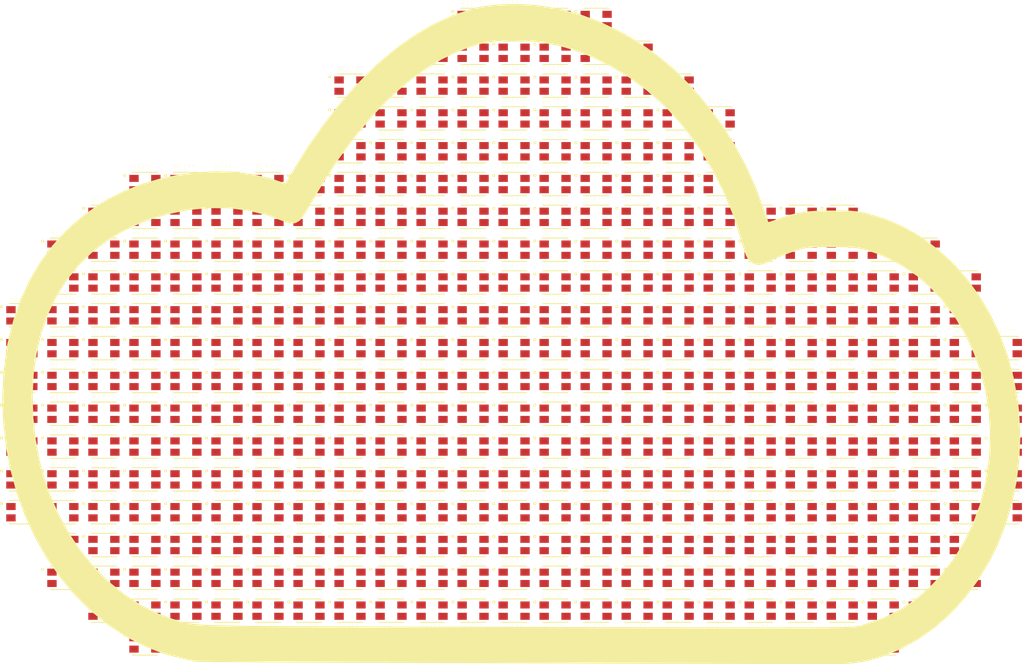
<source format=kicad_pcb>
(kicad_pcb (version 20171130) (host pcbnew "(5.1.7)-1")
  (layers (0 F.Cu signal) (31 B.Cu signal) (34 B.Paste user) (35 F.Paste user) (36 B.SilkS user) (37 F.SilkS user) (38 B.Mask user) (39 F.Mask user) (44 Edge.Cuts user))
  (net 0 "")
  (module LED_Cloud_footprints:LED_XZM2CRKM2DGFBB45SCCB (layer F.Cu) (at 79.36 68.18)
    (fp_text reference REF** (at -0.218 -2.1564) (layer F.SilkS) (effects (font (size 0.64 0.64) (thickness 0.015))))
    (fp_text value LED_XZM2CRKM2DGFBB45SCCB)
    (pad 1 smd rect (at -1.4 -0.725) (size 1.2 0.9) (layers F.Cu F.Paste F.Mask))
    (pad 2 smd rect (at 1.4 -0.725) (size 1.2 0.9) (layers F.Cu F.Paste F.Mask))
    (pad 3 smd rect (at 1.4 0.725) (size 1.2 0.9) (layers F.Cu F.Paste F.Mask))
    (pad 4 smd rect (at -1.4 0.725) (size 1.2 0.9) (layers F.Cu F.Paste F.Mask))
  )
  (module LED_Cloud_footprints:LED_XZM2CRKM2DGFBB45SCCB (layer F.Cu) (at 147.61 139.58)
    (fp_text reference REF** (at -0.218 -2.1564) (layer F.SilkS) (effects (font (size 0.64 0.64) (thickness 0.015))))
    (fp_text value LED_XZM2CRKM2DGFBB45SCCB)
    (pad 1 smd rect (at -1.4 -0.725) (size 1.2 0.9) (layers F.Cu F.Paste F.Mask))
    (pad 2 smd rect (at 1.4 -0.725) (size 1.2 0.9) (layers F.Cu F.Paste F.Mask))
    (pad 3 smd rect (at 1.4 0.725) (size 1.2 0.9) (layers F.Cu F.Paste F.Mask))
    (pad 4 smd rect (at -1.4 0.725) (size 1.2 0.9) (layers F.Cu F.Paste F.Mask))
  )
  (module LED_Cloud_footprints:LED_XZM2CRKM2DGFBB45SCCB (layer F.Cu) (at 142.36 139.58)
    (fp_text reference REF** (at -0.218 -2.1564) (layer F.SilkS) (effects (font (size 0.64 0.64) (thickness 0.015))))
    (fp_text value LED_XZM2CRKM2DGFBB45SCCB)
    (pad 1 smd rect (at -1.4 -0.725) (size 1.2 0.9) (layers F.Cu F.Paste F.Mask))
    (pad 2 smd rect (at 1.4 -0.725) (size 1.2 0.9) (layers F.Cu F.Paste F.Mask))
    (pad 3 smd rect (at 1.4 0.725) (size 1.2 0.9) (layers F.Cu F.Paste F.Mask))
    (pad 4 smd rect (at -1.4 0.725) (size 1.2 0.9) (layers F.Cu F.Paste F.Mask))
  )
  (module LED_Cloud_footprints:LED_XZM2CRKM2DGFBB45SCCB (layer F.Cu) (at 137.11 139.58)
    (fp_text reference REF** (at -0.218 -2.1564) (layer F.SilkS) (effects (font (size 0.64 0.64) (thickness 0.015))))
    (fp_text value LED_XZM2CRKM2DGFBB45SCCB)
    (pad 1 smd rect (at -1.4 -0.725) (size 1.2 0.9) (layers F.Cu F.Paste F.Mask))
    (pad 2 smd rect (at 1.4 -0.725) (size 1.2 0.9) (layers F.Cu F.Paste F.Mask))
    (pad 3 smd rect (at 1.4 0.725) (size 1.2 0.9) (layers F.Cu F.Paste F.Mask))
    (pad 4 smd rect (at -1.4 0.725) (size 1.2 0.9) (layers F.Cu F.Paste F.Mask))
  )
  (module LED_Cloud_footprints:LED_XZM2CRKM2DGFBB45SCCB (layer F.Cu) (at 131.86 139.58)
    (fp_text reference REF** (at -0.218 -2.1564) (layer F.SilkS) (effects (font (size 0.64 0.64) (thickness 0.015))))
    (fp_text value LED_XZM2CRKM2DGFBB45SCCB)
    (pad 1 smd rect (at -1.4 -0.725) (size 1.2 0.9) (layers F.Cu F.Paste F.Mask))
    (pad 2 smd rect (at 1.4 -0.725) (size 1.2 0.9) (layers F.Cu F.Paste F.Mask))
    (pad 3 smd rect (at 1.4 0.725) (size 1.2 0.9) (layers F.Cu F.Paste F.Mask))
    (pad 4 smd rect (at -1.4 0.725) (size 1.2 0.9) (layers F.Cu F.Paste F.Mask))
  )
  (module LED_Cloud_footprints:LED_XZM2CRKM2DGFBB45SCCB (layer F.Cu) (at 126.61 139.58)
    (fp_text reference REF** (at -0.218 -2.1564) (layer F.SilkS) (effects (font (size 0.64 0.64) (thickness 0.015))))
    (fp_text value LED_XZM2CRKM2DGFBB45SCCB)
    (pad 1 smd rect (at -1.4 -0.725) (size 1.2 0.9) (layers F.Cu F.Paste F.Mask))
    (pad 2 smd rect (at 1.4 -0.725) (size 1.2 0.9) (layers F.Cu F.Paste F.Mask))
    (pad 3 smd rect (at 1.4 0.725) (size 1.2 0.9) (layers F.Cu F.Paste F.Mask))
    (pad 4 smd rect (at -1.4 0.725) (size 1.2 0.9) (layers F.Cu F.Paste F.Mask))
  )
  (module LED_Cloud_footprints:LED_XZM2CRKM2DGFBB45SCCB (layer F.Cu) (at 121.36 139.58)
    (fp_text reference REF** (at -0.218 -2.1564) (layer F.SilkS) (effects (font (size 0.64 0.64) (thickness 0.015))))
    (fp_text value LED_XZM2CRKM2DGFBB45SCCB)
    (pad 1 smd rect (at -1.4 -0.725) (size 1.2 0.9) (layers F.Cu F.Paste F.Mask))
    (pad 2 smd rect (at 1.4 -0.725) (size 1.2 0.9) (layers F.Cu F.Paste F.Mask))
    (pad 3 smd rect (at 1.4 0.725) (size 1.2 0.9) (layers F.Cu F.Paste F.Mask))
    (pad 4 smd rect (at -1.4 0.725) (size 1.2 0.9) (layers F.Cu F.Paste F.Mask))
  )
  (module LED_Cloud_footprints:LED_XZM2CRKM2DGFBB45SCCB (layer F.Cu) (at 116.11 139.58)
    (fp_text reference REF** (at -0.218 -2.1564) (layer F.SilkS) (effects (font (size 0.64 0.64) (thickness 0.015))))
    (fp_text value LED_XZM2CRKM2DGFBB45SCCB)
    (pad 1 smd rect (at -1.4 -0.725) (size 1.2 0.9) (layers F.Cu F.Paste F.Mask))
    (pad 2 smd rect (at 1.4 -0.725) (size 1.2 0.9) (layers F.Cu F.Paste F.Mask))
    (pad 3 smd rect (at 1.4 0.725) (size 1.2 0.9) (layers F.Cu F.Paste F.Mask))
    (pad 4 smd rect (at -1.4 0.725) (size 1.2 0.9) (layers F.Cu F.Paste F.Mask))
  )
  (module LED_Cloud_footprints:LED_XZM2CRKM2DGFBB45SCCB (layer F.Cu) (at 110.86 139.58)
    (fp_text reference REF** (at -0.218 -2.1564) (layer F.SilkS) (effects (font (size 0.64 0.64) (thickness 0.015))))
    (fp_text value LED_XZM2CRKM2DGFBB45SCCB)
    (pad 1 smd rect (at -1.4 -0.725) (size 1.2 0.9) (layers F.Cu F.Paste F.Mask))
    (pad 2 smd rect (at 1.4 -0.725) (size 1.2 0.9) (layers F.Cu F.Paste F.Mask))
    (pad 3 smd rect (at 1.4 0.725) (size 1.2 0.9) (layers F.Cu F.Paste F.Mask))
    (pad 4 smd rect (at -1.4 0.725) (size 1.2 0.9) (layers F.Cu F.Paste F.Mask))
  )
  (module LED_Cloud_footprints:LED_XZM2CRKM2DGFBB45SCCB (layer F.Cu) (at 105.61 139.58)
    (fp_text reference REF** (at -0.218 -2.1564) (layer F.SilkS) (effects (font (size 0.64 0.64) (thickness 0.015))))
    (fp_text value LED_XZM2CRKM2DGFBB45SCCB)
    (pad 1 smd rect (at -1.4 -0.725) (size 1.2 0.9) (layers F.Cu F.Paste F.Mask))
    (pad 2 smd rect (at 1.4 -0.725) (size 1.2 0.9) (layers F.Cu F.Paste F.Mask))
    (pad 3 smd rect (at 1.4 0.725) (size 1.2 0.9) (layers F.Cu F.Paste F.Mask))
    (pad 4 smd rect (at -1.4 0.725) (size 1.2 0.9) (layers F.Cu F.Paste F.Mask))
  )
  (module LED_Cloud_footprints:LED_XZM2CRKM2DGFBB45SCCB (layer F.Cu) (at 100.36 139.58)
    (fp_text reference REF** (at -0.218 -2.1564) (layer F.SilkS) (effects (font (size 0.64 0.64) (thickness 0.015))))
    (fp_text value LED_XZM2CRKM2DGFBB45SCCB)
    (pad 1 smd rect (at -1.4 -0.725) (size 1.2 0.9) (layers F.Cu F.Paste F.Mask))
    (pad 2 smd rect (at 1.4 -0.725) (size 1.2 0.9) (layers F.Cu F.Paste F.Mask))
    (pad 3 smd rect (at 1.4 0.725) (size 1.2 0.9) (layers F.Cu F.Paste F.Mask))
    (pad 4 smd rect (at -1.4 0.725) (size 1.2 0.9) (layers F.Cu F.Paste F.Mask))
  )
  (module LED_Cloud_footprints:LED_XZM2CRKM2DGFBB45SCCB (layer F.Cu) (at 95.11 139.58)
    (fp_text reference REF** (at -0.218 -2.1564) (layer F.SilkS) (effects (font (size 0.64 0.64) (thickness 0.015))))
    (fp_text value LED_XZM2CRKM2DGFBB45SCCB)
    (pad 1 smd rect (at -1.4 -0.725) (size 1.2 0.9) (layers F.Cu F.Paste F.Mask))
    (pad 2 smd rect (at 1.4 -0.725) (size 1.2 0.9) (layers F.Cu F.Paste F.Mask))
    (pad 3 smd rect (at 1.4 0.725) (size 1.2 0.9) (layers F.Cu F.Paste F.Mask))
    (pad 4 smd rect (at -1.4 0.725) (size 1.2 0.9) (layers F.Cu F.Paste F.Mask))
  )
  (module LED_Cloud_footprints:LED_XZM2CRKM2DGFBB45SCCB (layer F.Cu) (at 89.86 139.58)
    (fp_text reference REF** (at -0.218 -2.1564) (layer F.SilkS) (effects (font (size 0.64 0.64) (thickness 0.015))))
    (fp_text value LED_XZM2CRKM2DGFBB45SCCB)
    (pad 1 smd rect (at -1.4 -0.725) (size 1.2 0.9) (layers F.Cu F.Paste F.Mask))
    (pad 2 smd rect (at 1.4 -0.725) (size 1.2 0.9) (layers F.Cu F.Paste F.Mask))
    (pad 3 smd rect (at 1.4 0.725) (size 1.2 0.9) (layers F.Cu F.Paste F.Mask))
    (pad 4 smd rect (at -1.4 0.725) (size 1.2 0.9) (layers F.Cu F.Paste F.Mask))
  )
  (module LED_Cloud_footprints:LED_XZM2CRKM2DGFBB45SCCB (layer F.Cu) (at 84.61 139.58)
    (fp_text reference REF** (at -0.218 -2.1564) (layer F.SilkS) (effects (font (size 0.64 0.64) (thickness 0.015))))
    (fp_text value LED_XZM2CRKM2DGFBB45SCCB)
    (pad 1 smd rect (at -1.4 -0.725) (size 1.2 0.9) (layers F.Cu F.Paste F.Mask))
    (pad 2 smd rect (at 1.4 -0.725) (size 1.2 0.9) (layers F.Cu F.Paste F.Mask))
    (pad 3 smd rect (at 1.4 0.725) (size 1.2 0.9) (layers F.Cu F.Paste F.Mask))
    (pad 4 smd rect (at -1.4 0.725) (size 1.2 0.9) (layers F.Cu F.Paste F.Mask))
  )
  (module LED_Cloud_footprints:LED_XZM2CRKM2DGFBB45SCCB (layer F.Cu) (at 79.36 139.58)
    (fp_text reference REF** (at -0.218 -2.1564) (layer F.SilkS) (effects (font (size 0.64 0.64) (thickness 0.015))))
    (fp_text value LED_XZM2CRKM2DGFBB45SCCB)
    (pad 1 smd rect (at -1.4 -0.725) (size 1.2 0.9) (layers F.Cu F.Paste F.Mask))
    (pad 2 smd rect (at 1.4 -0.725) (size 1.2 0.9) (layers F.Cu F.Paste F.Mask))
    (pad 3 smd rect (at 1.4 0.725) (size 1.2 0.9) (layers F.Cu F.Paste F.Mask))
    (pad 4 smd rect (at -1.4 0.725) (size 1.2 0.9) (layers F.Cu F.Paste F.Mask))
  )
  (module LED_Cloud_footprints:LED_XZM2CRKM2DGFBB45SCCB (layer F.Cu) (at 74.11 139.58)
    (fp_text reference REF** (at -0.218 -2.1564) (layer F.SilkS) (effects (font (size 0.64 0.64) (thickness 0.015))))
    (fp_text value LED_XZM2CRKM2DGFBB45SCCB)
    (pad 1 smd rect (at -1.4 -0.725) (size 1.2 0.9) (layers F.Cu F.Paste F.Mask))
    (pad 2 smd rect (at 1.4 -0.725) (size 1.2 0.9) (layers F.Cu F.Paste F.Mask))
    (pad 3 smd rect (at 1.4 0.725) (size 1.2 0.9) (layers F.Cu F.Paste F.Mask))
    (pad 4 smd rect (at -1.4 0.725) (size 1.2 0.9) (layers F.Cu F.Paste F.Mask))
  )
  (module LED_Cloud_footprints:LED_XZM2CRKM2DGFBB45SCCB (layer F.Cu) (at 68.86 139.58)
    (fp_text reference REF** (at -0.218 -2.1564) (layer F.SilkS) (effects (font (size 0.64 0.64) (thickness 0.015))))
    (fp_text value LED_XZM2CRKM2DGFBB45SCCB)
    (pad 1 smd rect (at -1.4 -0.725) (size 1.2 0.9) (layers F.Cu F.Paste F.Mask))
    (pad 2 smd rect (at 1.4 -0.725) (size 1.2 0.9) (layers F.Cu F.Paste F.Mask))
    (pad 3 smd rect (at 1.4 0.725) (size 1.2 0.9) (layers F.Cu F.Paste F.Mask))
    (pad 4 smd rect (at -1.4 0.725) (size 1.2 0.9) (layers F.Cu F.Paste F.Mask))
  )
  (module LED_Cloud_footprints:LED_XZM2CRKM2DGFBB45SCCB (layer F.Cu) (at 63.61 139.58)
    (fp_text reference REF** (at -0.218 -2.1564) (layer F.SilkS) (effects (font (size 0.64 0.64) (thickness 0.015))))
    (fp_text value LED_XZM2CRKM2DGFBB45SCCB)
    (pad 1 smd rect (at -1.4 -0.725) (size 1.2 0.9) (layers F.Cu F.Paste F.Mask))
    (pad 2 smd rect (at 1.4 -0.725) (size 1.2 0.9) (layers F.Cu F.Paste F.Mask))
    (pad 3 smd rect (at 1.4 0.725) (size 1.2 0.9) (layers F.Cu F.Paste F.Mask))
    (pad 4 smd rect (at -1.4 0.725) (size 1.2 0.9) (layers F.Cu F.Paste F.Mask))
  )
  (module LED_Cloud_footprints:LED_XZM2CRKM2DGFBB45SCCB (layer F.Cu) (at 58.36 139.58)
    (fp_text reference REF** (at -0.218 -2.1564) (layer F.SilkS) (effects (font (size 0.64 0.64) (thickness 0.015))))
    (fp_text value LED_XZM2CRKM2DGFBB45SCCB)
    (pad 1 smd rect (at -1.4 -0.725) (size 1.2 0.9) (layers F.Cu F.Paste F.Mask))
    (pad 2 smd rect (at 1.4 -0.725) (size 1.2 0.9) (layers F.Cu F.Paste F.Mask))
    (pad 3 smd rect (at 1.4 0.725) (size 1.2 0.9) (layers F.Cu F.Paste F.Mask))
    (pad 4 smd rect (at -1.4 0.725) (size 1.2 0.9) (layers F.Cu F.Paste F.Mask))
  )
  (module LED_Cloud_footprints:LED_XZM2CRKM2DGFBB45SCCB (layer F.Cu) (at 53.11 139.58)
    (fp_text reference REF** (at -0.218 -2.1564) (layer F.SilkS) (effects (font (size 0.64 0.64) (thickness 0.015))))
    (fp_text value LED_XZM2CRKM2DGFBB45SCCB)
    (pad 1 smd rect (at -1.4 -0.725) (size 1.2 0.9) (layers F.Cu F.Paste F.Mask))
    (pad 2 smd rect (at 1.4 -0.725) (size 1.2 0.9) (layers F.Cu F.Paste F.Mask))
    (pad 3 smd rect (at 1.4 0.725) (size 1.2 0.9) (layers F.Cu F.Paste F.Mask))
    (pad 4 smd rect (at -1.4 0.725) (size 1.2 0.9) (layers F.Cu F.Paste F.Mask))
  )
  (module LED_Cloud_footprints:LED_XZM2CRKM2DGFBB45SCCB (layer F.Cu) (at 152.86 135.38)
    (fp_text reference REF** (at -0.218 -2.1564) (layer F.SilkS) (effects (font (size 0.64 0.64) (thickness 0.015))))
    (fp_text value LED_XZM2CRKM2DGFBB45SCCB)
    (pad 1 smd rect (at -1.4 -0.725) (size 1.2 0.9) (layers F.Cu F.Paste F.Mask))
    (pad 2 smd rect (at 1.4 -0.725) (size 1.2 0.9) (layers F.Cu F.Paste F.Mask))
    (pad 3 smd rect (at 1.4 0.725) (size 1.2 0.9) (layers F.Cu F.Paste F.Mask))
    (pad 4 smd rect (at -1.4 0.725) (size 1.2 0.9) (layers F.Cu F.Paste F.Mask))
  )
  (module LED_Cloud_footprints:LED_XZM2CRKM2DGFBB45SCCB (layer F.Cu) (at 147.61 135.38)
    (fp_text reference REF** (at -0.218 -2.1564) (layer F.SilkS) (effects (font (size 0.64 0.64) (thickness 0.015))))
    (fp_text value LED_XZM2CRKM2DGFBB45SCCB)
    (pad 1 smd rect (at -1.4 -0.725) (size 1.2 0.9) (layers F.Cu F.Paste F.Mask))
    (pad 2 smd rect (at 1.4 -0.725) (size 1.2 0.9) (layers F.Cu F.Paste F.Mask))
    (pad 3 smd rect (at 1.4 0.725) (size 1.2 0.9) (layers F.Cu F.Paste F.Mask))
    (pad 4 smd rect (at -1.4 0.725) (size 1.2 0.9) (layers F.Cu F.Paste F.Mask))
  )
  (module LED_Cloud_footprints:LED_XZM2CRKM2DGFBB45SCCB (layer F.Cu) (at 142.36 135.38)
    (fp_text reference REF** (at -0.218 -2.1564) (layer F.SilkS) (effects (font (size 0.64 0.64) (thickness 0.015))))
    (fp_text value LED_XZM2CRKM2DGFBB45SCCB)
    (pad 1 smd rect (at -1.4 -0.725) (size 1.2 0.9) (layers F.Cu F.Paste F.Mask))
    (pad 2 smd rect (at 1.4 -0.725) (size 1.2 0.9) (layers F.Cu F.Paste F.Mask))
    (pad 3 smd rect (at 1.4 0.725) (size 1.2 0.9) (layers F.Cu F.Paste F.Mask))
    (pad 4 smd rect (at -1.4 0.725) (size 1.2 0.9) (layers F.Cu F.Paste F.Mask))
  )
  (module LED_Cloud_footprints:LED_XZM2CRKM2DGFBB45SCCB (layer F.Cu) (at 137.11 135.38)
    (fp_text reference REF** (at -0.218 -2.1564) (layer F.SilkS) (effects (font (size 0.64 0.64) (thickness 0.015))))
    (fp_text value LED_XZM2CRKM2DGFBB45SCCB)
    (pad 1 smd rect (at -1.4 -0.725) (size 1.2 0.9) (layers F.Cu F.Paste F.Mask))
    (pad 2 smd rect (at 1.4 -0.725) (size 1.2 0.9) (layers F.Cu F.Paste F.Mask))
    (pad 3 smd rect (at 1.4 0.725) (size 1.2 0.9) (layers F.Cu F.Paste F.Mask))
    (pad 4 smd rect (at -1.4 0.725) (size 1.2 0.9) (layers F.Cu F.Paste F.Mask))
  )
  (module LED_Cloud_footprints:LED_XZM2CRKM2DGFBB45SCCB (layer F.Cu) (at 131.86 135.38)
    (fp_text reference REF** (at -0.218 -2.1564) (layer F.SilkS) (effects (font (size 0.64 0.64) (thickness 0.015))))
    (fp_text value LED_XZM2CRKM2DGFBB45SCCB)
    (pad 1 smd rect (at -1.4 -0.725) (size 1.2 0.9) (layers F.Cu F.Paste F.Mask))
    (pad 2 smd rect (at 1.4 -0.725) (size 1.2 0.9) (layers F.Cu F.Paste F.Mask))
    (pad 3 smd rect (at 1.4 0.725) (size 1.2 0.9) (layers F.Cu F.Paste F.Mask))
    (pad 4 smd rect (at -1.4 0.725) (size 1.2 0.9) (layers F.Cu F.Paste F.Mask))
  )
  (module LED_Cloud_footprints:LED_XZM2CRKM2DGFBB45SCCB (layer F.Cu) (at 126.61 135.38)
    (fp_text reference REF** (at -0.218 -2.1564) (layer F.SilkS) (effects (font (size 0.64 0.64) (thickness 0.015))))
    (fp_text value LED_XZM2CRKM2DGFBB45SCCB)
    (pad 1 smd rect (at -1.4 -0.725) (size 1.2 0.9) (layers F.Cu F.Paste F.Mask))
    (pad 2 smd rect (at 1.4 -0.725) (size 1.2 0.9) (layers F.Cu F.Paste F.Mask))
    (pad 3 smd rect (at 1.4 0.725) (size 1.2 0.9) (layers F.Cu F.Paste F.Mask))
    (pad 4 smd rect (at -1.4 0.725) (size 1.2 0.9) (layers F.Cu F.Paste F.Mask))
  )
  (module LED_Cloud_footprints:LED_XZM2CRKM2DGFBB45SCCB (layer F.Cu) (at 121.36 135.38)
    (fp_text reference REF** (at -0.218 -2.1564) (layer F.SilkS) (effects (font (size 0.64 0.64) (thickness 0.015))))
    (fp_text value LED_XZM2CRKM2DGFBB45SCCB)
    (pad 1 smd rect (at -1.4 -0.725) (size 1.2 0.9) (layers F.Cu F.Paste F.Mask))
    (pad 2 smd rect (at 1.4 -0.725) (size 1.2 0.9) (layers F.Cu F.Paste F.Mask))
    (pad 3 smd rect (at 1.4 0.725) (size 1.2 0.9) (layers F.Cu F.Paste F.Mask))
    (pad 4 smd rect (at -1.4 0.725) (size 1.2 0.9) (layers F.Cu F.Paste F.Mask))
  )
  (module LED_Cloud_footprints:LED_XZM2CRKM2DGFBB45SCCB (layer F.Cu) (at 116.11 135.38)
    (fp_text reference REF** (at -0.218 -2.1564) (layer F.SilkS) (effects (font (size 0.64 0.64) (thickness 0.015))))
    (fp_text value LED_XZM2CRKM2DGFBB45SCCB)
    (pad 1 smd rect (at -1.4 -0.725) (size 1.2 0.9) (layers F.Cu F.Paste F.Mask))
    (pad 2 smd rect (at 1.4 -0.725) (size 1.2 0.9) (layers F.Cu F.Paste F.Mask))
    (pad 3 smd rect (at 1.4 0.725) (size 1.2 0.9) (layers F.Cu F.Paste F.Mask))
    (pad 4 smd rect (at -1.4 0.725) (size 1.2 0.9) (layers F.Cu F.Paste F.Mask))
  )
  (module LED_Cloud_footprints:LED_XZM2CRKM2DGFBB45SCCB (layer F.Cu) (at 110.86 135.38)
    (fp_text reference REF** (at -0.218 -2.1564) (layer F.SilkS) (effects (font (size 0.64 0.64) (thickness 0.015))))
    (fp_text value LED_XZM2CRKM2DGFBB45SCCB)
    (pad 1 smd rect (at -1.4 -0.725) (size 1.2 0.9) (layers F.Cu F.Paste F.Mask))
    (pad 2 smd rect (at 1.4 -0.725) (size 1.2 0.9) (layers F.Cu F.Paste F.Mask))
    (pad 3 smd rect (at 1.4 0.725) (size 1.2 0.9) (layers F.Cu F.Paste F.Mask))
    (pad 4 smd rect (at -1.4 0.725) (size 1.2 0.9) (layers F.Cu F.Paste F.Mask))
  )
  (module LED_Cloud_footprints:LED_XZM2CRKM2DGFBB45SCCB (layer F.Cu) (at 105.61 135.38)
    (fp_text reference REF** (at -0.218 -2.1564) (layer F.SilkS) (effects (font (size 0.64 0.64) (thickness 0.015))))
    (fp_text value LED_XZM2CRKM2DGFBB45SCCB)
    (pad 1 smd rect (at -1.4 -0.725) (size 1.2 0.9) (layers F.Cu F.Paste F.Mask))
    (pad 2 smd rect (at 1.4 -0.725) (size 1.2 0.9) (layers F.Cu F.Paste F.Mask))
    (pad 3 smd rect (at 1.4 0.725) (size 1.2 0.9) (layers F.Cu F.Paste F.Mask))
    (pad 4 smd rect (at -1.4 0.725) (size 1.2 0.9) (layers F.Cu F.Paste F.Mask))
  )
  (module LED_Cloud_footprints:LED_XZM2CRKM2DGFBB45SCCB (layer F.Cu) (at 100.36 135.38)
    (fp_text reference REF** (at -0.218 -2.1564) (layer F.SilkS) (effects (font (size 0.64 0.64) (thickness 0.015))))
    (fp_text value LED_XZM2CRKM2DGFBB45SCCB)
    (pad 1 smd rect (at -1.4 -0.725) (size 1.2 0.9) (layers F.Cu F.Paste F.Mask))
    (pad 2 smd rect (at 1.4 -0.725) (size 1.2 0.9) (layers F.Cu F.Paste F.Mask))
    (pad 3 smd rect (at 1.4 0.725) (size 1.2 0.9) (layers F.Cu F.Paste F.Mask))
    (pad 4 smd rect (at -1.4 0.725) (size 1.2 0.9) (layers F.Cu F.Paste F.Mask))
  )
  (module LED_Cloud_footprints:LED_XZM2CRKM2DGFBB45SCCB (layer F.Cu) (at 95.11 135.38)
    (fp_text reference REF** (at -0.218 -2.1564) (layer F.SilkS) (effects (font (size 0.64 0.64) (thickness 0.015))))
    (fp_text value LED_XZM2CRKM2DGFBB45SCCB)
    (pad 1 smd rect (at -1.4 -0.725) (size 1.2 0.9) (layers F.Cu F.Paste F.Mask))
    (pad 2 smd rect (at 1.4 -0.725) (size 1.2 0.9) (layers F.Cu F.Paste F.Mask))
    (pad 3 smd rect (at 1.4 0.725) (size 1.2 0.9) (layers F.Cu F.Paste F.Mask))
    (pad 4 smd rect (at -1.4 0.725) (size 1.2 0.9) (layers F.Cu F.Paste F.Mask))
  )
  (module LED_Cloud_footprints:LED_XZM2CRKM2DGFBB45SCCB (layer F.Cu) (at 89.86 135.38)
    (fp_text reference REF** (at -0.218 -2.1564) (layer F.SilkS) (effects (font (size 0.64 0.64) (thickness 0.015))))
    (fp_text value LED_XZM2CRKM2DGFBB45SCCB)
    (pad 1 smd rect (at -1.4 -0.725) (size 1.2 0.9) (layers F.Cu F.Paste F.Mask))
    (pad 2 smd rect (at 1.4 -0.725) (size 1.2 0.9) (layers F.Cu F.Paste F.Mask))
    (pad 3 smd rect (at 1.4 0.725) (size 1.2 0.9) (layers F.Cu F.Paste F.Mask))
    (pad 4 smd rect (at -1.4 0.725) (size 1.2 0.9) (layers F.Cu F.Paste F.Mask))
  )
  (module LED_Cloud_footprints:LED_XZM2CRKM2DGFBB45SCCB (layer F.Cu) (at 84.61 135.38)
    (fp_text reference REF** (at -0.218 -2.1564) (layer F.SilkS) (effects (font (size 0.64 0.64) (thickness 0.015))))
    (fp_text value LED_XZM2CRKM2DGFBB45SCCB)
    (pad 1 smd rect (at -1.4 -0.725) (size 1.2 0.9) (layers F.Cu F.Paste F.Mask))
    (pad 2 smd rect (at 1.4 -0.725) (size 1.2 0.9) (layers F.Cu F.Paste F.Mask))
    (pad 3 smd rect (at 1.4 0.725) (size 1.2 0.9) (layers F.Cu F.Paste F.Mask))
    (pad 4 smd rect (at -1.4 0.725) (size 1.2 0.9) (layers F.Cu F.Paste F.Mask))
  )
  (module LED_Cloud_footprints:LED_XZM2CRKM2DGFBB45SCCB (layer F.Cu) (at 79.36 135.38)
    (fp_text reference REF** (at -0.218 -2.1564) (layer F.SilkS) (effects (font (size 0.64 0.64) (thickness 0.015))))
    (fp_text value LED_XZM2CRKM2DGFBB45SCCB)
    (pad 1 smd rect (at -1.4 -0.725) (size 1.2 0.9) (layers F.Cu F.Paste F.Mask))
    (pad 2 smd rect (at 1.4 -0.725) (size 1.2 0.9) (layers F.Cu F.Paste F.Mask))
    (pad 3 smd rect (at 1.4 0.725) (size 1.2 0.9) (layers F.Cu F.Paste F.Mask))
    (pad 4 smd rect (at -1.4 0.725) (size 1.2 0.9) (layers F.Cu F.Paste F.Mask))
  )
  (module LED_Cloud_footprints:LED_XZM2CRKM2DGFBB45SCCB (layer F.Cu) (at 74.11 135.38)
    (fp_text reference REF** (at -0.218 -2.1564) (layer F.SilkS) (effects (font (size 0.64 0.64) (thickness 0.015))))
    (fp_text value LED_XZM2CRKM2DGFBB45SCCB)
    (pad 1 smd rect (at -1.4 -0.725) (size 1.2 0.9) (layers F.Cu F.Paste F.Mask))
    (pad 2 smd rect (at 1.4 -0.725) (size 1.2 0.9) (layers F.Cu F.Paste F.Mask))
    (pad 3 smd rect (at 1.4 0.725) (size 1.2 0.9) (layers F.Cu F.Paste F.Mask))
    (pad 4 smd rect (at -1.4 0.725) (size 1.2 0.9) (layers F.Cu F.Paste F.Mask))
  )
  (module LED_Cloud_footprints:LED_XZM2CRKM2DGFBB45SCCB (layer F.Cu) (at 68.86 135.38)
    (fp_text reference REF** (at -0.218 -2.1564) (layer F.SilkS) (effects (font (size 0.64 0.64) (thickness 0.015))))
    (fp_text value LED_XZM2CRKM2DGFBB45SCCB)
    (pad 1 smd rect (at -1.4 -0.725) (size 1.2 0.9) (layers F.Cu F.Paste F.Mask))
    (pad 2 smd rect (at 1.4 -0.725) (size 1.2 0.9) (layers F.Cu F.Paste F.Mask))
    (pad 3 smd rect (at 1.4 0.725) (size 1.2 0.9) (layers F.Cu F.Paste F.Mask))
    (pad 4 smd rect (at -1.4 0.725) (size 1.2 0.9) (layers F.Cu F.Paste F.Mask))
  )
  (module LED_Cloud_footprints:LED_XZM2CRKM2DGFBB45SCCB (layer F.Cu) (at 63.61 135.38)
    (fp_text reference REF** (at -0.218 -2.1564) (layer F.SilkS) (effects (font (size 0.64 0.64) (thickness 0.015))))
    (fp_text value LED_XZM2CRKM2DGFBB45SCCB)
    (pad 1 smd rect (at -1.4 -0.725) (size 1.2 0.9) (layers F.Cu F.Paste F.Mask))
    (pad 2 smd rect (at 1.4 -0.725) (size 1.2 0.9) (layers F.Cu F.Paste F.Mask))
    (pad 3 smd rect (at 1.4 0.725) (size 1.2 0.9) (layers F.Cu F.Paste F.Mask))
    (pad 4 smd rect (at -1.4 0.725) (size 1.2 0.9) (layers F.Cu F.Paste F.Mask))
  )
  (module LED_Cloud_footprints:LED_XZM2CRKM2DGFBB45SCCB (layer F.Cu) (at 58.36 135.38)
    (fp_text reference REF** (at -0.218 -2.1564) (layer F.SilkS) (effects (font (size 0.64 0.64) (thickness 0.015))))
    (fp_text value LED_XZM2CRKM2DGFBB45SCCB)
    (pad 1 smd rect (at -1.4 -0.725) (size 1.2 0.9) (layers F.Cu F.Paste F.Mask))
    (pad 2 smd rect (at 1.4 -0.725) (size 1.2 0.9) (layers F.Cu F.Paste F.Mask))
    (pad 3 smd rect (at 1.4 0.725) (size 1.2 0.9) (layers F.Cu F.Paste F.Mask))
    (pad 4 smd rect (at -1.4 0.725) (size 1.2 0.9) (layers F.Cu F.Paste F.Mask))
  )
  (module LED_Cloud_footprints:LED_XZM2CRKM2DGFBB45SCCB (layer F.Cu) (at 53.11 135.38)
    (fp_text reference REF** (at -0.218 -2.1564) (layer F.SilkS) (effects (font (size 0.64 0.64) (thickness 0.015))))
    (fp_text value LED_XZM2CRKM2DGFBB45SCCB)
    (pad 1 smd rect (at -1.4 -0.725) (size 1.2 0.9) (layers F.Cu F.Paste F.Mask))
    (pad 2 smd rect (at 1.4 -0.725) (size 1.2 0.9) (layers F.Cu F.Paste F.Mask))
    (pad 3 smd rect (at 1.4 0.725) (size 1.2 0.9) (layers F.Cu F.Paste F.Mask))
    (pad 4 smd rect (at -1.4 0.725) (size 1.2 0.9) (layers F.Cu F.Paste F.Mask))
  )
  (module LED_Cloud_footprints:LED_XZM2CRKM2DGFBB45SCCB (layer F.Cu) (at 47.86 135.38)
    (fp_text reference REF** (at -0.218 -2.1564) (layer F.SilkS) (effects (font (size 0.64 0.64) (thickness 0.015))))
    (fp_text value LED_XZM2CRKM2DGFBB45SCCB)
    (pad 1 smd rect (at -1.4 -0.725) (size 1.2 0.9) (layers F.Cu F.Paste F.Mask))
    (pad 2 smd rect (at 1.4 -0.725) (size 1.2 0.9) (layers F.Cu F.Paste F.Mask))
    (pad 3 smd rect (at 1.4 0.725) (size 1.2 0.9) (layers F.Cu F.Paste F.Mask))
    (pad 4 smd rect (at -1.4 0.725) (size 1.2 0.9) (layers F.Cu F.Paste F.Mask))
  )
  (module LED_Cloud_footprints:LED_XZM2CRKM2DGFBB45SCCB (layer F.Cu) (at 158.11 131.18)
    (fp_text reference REF** (at -0.218 -2.1564) (layer F.SilkS) (effects (font (size 0.64 0.64) (thickness 0.015))))
    (fp_text value LED_XZM2CRKM2DGFBB45SCCB)
    (pad 1 smd rect (at -1.4 -0.725) (size 1.2 0.9) (layers F.Cu F.Paste F.Mask))
    (pad 2 smd rect (at 1.4 -0.725) (size 1.2 0.9) (layers F.Cu F.Paste F.Mask))
    (pad 3 smd rect (at 1.4 0.725) (size 1.2 0.9) (layers F.Cu F.Paste F.Mask))
    (pad 4 smd rect (at -1.4 0.725) (size 1.2 0.9) (layers F.Cu F.Paste F.Mask))
  )
  (module LED_Cloud_footprints:LED_XZM2CRKM2DGFBB45SCCB (layer F.Cu) (at 152.86 131.18)
    (fp_text reference REF** (at -0.218 -2.1564) (layer F.SilkS) (effects (font (size 0.64 0.64) (thickness 0.015))))
    (fp_text value LED_XZM2CRKM2DGFBB45SCCB)
    (pad 1 smd rect (at -1.4 -0.725) (size 1.2 0.9) (layers F.Cu F.Paste F.Mask))
    (pad 2 smd rect (at 1.4 -0.725) (size 1.2 0.9) (layers F.Cu F.Paste F.Mask))
    (pad 3 smd rect (at 1.4 0.725) (size 1.2 0.9) (layers F.Cu F.Paste F.Mask))
    (pad 4 smd rect (at -1.4 0.725) (size 1.2 0.9) (layers F.Cu F.Paste F.Mask))
  )
  (module LED_Cloud_footprints:LED_XZM2CRKM2DGFBB45SCCB (layer F.Cu) (at 147.61 131.18)
    (fp_text reference REF** (at -0.218 -2.1564) (layer F.SilkS) (effects (font (size 0.64 0.64) (thickness 0.015))))
    (fp_text value LED_XZM2CRKM2DGFBB45SCCB)
    (pad 1 smd rect (at -1.4 -0.725) (size 1.2 0.9) (layers F.Cu F.Paste F.Mask))
    (pad 2 smd rect (at 1.4 -0.725) (size 1.2 0.9) (layers F.Cu F.Paste F.Mask))
    (pad 3 smd rect (at 1.4 0.725) (size 1.2 0.9) (layers F.Cu F.Paste F.Mask))
    (pad 4 smd rect (at -1.4 0.725) (size 1.2 0.9) (layers F.Cu F.Paste F.Mask))
  )
  (module LED_Cloud_footprints:LED_XZM2CRKM2DGFBB45SCCB (layer F.Cu) (at 142.36 131.18)
    (fp_text reference REF** (at -0.218 -2.1564) (layer F.SilkS) (effects (font (size 0.64 0.64) (thickness 0.015))))
    (fp_text value LED_XZM2CRKM2DGFBB45SCCB)
    (pad 1 smd rect (at -1.4 -0.725) (size 1.2 0.9) (layers F.Cu F.Paste F.Mask))
    (pad 2 smd rect (at 1.4 -0.725) (size 1.2 0.9) (layers F.Cu F.Paste F.Mask))
    (pad 3 smd rect (at 1.4 0.725) (size 1.2 0.9) (layers F.Cu F.Paste F.Mask))
    (pad 4 smd rect (at -1.4 0.725) (size 1.2 0.9) (layers F.Cu F.Paste F.Mask))
  )
  (module LED_Cloud_footprints:LED_XZM2CRKM2DGFBB45SCCB (layer F.Cu) (at 137.11 131.18)
    (fp_text reference REF** (at -0.218 -2.1564) (layer F.SilkS) (effects (font (size 0.64 0.64) (thickness 0.015))))
    (fp_text value LED_XZM2CRKM2DGFBB45SCCB)
    (pad 1 smd rect (at -1.4 -0.725) (size 1.2 0.9) (layers F.Cu F.Paste F.Mask))
    (pad 2 smd rect (at 1.4 -0.725) (size 1.2 0.9) (layers F.Cu F.Paste F.Mask))
    (pad 3 smd rect (at 1.4 0.725) (size 1.2 0.9) (layers F.Cu F.Paste F.Mask))
    (pad 4 smd rect (at -1.4 0.725) (size 1.2 0.9) (layers F.Cu F.Paste F.Mask))
  )
  (module LED_Cloud_footprints:LED_XZM2CRKM2DGFBB45SCCB (layer F.Cu) (at 131.86 131.18)
    (fp_text reference REF** (at -0.218 -2.1564) (layer F.SilkS) (effects (font (size 0.64 0.64) (thickness 0.015))))
    (fp_text value LED_XZM2CRKM2DGFBB45SCCB)
    (pad 1 smd rect (at -1.4 -0.725) (size 1.2 0.9) (layers F.Cu F.Paste F.Mask))
    (pad 2 smd rect (at 1.4 -0.725) (size 1.2 0.9) (layers F.Cu F.Paste F.Mask))
    (pad 3 smd rect (at 1.4 0.725) (size 1.2 0.9) (layers F.Cu F.Paste F.Mask))
    (pad 4 smd rect (at -1.4 0.725) (size 1.2 0.9) (layers F.Cu F.Paste F.Mask))
  )
  (module LED_Cloud_footprints:LED_XZM2CRKM2DGFBB45SCCB (layer F.Cu) (at 126.61 131.18)
    (fp_text reference REF** (at -0.218 -2.1564) (layer F.SilkS) (effects (font (size 0.64 0.64) (thickness 0.015))))
    (fp_text value LED_XZM2CRKM2DGFBB45SCCB)
    (pad 1 smd rect (at -1.4 -0.725) (size 1.2 0.9) (layers F.Cu F.Paste F.Mask))
    (pad 2 smd rect (at 1.4 -0.725) (size 1.2 0.9) (layers F.Cu F.Paste F.Mask))
    (pad 3 smd rect (at 1.4 0.725) (size 1.2 0.9) (layers F.Cu F.Paste F.Mask))
    (pad 4 smd rect (at -1.4 0.725) (size 1.2 0.9) (layers F.Cu F.Paste F.Mask))
  )
  (module LED_Cloud_footprints:LED_XZM2CRKM2DGFBB45SCCB (layer F.Cu) (at 121.36 131.18)
    (fp_text reference REF** (at -0.218 -2.1564) (layer F.SilkS) (effects (font (size 0.64 0.64) (thickness 0.015))))
    (fp_text value LED_XZM2CRKM2DGFBB45SCCB)
    (pad 1 smd rect (at -1.4 -0.725) (size 1.2 0.9) (layers F.Cu F.Paste F.Mask))
    (pad 2 smd rect (at 1.4 -0.725) (size 1.2 0.9) (layers F.Cu F.Paste F.Mask))
    (pad 3 smd rect (at 1.4 0.725) (size 1.2 0.9) (layers F.Cu F.Paste F.Mask))
    (pad 4 smd rect (at -1.4 0.725) (size 1.2 0.9) (layers F.Cu F.Paste F.Mask))
  )
  (module LED_Cloud_footprints:LED_XZM2CRKM2DGFBB45SCCB (layer F.Cu) (at 116.11 131.18)
    (fp_text reference REF** (at -0.218 -2.1564) (layer F.SilkS) (effects (font (size 0.64 0.64) (thickness 0.015))))
    (fp_text value LED_XZM2CRKM2DGFBB45SCCB)
    (pad 1 smd rect (at -1.4 -0.725) (size 1.2 0.9) (layers F.Cu F.Paste F.Mask))
    (pad 2 smd rect (at 1.4 -0.725) (size 1.2 0.9) (layers F.Cu F.Paste F.Mask))
    (pad 3 smd rect (at 1.4 0.725) (size 1.2 0.9) (layers F.Cu F.Paste F.Mask))
    (pad 4 smd rect (at -1.4 0.725) (size 1.2 0.9) (layers F.Cu F.Paste F.Mask))
  )
  (module LED_Cloud_footprints:LED_XZM2CRKM2DGFBB45SCCB (layer F.Cu) (at 110.86 131.18)
    (fp_text reference REF** (at -0.218 -2.1564) (layer F.SilkS) (effects (font (size 0.64 0.64) (thickness 0.015))))
    (fp_text value LED_XZM2CRKM2DGFBB45SCCB)
    (pad 1 smd rect (at -1.4 -0.725) (size 1.2 0.9) (layers F.Cu F.Paste F.Mask))
    (pad 2 smd rect (at 1.4 -0.725) (size 1.2 0.9) (layers F.Cu F.Paste F.Mask))
    (pad 3 smd rect (at 1.4 0.725) (size 1.2 0.9) (layers F.Cu F.Paste F.Mask))
    (pad 4 smd rect (at -1.4 0.725) (size 1.2 0.9) (layers F.Cu F.Paste F.Mask))
  )
  (module LED_Cloud_footprints:LED_XZM2CRKM2DGFBB45SCCB (layer F.Cu) (at 105.61 131.18)
    (fp_text reference REF** (at -0.218 -2.1564) (layer F.SilkS) (effects (font (size 0.64 0.64) (thickness 0.015))))
    (fp_text value LED_XZM2CRKM2DGFBB45SCCB)
    (pad 1 smd rect (at -1.4 -0.725) (size 1.2 0.9) (layers F.Cu F.Paste F.Mask))
    (pad 2 smd rect (at 1.4 -0.725) (size 1.2 0.9) (layers F.Cu F.Paste F.Mask))
    (pad 3 smd rect (at 1.4 0.725) (size 1.2 0.9) (layers F.Cu F.Paste F.Mask))
    (pad 4 smd rect (at -1.4 0.725) (size 1.2 0.9) (layers F.Cu F.Paste F.Mask))
  )
  (module LED_Cloud_footprints:LED_XZM2CRKM2DGFBB45SCCB (layer F.Cu) (at 100.36 131.18)
    (fp_text reference REF** (at -0.218 -2.1564) (layer F.SilkS) (effects (font (size 0.64 0.64) (thickness 0.015))))
    (fp_text value LED_XZM2CRKM2DGFBB45SCCB)
    (pad 1 smd rect (at -1.4 -0.725) (size 1.2 0.9) (layers F.Cu F.Paste F.Mask))
    (pad 2 smd rect (at 1.4 -0.725) (size 1.2 0.9) (layers F.Cu F.Paste F.Mask))
    (pad 3 smd rect (at 1.4 0.725) (size 1.2 0.9) (layers F.Cu F.Paste F.Mask))
    (pad 4 smd rect (at -1.4 0.725) (size 1.2 0.9) (layers F.Cu F.Paste F.Mask))
  )
  (module LED_Cloud_footprints:LED_XZM2CRKM2DGFBB45SCCB (layer F.Cu) (at 95.11 131.18)
    (fp_text reference REF** (at -0.218 -2.1564) (layer F.SilkS) (effects (font (size 0.64 0.64) (thickness 0.015))))
    (fp_text value LED_XZM2CRKM2DGFBB45SCCB)
    (pad 1 smd rect (at -1.4 -0.725) (size 1.2 0.9) (layers F.Cu F.Paste F.Mask))
    (pad 2 smd rect (at 1.4 -0.725) (size 1.2 0.9) (layers F.Cu F.Paste F.Mask))
    (pad 3 smd rect (at 1.4 0.725) (size 1.2 0.9) (layers F.Cu F.Paste F.Mask))
    (pad 4 smd rect (at -1.4 0.725) (size 1.2 0.9) (layers F.Cu F.Paste F.Mask))
  )
  (module LED_Cloud_footprints:LED_XZM2CRKM2DGFBB45SCCB (layer F.Cu) (at 89.86 131.18)
    (fp_text reference REF** (at -0.218 -2.1564) (layer F.SilkS) (effects (font (size 0.64 0.64) (thickness 0.015))))
    (fp_text value LED_XZM2CRKM2DGFBB45SCCB)
    (pad 1 smd rect (at -1.4 -0.725) (size 1.2 0.9) (layers F.Cu F.Paste F.Mask))
    (pad 2 smd rect (at 1.4 -0.725) (size 1.2 0.9) (layers F.Cu F.Paste F.Mask))
    (pad 3 smd rect (at 1.4 0.725) (size 1.2 0.9) (layers F.Cu F.Paste F.Mask))
    (pad 4 smd rect (at -1.4 0.725) (size 1.2 0.9) (layers F.Cu F.Paste F.Mask))
  )
  (module LED_Cloud_footprints:LED_XZM2CRKM2DGFBB45SCCB (layer F.Cu) (at 84.61 131.18)
    (fp_text reference REF** (at -0.218 -2.1564) (layer F.SilkS) (effects (font (size 0.64 0.64) (thickness 0.015))))
    (fp_text value LED_XZM2CRKM2DGFBB45SCCB)
    (pad 1 smd rect (at -1.4 -0.725) (size 1.2 0.9) (layers F.Cu F.Paste F.Mask))
    (pad 2 smd rect (at 1.4 -0.725) (size 1.2 0.9) (layers F.Cu F.Paste F.Mask))
    (pad 3 smd rect (at 1.4 0.725) (size 1.2 0.9) (layers F.Cu F.Paste F.Mask))
    (pad 4 smd rect (at -1.4 0.725) (size 1.2 0.9) (layers F.Cu F.Paste F.Mask))
  )
  (module LED_Cloud_footprints:LED_XZM2CRKM2DGFBB45SCCB (layer F.Cu) (at 79.36 131.18)
    (fp_text reference REF** (at -0.218 -2.1564) (layer F.SilkS) (effects (font (size 0.64 0.64) (thickness 0.015))))
    (fp_text value LED_XZM2CRKM2DGFBB45SCCB)
    (pad 1 smd rect (at -1.4 -0.725) (size 1.2 0.9) (layers F.Cu F.Paste F.Mask))
    (pad 2 smd rect (at 1.4 -0.725) (size 1.2 0.9) (layers F.Cu F.Paste F.Mask))
    (pad 3 smd rect (at 1.4 0.725) (size 1.2 0.9) (layers F.Cu F.Paste F.Mask))
    (pad 4 smd rect (at -1.4 0.725) (size 1.2 0.9) (layers F.Cu F.Paste F.Mask))
  )
  (module LED_Cloud_footprints:LED_XZM2CRKM2DGFBB45SCCB (layer F.Cu) (at 74.11 131.18)
    (fp_text reference REF** (at -0.218 -2.1564) (layer F.SilkS) (effects (font (size 0.64 0.64) (thickness 0.015))))
    (fp_text value LED_XZM2CRKM2DGFBB45SCCB)
    (pad 1 smd rect (at -1.4 -0.725) (size 1.2 0.9) (layers F.Cu F.Paste F.Mask))
    (pad 2 smd rect (at 1.4 -0.725) (size 1.2 0.9) (layers F.Cu F.Paste F.Mask))
    (pad 3 smd rect (at 1.4 0.725) (size 1.2 0.9) (layers F.Cu F.Paste F.Mask))
    (pad 4 smd rect (at -1.4 0.725) (size 1.2 0.9) (layers F.Cu F.Paste F.Mask))
  )
  (module LED_Cloud_footprints:LED_XZM2CRKM2DGFBB45SCCB (layer F.Cu) (at 68.86 131.18)
    (fp_text reference REF** (at -0.218 -2.1564) (layer F.SilkS) (effects (font (size 0.64 0.64) (thickness 0.015))))
    (fp_text value LED_XZM2CRKM2DGFBB45SCCB)
    (pad 1 smd rect (at -1.4 -0.725) (size 1.2 0.9) (layers F.Cu F.Paste F.Mask))
    (pad 2 smd rect (at 1.4 -0.725) (size 1.2 0.9) (layers F.Cu F.Paste F.Mask))
    (pad 3 smd rect (at 1.4 0.725) (size 1.2 0.9) (layers F.Cu F.Paste F.Mask))
    (pad 4 smd rect (at -1.4 0.725) (size 1.2 0.9) (layers F.Cu F.Paste F.Mask))
  )
  (module LED_Cloud_footprints:LED_XZM2CRKM2DGFBB45SCCB (layer F.Cu) (at 63.61 131.18)
    (fp_text reference REF** (at -0.218 -2.1564) (layer F.SilkS) (effects (font (size 0.64 0.64) (thickness 0.015))))
    (fp_text value LED_XZM2CRKM2DGFBB45SCCB)
    (pad 1 smd rect (at -1.4 -0.725) (size 1.2 0.9) (layers F.Cu F.Paste F.Mask))
    (pad 2 smd rect (at 1.4 -0.725) (size 1.2 0.9) (layers F.Cu F.Paste F.Mask))
    (pad 3 smd rect (at 1.4 0.725) (size 1.2 0.9) (layers F.Cu F.Paste F.Mask))
    (pad 4 smd rect (at -1.4 0.725) (size 1.2 0.9) (layers F.Cu F.Paste F.Mask))
  )
  (module LED_Cloud_footprints:LED_XZM2CRKM2DGFBB45SCCB (layer F.Cu) (at 58.36 131.18)
    (fp_text reference REF** (at -0.218 -2.1564) (layer F.SilkS) (effects (font (size 0.64 0.64) (thickness 0.015))))
    (fp_text value LED_XZM2CRKM2DGFBB45SCCB)
    (pad 1 smd rect (at -1.4 -0.725) (size 1.2 0.9) (layers F.Cu F.Paste F.Mask))
    (pad 2 smd rect (at 1.4 -0.725) (size 1.2 0.9) (layers F.Cu F.Paste F.Mask))
    (pad 3 smd rect (at 1.4 0.725) (size 1.2 0.9) (layers F.Cu F.Paste F.Mask))
    (pad 4 smd rect (at -1.4 0.725) (size 1.2 0.9) (layers F.Cu F.Paste F.Mask))
  )
  (module LED_Cloud_footprints:LED_XZM2CRKM2DGFBB45SCCB (layer F.Cu) (at 53.11 131.18)
    (fp_text reference REF** (at -0.218 -2.1564) (layer F.SilkS) (effects (font (size 0.64 0.64) (thickness 0.015))))
    (fp_text value LED_XZM2CRKM2DGFBB45SCCB)
    (pad 1 smd rect (at -1.4 -0.725) (size 1.2 0.9) (layers F.Cu F.Paste F.Mask))
    (pad 2 smd rect (at 1.4 -0.725) (size 1.2 0.9) (layers F.Cu F.Paste F.Mask))
    (pad 3 smd rect (at 1.4 0.725) (size 1.2 0.9) (layers F.Cu F.Paste F.Mask))
    (pad 4 smd rect (at -1.4 0.725) (size 1.2 0.9) (layers F.Cu F.Paste F.Mask))
  )
  (module LED_Cloud_footprints:LED_XZM2CRKM2DGFBB45SCCB (layer F.Cu) (at 47.86 131.18)
    (fp_text reference REF** (at -0.218 -2.1564) (layer F.SilkS) (effects (font (size 0.64 0.64) (thickness 0.015))))
    (fp_text value LED_XZM2CRKM2DGFBB45SCCB)
    (pad 1 smd rect (at -1.4 -0.725) (size 1.2 0.9) (layers F.Cu F.Paste F.Mask))
    (pad 2 smd rect (at 1.4 -0.725) (size 1.2 0.9) (layers F.Cu F.Paste F.Mask))
    (pad 3 smd rect (at 1.4 0.725) (size 1.2 0.9) (layers F.Cu F.Paste F.Mask))
    (pad 4 smd rect (at -1.4 0.725) (size 1.2 0.9) (layers F.Cu F.Paste F.Mask))
  )
  (module LED_Cloud_footprints:LED_XZM2CRKM2DGFBB45SCCB (layer F.Cu) (at 42.61 131.18)
    (fp_text reference REF** (at -0.218 -2.1564) (layer F.SilkS) (effects (font (size 0.64 0.64) (thickness 0.015))))
    (fp_text value LED_XZM2CRKM2DGFBB45SCCB)
    (pad 1 smd rect (at -1.4 -0.725) (size 1.2 0.9) (layers F.Cu F.Paste F.Mask))
    (pad 2 smd rect (at 1.4 -0.725) (size 1.2 0.9) (layers F.Cu F.Paste F.Mask))
    (pad 3 smd rect (at 1.4 0.725) (size 1.2 0.9) (layers F.Cu F.Paste F.Mask))
    (pad 4 smd rect (at -1.4 0.725) (size 1.2 0.9) (layers F.Cu F.Paste F.Mask))
  )
  (module LED_Cloud_footprints:LED_XZM2CRKM2DGFBB45SCCB (layer F.Cu) (at 158.11 126.98)
    (fp_text reference REF** (at -0.218 -2.1564) (layer F.SilkS) (effects (font (size 0.64 0.64) (thickness 0.015))))
    (fp_text value LED_XZM2CRKM2DGFBB45SCCB)
    (pad 1 smd rect (at -1.4 -0.725) (size 1.2 0.9) (layers F.Cu F.Paste F.Mask))
    (pad 2 smd rect (at 1.4 -0.725) (size 1.2 0.9) (layers F.Cu F.Paste F.Mask))
    (pad 3 smd rect (at 1.4 0.725) (size 1.2 0.9) (layers F.Cu F.Paste F.Mask))
    (pad 4 smd rect (at -1.4 0.725) (size 1.2 0.9) (layers F.Cu F.Paste F.Mask))
  )
  (module LED_Cloud_footprints:LED_XZM2CRKM2DGFBB45SCCB (layer F.Cu) (at 152.86 126.98)
    (fp_text reference REF** (at -0.218 -2.1564) (layer F.SilkS) (effects (font (size 0.64 0.64) (thickness 0.015))))
    (fp_text value LED_XZM2CRKM2DGFBB45SCCB)
    (pad 1 smd rect (at -1.4 -0.725) (size 1.2 0.9) (layers F.Cu F.Paste F.Mask))
    (pad 2 smd rect (at 1.4 -0.725) (size 1.2 0.9) (layers F.Cu F.Paste F.Mask))
    (pad 3 smd rect (at 1.4 0.725) (size 1.2 0.9) (layers F.Cu F.Paste F.Mask))
    (pad 4 smd rect (at -1.4 0.725) (size 1.2 0.9) (layers F.Cu F.Paste F.Mask))
  )
  (module LED_Cloud_footprints:LED_XZM2CRKM2DGFBB45SCCB (layer F.Cu) (at 147.61 126.98)
    (fp_text reference REF** (at -0.218 -2.1564) (layer F.SilkS) (effects (font (size 0.64 0.64) (thickness 0.015))))
    (fp_text value LED_XZM2CRKM2DGFBB45SCCB)
    (pad 1 smd rect (at -1.4 -0.725) (size 1.2 0.9) (layers F.Cu F.Paste F.Mask))
    (pad 2 smd rect (at 1.4 -0.725) (size 1.2 0.9) (layers F.Cu F.Paste F.Mask))
    (pad 3 smd rect (at 1.4 0.725) (size 1.2 0.9) (layers F.Cu F.Paste F.Mask))
    (pad 4 smd rect (at -1.4 0.725) (size 1.2 0.9) (layers F.Cu F.Paste F.Mask))
  )
  (module LED_Cloud_footprints:LED_XZM2CRKM2DGFBB45SCCB (layer F.Cu) (at 142.36 126.98)
    (fp_text reference REF** (at -0.218 -2.1564) (layer F.SilkS) (effects (font (size 0.64 0.64) (thickness 0.015))))
    (fp_text value LED_XZM2CRKM2DGFBB45SCCB)
    (pad 1 smd rect (at -1.4 -0.725) (size 1.2 0.9) (layers F.Cu F.Paste F.Mask))
    (pad 2 smd rect (at 1.4 -0.725) (size 1.2 0.9) (layers F.Cu F.Paste F.Mask))
    (pad 3 smd rect (at 1.4 0.725) (size 1.2 0.9) (layers F.Cu F.Paste F.Mask))
    (pad 4 smd rect (at -1.4 0.725) (size 1.2 0.9) (layers F.Cu F.Paste F.Mask))
  )
  (module LED_Cloud_footprints:LED_XZM2CRKM2DGFBB45SCCB (layer F.Cu) (at 137.11 126.98)
    (fp_text reference REF** (at -0.218 -2.1564) (layer F.SilkS) (effects (font (size 0.64 0.64) (thickness 0.015))))
    (fp_text value LED_XZM2CRKM2DGFBB45SCCB)
    (pad 1 smd rect (at -1.4 -0.725) (size 1.2 0.9) (layers F.Cu F.Paste F.Mask))
    (pad 2 smd rect (at 1.4 -0.725) (size 1.2 0.9) (layers F.Cu F.Paste F.Mask))
    (pad 3 smd rect (at 1.4 0.725) (size 1.2 0.9) (layers F.Cu F.Paste F.Mask))
    (pad 4 smd rect (at -1.4 0.725) (size 1.2 0.9) (layers F.Cu F.Paste F.Mask))
  )
  (module LED_Cloud_footprints:LED_XZM2CRKM2DGFBB45SCCB (layer F.Cu) (at 131.86 126.98)
    (fp_text reference REF** (at -0.218 -2.1564) (layer F.SilkS) (effects (font (size 0.64 0.64) (thickness 0.015))))
    (fp_text value LED_XZM2CRKM2DGFBB45SCCB)
    (pad 1 smd rect (at -1.4 -0.725) (size 1.2 0.9) (layers F.Cu F.Paste F.Mask))
    (pad 2 smd rect (at 1.4 -0.725) (size 1.2 0.9) (layers F.Cu F.Paste F.Mask))
    (pad 3 smd rect (at 1.4 0.725) (size 1.2 0.9) (layers F.Cu F.Paste F.Mask))
    (pad 4 smd rect (at -1.4 0.725) (size 1.2 0.9) (layers F.Cu F.Paste F.Mask))
  )
  (module LED_Cloud_footprints:LED_XZM2CRKM2DGFBB45SCCB (layer F.Cu) (at 126.61 126.98)
    (fp_text reference REF** (at -0.218 -2.1564) (layer F.SilkS) (effects (font (size 0.64 0.64) (thickness 0.015))))
    (fp_text value LED_XZM2CRKM2DGFBB45SCCB)
    (pad 1 smd rect (at -1.4 -0.725) (size 1.2 0.9) (layers F.Cu F.Paste F.Mask))
    (pad 2 smd rect (at 1.4 -0.725) (size 1.2 0.9) (layers F.Cu F.Paste F.Mask))
    (pad 3 smd rect (at 1.4 0.725) (size 1.2 0.9) (layers F.Cu F.Paste F.Mask))
    (pad 4 smd rect (at -1.4 0.725) (size 1.2 0.9) (layers F.Cu F.Paste F.Mask))
  )
  (module LED_Cloud_footprints:LED_XZM2CRKM2DGFBB45SCCB (layer F.Cu) (at 121.36 126.98)
    (fp_text reference REF** (at -0.218 -2.1564) (layer F.SilkS) (effects (font (size 0.64 0.64) (thickness 0.015))))
    (fp_text value LED_XZM2CRKM2DGFBB45SCCB)
    (pad 1 smd rect (at -1.4 -0.725) (size 1.2 0.9) (layers F.Cu F.Paste F.Mask))
    (pad 2 smd rect (at 1.4 -0.725) (size 1.2 0.9) (layers F.Cu F.Paste F.Mask))
    (pad 3 smd rect (at 1.4 0.725) (size 1.2 0.9) (layers F.Cu F.Paste F.Mask))
    (pad 4 smd rect (at -1.4 0.725) (size 1.2 0.9) (layers F.Cu F.Paste F.Mask))
  )
  (module LED_Cloud_footprints:LED_XZM2CRKM2DGFBB45SCCB (layer F.Cu) (at 116.11 126.98)
    (fp_text reference REF** (at -0.218 -2.1564) (layer F.SilkS) (effects (font (size 0.64 0.64) (thickness 0.015))))
    (fp_text value LED_XZM2CRKM2DGFBB45SCCB)
    (pad 1 smd rect (at -1.4 -0.725) (size 1.2 0.9) (layers F.Cu F.Paste F.Mask))
    (pad 2 smd rect (at 1.4 -0.725) (size 1.2 0.9) (layers F.Cu F.Paste F.Mask))
    (pad 3 smd rect (at 1.4 0.725) (size 1.2 0.9) (layers F.Cu F.Paste F.Mask))
    (pad 4 smd rect (at -1.4 0.725) (size 1.2 0.9) (layers F.Cu F.Paste F.Mask))
  )
  (module LED_Cloud_footprints:LED_XZM2CRKM2DGFBB45SCCB (layer F.Cu) (at 110.86 126.98)
    (fp_text reference REF** (at -0.218 -2.1564) (layer F.SilkS) (effects (font (size 0.64 0.64) (thickness 0.015))))
    (fp_text value LED_XZM2CRKM2DGFBB45SCCB)
    (pad 1 smd rect (at -1.4 -0.725) (size 1.2 0.9) (layers F.Cu F.Paste F.Mask))
    (pad 2 smd rect (at 1.4 -0.725) (size 1.2 0.9) (layers F.Cu F.Paste F.Mask))
    (pad 3 smd rect (at 1.4 0.725) (size 1.2 0.9) (layers F.Cu F.Paste F.Mask))
    (pad 4 smd rect (at -1.4 0.725) (size 1.2 0.9) (layers F.Cu F.Paste F.Mask))
  )
  (module LED_Cloud_footprints:LED_XZM2CRKM2DGFBB45SCCB (layer F.Cu) (at 105.61 126.98)
    (fp_text reference REF** (at -0.218 -2.1564) (layer F.SilkS) (effects (font (size 0.64 0.64) (thickness 0.015))))
    (fp_text value LED_XZM2CRKM2DGFBB45SCCB)
    (pad 1 smd rect (at -1.4 -0.725) (size 1.2 0.9) (layers F.Cu F.Paste F.Mask))
    (pad 2 smd rect (at 1.4 -0.725) (size 1.2 0.9) (layers F.Cu F.Paste F.Mask))
    (pad 3 smd rect (at 1.4 0.725) (size 1.2 0.9) (layers F.Cu F.Paste F.Mask))
    (pad 4 smd rect (at -1.4 0.725) (size 1.2 0.9) (layers F.Cu F.Paste F.Mask))
  )
  (module LED_Cloud_footprints:LED_XZM2CRKM2DGFBB45SCCB (layer F.Cu) (at 100.36 126.98)
    (fp_text reference REF** (at -0.218 -2.1564) (layer F.SilkS) (effects (font (size 0.64 0.64) (thickness 0.015))))
    (fp_text value LED_XZM2CRKM2DGFBB45SCCB)
    (pad 1 smd rect (at -1.4 -0.725) (size 1.2 0.9) (layers F.Cu F.Paste F.Mask))
    (pad 2 smd rect (at 1.4 -0.725) (size 1.2 0.9) (layers F.Cu F.Paste F.Mask))
    (pad 3 smd rect (at 1.4 0.725) (size 1.2 0.9) (layers F.Cu F.Paste F.Mask))
    (pad 4 smd rect (at -1.4 0.725) (size 1.2 0.9) (layers F.Cu F.Paste F.Mask))
  )
  (module LED_Cloud_footprints:LED_XZM2CRKM2DGFBB45SCCB (layer F.Cu) (at 95.11 126.98)
    (fp_text reference REF** (at -0.218 -2.1564) (layer F.SilkS) (effects (font (size 0.64 0.64) (thickness 0.015))))
    (fp_text value LED_XZM2CRKM2DGFBB45SCCB)
    (pad 1 smd rect (at -1.4 -0.725) (size 1.2 0.9) (layers F.Cu F.Paste F.Mask))
    (pad 2 smd rect (at 1.4 -0.725) (size 1.2 0.9) (layers F.Cu F.Paste F.Mask))
    (pad 3 smd rect (at 1.4 0.725) (size 1.2 0.9) (layers F.Cu F.Paste F.Mask))
    (pad 4 smd rect (at -1.4 0.725) (size 1.2 0.9) (layers F.Cu F.Paste F.Mask))
  )
  (module LED_Cloud_footprints:LED_XZM2CRKM2DGFBB45SCCB (layer F.Cu) (at 89.86 126.98)
    (fp_text reference REF** (at -0.218 -2.1564) (layer F.SilkS) (effects (font (size 0.64 0.64) (thickness 0.015))))
    (fp_text value LED_XZM2CRKM2DGFBB45SCCB)
    (pad 1 smd rect (at -1.4 -0.725) (size 1.2 0.9) (layers F.Cu F.Paste F.Mask))
    (pad 2 smd rect (at 1.4 -0.725) (size 1.2 0.9) (layers F.Cu F.Paste F.Mask))
    (pad 3 smd rect (at 1.4 0.725) (size 1.2 0.9) (layers F.Cu F.Paste F.Mask))
    (pad 4 smd rect (at -1.4 0.725) (size 1.2 0.9) (layers F.Cu F.Paste F.Mask))
  )
  (module LED_Cloud_footprints:LED_XZM2CRKM2DGFBB45SCCB (layer F.Cu) (at 84.61 126.98)
    (fp_text reference REF** (at -0.218 -2.1564) (layer F.SilkS) (effects (font (size 0.64 0.64) (thickness 0.015))))
    (fp_text value LED_XZM2CRKM2DGFBB45SCCB)
    (pad 1 smd rect (at -1.4 -0.725) (size 1.2 0.9) (layers F.Cu F.Paste F.Mask))
    (pad 2 smd rect (at 1.4 -0.725) (size 1.2 0.9) (layers F.Cu F.Paste F.Mask))
    (pad 3 smd rect (at 1.4 0.725) (size 1.2 0.9) (layers F.Cu F.Paste F.Mask))
    (pad 4 smd rect (at -1.4 0.725) (size 1.2 0.9) (layers F.Cu F.Paste F.Mask))
  )
  (module LED_Cloud_footprints:LED_XZM2CRKM2DGFBB45SCCB (layer F.Cu) (at 79.36 126.98)
    (fp_text reference REF** (at -0.218 -2.1564) (layer F.SilkS) (effects (font (size 0.64 0.64) (thickness 0.015))))
    (fp_text value LED_XZM2CRKM2DGFBB45SCCB)
    (pad 1 smd rect (at -1.4 -0.725) (size 1.2 0.9) (layers F.Cu F.Paste F.Mask))
    (pad 2 smd rect (at 1.4 -0.725) (size 1.2 0.9) (layers F.Cu F.Paste F.Mask))
    (pad 3 smd rect (at 1.4 0.725) (size 1.2 0.9) (layers F.Cu F.Paste F.Mask))
    (pad 4 smd rect (at -1.4 0.725) (size 1.2 0.9) (layers F.Cu F.Paste F.Mask))
  )
  (module LED_Cloud_footprints:LED_XZM2CRKM2DGFBB45SCCB (layer F.Cu) (at 74.11 126.98)
    (fp_text reference REF** (at -0.218 -2.1564) (layer F.SilkS) (effects (font (size 0.64 0.64) (thickness 0.015))))
    (fp_text value LED_XZM2CRKM2DGFBB45SCCB)
    (pad 1 smd rect (at -1.4 -0.725) (size 1.2 0.9) (layers F.Cu F.Paste F.Mask))
    (pad 2 smd rect (at 1.4 -0.725) (size 1.2 0.9) (layers F.Cu F.Paste F.Mask))
    (pad 3 smd rect (at 1.4 0.725) (size 1.2 0.9) (layers F.Cu F.Paste F.Mask))
    (pad 4 smd rect (at -1.4 0.725) (size 1.2 0.9) (layers F.Cu F.Paste F.Mask))
  )
  (module LED_Cloud_footprints:LED_XZM2CRKM2DGFBB45SCCB (layer F.Cu) (at 68.86 126.98)
    (fp_text reference REF** (at -0.218 -2.1564) (layer F.SilkS) (effects (font (size 0.64 0.64) (thickness 0.015))))
    (fp_text value LED_XZM2CRKM2DGFBB45SCCB)
    (pad 1 smd rect (at -1.4 -0.725) (size 1.2 0.9) (layers F.Cu F.Paste F.Mask))
    (pad 2 smd rect (at 1.4 -0.725) (size 1.2 0.9) (layers F.Cu F.Paste F.Mask))
    (pad 3 smd rect (at 1.4 0.725) (size 1.2 0.9) (layers F.Cu F.Paste F.Mask))
    (pad 4 smd rect (at -1.4 0.725) (size 1.2 0.9) (layers F.Cu F.Paste F.Mask))
  )
  (module LED_Cloud_footprints:LED_XZM2CRKM2DGFBB45SCCB (layer F.Cu) (at 63.61 126.98)
    (fp_text reference REF** (at -0.218 -2.1564) (layer F.SilkS) (effects (font (size 0.64 0.64) (thickness 0.015))))
    (fp_text value LED_XZM2CRKM2DGFBB45SCCB)
    (pad 1 smd rect (at -1.4 -0.725) (size 1.2 0.9) (layers F.Cu F.Paste F.Mask))
    (pad 2 smd rect (at 1.4 -0.725) (size 1.2 0.9) (layers F.Cu F.Paste F.Mask))
    (pad 3 smd rect (at 1.4 0.725) (size 1.2 0.9) (layers F.Cu F.Paste F.Mask))
    (pad 4 smd rect (at -1.4 0.725) (size 1.2 0.9) (layers F.Cu F.Paste F.Mask))
  )
  (module LED_Cloud_footprints:LED_XZM2CRKM2DGFBB45SCCB (layer F.Cu) (at 58.36 126.98)
    (fp_text reference REF** (at -0.218 -2.1564) (layer F.SilkS) (effects (font (size 0.64 0.64) (thickness 0.015))))
    (fp_text value LED_XZM2CRKM2DGFBB45SCCB)
    (pad 1 smd rect (at -1.4 -0.725) (size 1.2 0.9) (layers F.Cu F.Paste F.Mask))
    (pad 2 smd rect (at 1.4 -0.725) (size 1.2 0.9) (layers F.Cu F.Paste F.Mask))
    (pad 3 smd rect (at 1.4 0.725) (size 1.2 0.9) (layers F.Cu F.Paste F.Mask))
    (pad 4 smd rect (at -1.4 0.725) (size 1.2 0.9) (layers F.Cu F.Paste F.Mask))
  )
  (module LED_Cloud_footprints:LED_XZM2CRKM2DGFBB45SCCB (layer F.Cu) (at 53.11 126.98)
    (fp_text reference REF** (at -0.218 -2.1564) (layer F.SilkS) (effects (font (size 0.64 0.64) (thickness 0.015))))
    (fp_text value LED_XZM2CRKM2DGFBB45SCCB)
    (pad 1 smd rect (at -1.4 -0.725) (size 1.2 0.9) (layers F.Cu F.Paste F.Mask))
    (pad 2 smd rect (at 1.4 -0.725) (size 1.2 0.9) (layers F.Cu F.Paste F.Mask))
    (pad 3 smd rect (at 1.4 0.725) (size 1.2 0.9) (layers F.Cu F.Paste F.Mask))
    (pad 4 smd rect (at -1.4 0.725) (size 1.2 0.9) (layers F.Cu F.Paste F.Mask))
  )
  (module LED_Cloud_footprints:LED_XZM2CRKM2DGFBB45SCCB (layer F.Cu) (at 47.86 126.98)
    (fp_text reference REF** (at -0.218 -2.1564) (layer F.SilkS) (effects (font (size 0.64 0.64) (thickness 0.015))))
    (fp_text value LED_XZM2CRKM2DGFBB45SCCB)
    (pad 1 smd rect (at -1.4 -0.725) (size 1.2 0.9) (layers F.Cu F.Paste F.Mask))
    (pad 2 smd rect (at 1.4 -0.725) (size 1.2 0.9) (layers F.Cu F.Paste F.Mask))
    (pad 3 smd rect (at 1.4 0.725) (size 1.2 0.9) (layers F.Cu F.Paste F.Mask))
    (pad 4 smd rect (at -1.4 0.725) (size 1.2 0.9) (layers F.Cu F.Paste F.Mask))
  )
  (module LED_Cloud_footprints:LED_XZM2CRKM2DGFBB45SCCB (layer F.Cu) (at 42.61 126.98)
    (fp_text reference REF** (at -0.218 -2.1564) (layer F.SilkS) (effects (font (size 0.64 0.64) (thickness 0.015))))
    (fp_text value LED_XZM2CRKM2DGFBB45SCCB)
    (pad 1 smd rect (at -1.4 -0.725) (size 1.2 0.9) (layers F.Cu F.Paste F.Mask))
    (pad 2 smd rect (at 1.4 -0.725) (size 1.2 0.9) (layers F.Cu F.Paste F.Mask))
    (pad 3 smd rect (at 1.4 0.725) (size 1.2 0.9) (layers F.Cu F.Paste F.Mask))
    (pad 4 smd rect (at -1.4 0.725) (size 1.2 0.9) (layers F.Cu F.Paste F.Mask))
  )
  (module LED_Cloud_footprints:LED_XZM2CRKM2DGFBB45SCCB (layer F.Cu) (at 163.36 122.78)
    (fp_text reference REF** (at -0.218 -2.1564) (layer F.SilkS) (effects (font (size 0.64 0.64) (thickness 0.015))))
    (fp_text value LED_XZM2CRKM2DGFBB45SCCB)
    (pad 1 smd rect (at -1.4 -0.725) (size 1.2 0.9) (layers F.Cu F.Paste F.Mask))
    (pad 2 smd rect (at 1.4 -0.725) (size 1.2 0.9) (layers F.Cu F.Paste F.Mask))
    (pad 3 smd rect (at 1.4 0.725) (size 1.2 0.9) (layers F.Cu F.Paste F.Mask))
    (pad 4 smd rect (at -1.4 0.725) (size 1.2 0.9) (layers F.Cu F.Paste F.Mask))
  )
  (module LED_Cloud_footprints:LED_XZM2CRKM2DGFBB45SCCB (layer F.Cu) (at 158.11 122.78)
    (fp_text reference REF** (at -0.218 -2.1564) (layer F.SilkS) (effects (font (size 0.64 0.64) (thickness 0.015))))
    (fp_text value LED_XZM2CRKM2DGFBB45SCCB)
    (pad 1 smd rect (at -1.4 -0.725) (size 1.2 0.9) (layers F.Cu F.Paste F.Mask))
    (pad 2 smd rect (at 1.4 -0.725) (size 1.2 0.9) (layers F.Cu F.Paste F.Mask))
    (pad 3 smd rect (at 1.4 0.725) (size 1.2 0.9) (layers F.Cu F.Paste F.Mask))
    (pad 4 smd rect (at -1.4 0.725) (size 1.2 0.9) (layers F.Cu F.Paste F.Mask))
  )
  (module LED_Cloud_footprints:LED_XZM2CRKM2DGFBB45SCCB (layer F.Cu) (at 152.86 122.78)
    (fp_text reference REF** (at -0.218 -2.1564) (layer F.SilkS) (effects (font (size 0.64 0.64) (thickness 0.015))))
    (fp_text value LED_XZM2CRKM2DGFBB45SCCB)
    (pad 1 smd rect (at -1.4 -0.725) (size 1.2 0.9) (layers F.Cu F.Paste F.Mask))
    (pad 2 smd rect (at 1.4 -0.725) (size 1.2 0.9) (layers F.Cu F.Paste F.Mask))
    (pad 3 smd rect (at 1.4 0.725) (size 1.2 0.9) (layers F.Cu F.Paste F.Mask))
    (pad 4 smd rect (at -1.4 0.725) (size 1.2 0.9) (layers F.Cu F.Paste F.Mask))
  )
  (module LED_Cloud_footprints:LED_XZM2CRKM2DGFBB45SCCB (layer F.Cu) (at 147.61 122.78)
    (fp_text reference REF** (at -0.218 -2.1564) (layer F.SilkS) (effects (font (size 0.64 0.64) (thickness 0.015))))
    (fp_text value LED_XZM2CRKM2DGFBB45SCCB)
    (pad 1 smd rect (at -1.4 -0.725) (size 1.2 0.9) (layers F.Cu F.Paste F.Mask))
    (pad 2 smd rect (at 1.4 -0.725) (size 1.2 0.9) (layers F.Cu F.Paste F.Mask))
    (pad 3 smd rect (at 1.4 0.725) (size 1.2 0.9) (layers F.Cu F.Paste F.Mask))
    (pad 4 smd rect (at -1.4 0.725) (size 1.2 0.9) (layers F.Cu F.Paste F.Mask))
  )
  (module LED_Cloud_footprints:LED_XZM2CRKM2DGFBB45SCCB (layer F.Cu) (at 142.36 122.78)
    (fp_text reference REF** (at -0.218 -2.1564) (layer F.SilkS) (effects (font (size 0.64 0.64) (thickness 0.015))))
    (fp_text value LED_XZM2CRKM2DGFBB45SCCB)
    (pad 1 smd rect (at -1.4 -0.725) (size 1.2 0.9) (layers F.Cu F.Paste F.Mask))
    (pad 2 smd rect (at 1.4 -0.725) (size 1.2 0.9) (layers F.Cu F.Paste F.Mask))
    (pad 3 smd rect (at 1.4 0.725) (size 1.2 0.9) (layers F.Cu F.Paste F.Mask))
    (pad 4 smd rect (at -1.4 0.725) (size 1.2 0.9) (layers F.Cu F.Paste F.Mask))
  )
  (module LED_Cloud_footprints:LED_XZM2CRKM2DGFBB45SCCB (layer F.Cu) (at 137.11 122.78)
    (fp_text reference REF** (at -0.218 -2.1564) (layer F.SilkS) (effects (font (size 0.64 0.64) (thickness 0.015))))
    (fp_text value LED_XZM2CRKM2DGFBB45SCCB)
    (pad 1 smd rect (at -1.4 -0.725) (size 1.2 0.9) (layers F.Cu F.Paste F.Mask))
    (pad 2 smd rect (at 1.4 -0.725) (size 1.2 0.9) (layers F.Cu F.Paste F.Mask))
    (pad 3 smd rect (at 1.4 0.725) (size 1.2 0.9) (layers F.Cu F.Paste F.Mask))
    (pad 4 smd rect (at -1.4 0.725) (size 1.2 0.9) (layers F.Cu F.Paste F.Mask))
  )
  (module LED_Cloud_footprints:LED_XZM2CRKM2DGFBB45SCCB (layer F.Cu) (at 131.86 122.78)
    (fp_text reference REF** (at -0.218 -2.1564) (layer F.SilkS) (effects (font (size 0.64 0.64) (thickness 0.015))))
    (fp_text value LED_XZM2CRKM2DGFBB45SCCB)
    (pad 1 smd rect (at -1.4 -0.725) (size 1.2 0.9) (layers F.Cu F.Paste F.Mask))
    (pad 2 smd rect (at 1.4 -0.725) (size 1.2 0.9) (layers F.Cu F.Paste F.Mask))
    (pad 3 smd rect (at 1.4 0.725) (size 1.2 0.9) (layers F.Cu F.Paste F.Mask))
    (pad 4 smd rect (at -1.4 0.725) (size 1.2 0.9) (layers F.Cu F.Paste F.Mask))
  )
  (module LED_Cloud_footprints:LED_XZM2CRKM2DGFBB45SCCB (layer F.Cu) (at 126.61 122.78)
    (fp_text reference REF** (at -0.218 -2.1564) (layer F.SilkS) (effects (font (size 0.64 0.64) (thickness 0.015))))
    (fp_text value LED_XZM2CRKM2DGFBB45SCCB)
    (pad 1 smd rect (at -1.4 -0.725) (size 1.2 0.9) (layers F.Cu F.Paste F.Mask))
    (pad 2 smd rect (at 1.4 -0.725) (size 1.2 0.9) (layers F.Cu F.Paste F.Mask))
    (pad 3 smd rect (at 1.4 0.725) (size 1.2 0.9) (layers F.Cu F.Paste F.Mask))
    (pad 4 smd rect (at -1.4 0.725) (size 1.2 0.9) (layers F.Cu F.Paste F.Mask))
  )
  (module LED_Cloud_footprints:LED_XZM2CRKM2DGFBB45SCCB (layer F.Cu) (at 121.36 122.78)
    (fp_text reference REF** (at -0.218 -2.1564) (layer F.SilkS) (effects (font (size 0.64 0.64) (thickness 0.015))))
    (fp_text value LED_XZM2CRKM2DGFBB45SCCB)
    (pad 1 smd rect (at -1.4 -0.725) (size 1.2 0.9) (layers F.Cu F.Paste F.Mask))
    (pad 2 smd rect (at 1.4 -0.725) (size 1.2 0.9) (layers F.Cu F.Paste F.Mask))
    (pad 3 smd rect (at 1.4 0.725) (size 1.2 0.9) (layers F.Cu F.Paste F.Mask))
    (pad 4 smd rect (at -1.4 0.725) (size 1.2 0.9) (layers F.Cu F.Paste F.Mask))
  )
  (module LED_Cloud_footprints:LED_XZM2CRKM2DGFBB45SCCB (layer F.Cu) (at 116.11 122.78)
    (fp_text reference REF** (at -0.218 -2.1564) (layer F.SilkS) (effects (font (size 0.64 0.64) (thickness 0.015))))
    (fp_text value LED_XZM2CRKM2DGFBB45SCCB)
    (pad 1 smd rect (at -1.4 -0.725) (size 1.2 0.9) (layers F.Cu F.Paste F.Mask))
    (pad 2 smd rect (at 1.4 -0.725) (size 1.2 0.9) (layers F.Cu F.Paste F.Mask))
    (pad 3 smd rect (at 1.4 0.725) (size 1.2 0.9) (layers F.Cu F.Paste F.Mask))
    (pad 4 smd rect (at -1.4 0.725) (size 1.2 0.9) (layers F.Cu F.Paste F.Mask))
  )
  (module LED_Cloud_footprints:LED_XZM2CRKM2DGFBB45SCCB (layer F.Cu) (at 110.86 122.78)
    (fp_text reference REF** (at -0.218 -2.1564) (layer F.SilkS) (effects (font (size 0.64 0.64) (thickness 0.015))))
    (fp_text value LED_XZM2CRKM2DGFBB45SCCB)
    (pad 1 smd rect (at -1.4 -0.725) (size 1.2 0.9) (layers F.Cu F.Paste F.Mask))
    (pad 2 smd rect (at 1.4 -0.725) (size 1.2 0.9) (layers F.Cu F.Paste F.Mask))
    (pad 3 smd rect (at 1.4 0.725) (size 1.2 0.9) (layers F.Cu F.Paste F.Mask))
    (pad 4 smd rect (at -1.4 0.725) (size 1.2 0.9) (layers F.Cu F.Paste F.Mask))
  )
  (module LED_Cloud_footprints:LED_XZM2CRKM2DGFBB45SCCB (layer F.Cu) (at 105.61 122.78)
    (fp_text reference REF** (at -0.218 -2.1564) (layer F.SilkS) (effects (font (size 0.64 0.64) (thickness 0.015))))
    (fp_text value LED_XZM2CRKM2DGFBB45SCCB)
    (pad 1 smd rect (at -1.4 -0.725) (size 1.2 0.9) (layers F.Cu F.Paste F.Mask))
    (pad 2 smd rect (at 1.4 -0.725) (size 1.2 0.9) (layers F.Cu F.Paste F.Mask))
    (pad 3 smd rect (at 1.4 0.725) (size 1.2 0.9) (layers F.Cu F.Paste F.Mask))
    (pad 4 smd rect (at -1.4 0.725) (size 1.2 0.9) (layers F.Cu F.Paste F.Mask))
  )
  (module LED_Cloud_footprints:LED_XZM2CRKM2DGFBB45SCCB (layer F.Cu) (at 100.36 122.78)
    (fp_text reference REF** (at -0.218 -2.1564) (layer F.SilkS) (effects (font (size 0.64 0.64) (thickness 0.015))))
    (fp_text value LED_XZM2CRKM2DGFBB45SCCB)
    (pad 1 smd rect (at -1.4 -0.725) (size 1.2 0.9) (layers F.Cu F.Paste F.Mask))
    (pad 2 smd rect (at 1.4 -0.725) (size 1.2 0.9) (layers F.Cu F.Paste F.Mask))
    (pad 3 smd rect (at 1.4 0.725) (size 1.2 0.9) (layers F.Cu F.Paste F.Mask))
    (pad 4 smd rect (at -1.4 0.725) (size 1.2 0.9) (layers F.Cu F.Paste F.Mask))
  )
  (module LED_Cloud_footprints:LED_XZM2CRKM2DGFBB45SCCB (layer F.Cu) (at 95.11 122.78)
    (fp_text reference REF** (at -0.218 -2.1564) (layer F.SilkS) (effects (font (size 0.64 0.64) (thickness 0.015))))
    (fp_text value LED_XZM2CRKM2DGFBB45SCCB)
    (pad 1 smd rect (at -1.4 -0.725) (size 1.2 0.9) (layers F.Cu F.Paste F.Mask))
    (pad 2 smd rect (at 1.4 -0.725) (size 1.2 0.9) (layers F.Cu F.Paste F.Mask))
    (pad 3 smd rect (at 1.4 0.725) (size 1.2 0.9) (layers F.Cu F.Paste F.Mask))
    (pad 4 smd rect (at -1.4 0.725) (size 1.2 0.9) (layers F.Cu F.Paste F.Mask))
  )
  (module LED_Cloud_footprints:LED_XZM2CRKM2DGFBB45SCCB (layer F.Cu) (at 89.86 122.78)
    (fp_text reference REF** (at -0.218 -2.1564) (layer F.SilkS) (effects (font (size 0.64 0.64) (thickness 0.015))))
    (fp_text value LED_XZM2CRKM2DGFBB45SCCB)
    (pad 1 smd rect (at -1.4 -0.725) (size 1.2 0.9) (layers F.Cu F.Paste F.Mask))
    (pad 2 smd rect (at 1.4 -0.725) (size 1.2 0.9) (layers F.Cu F.Paste F.Mask))
    (pad 3 smd rect (at 1.4 0.725) (size 1.2 0.9) (layers F.Cu F.Paste F.Mask))
    (pad 4 smd rect (at -1.4 0.725) (size 1.2 0.9) (layers F.Cu F.Paste F.Mask))
  )
  (module LED_Cloud_footprints:LED_XZM2CRKM2DGFBB45SCCB (layer F.Cu) (at 84.61 122.78)
    (fp_text reference REF** (at -0.218 -2.1564) (layer F.SilkS) (effects (font (size 0.64 0.64) (thickness 0.015))))
    (fp_text value LED_XZM2CRKM2DGFBB45SCCB)
    (pad 1 smd rect (at -1.4 -0.725) (size 1.2 0.9) (layers F.Cu F.Paste F.Mask))
    (pad 2 smd rect (at 1.4 -0.725) (size 1.2 0.9) (layers F.Cu F.Paste F.Mask))
    (pad 3 smd rect (at 1.4 0.725) (size 1.2 0.9) (layers F.Cu F.Paste F.Mask))
    (pad 4 smd rect (at -1.4 0.725) (size 1.2 0.9) (layers F.Cu F.Paste F.Mask))
  )
  (module LED_Cloud_footprints:LED_XZM2CRKM2DGFBB45SCCB (layer F.Cu) (at 79.36 122.78)
    (fp_text reference REF** (at -0.218 -2.1564) (layer F.SilkS) (effects (font (size 0.64 0.64) (thickness 0.015))))
    (fp_text value LED_XZM2CRKM2DGFBB45SCCB)
    (pad 1 smd rect (at -1.4 -0.725) (size 1.2 0.9) (layers F.Cu F.Paste F.Mask))
    (pad 2 smd rect (at 1.4 -0.725) (size 1.2 0.9) (layers F.Cu F.Paste F.Mask))
    (pad 3 smd rect (at 1.4 0.725) (size 1.2 0.9) (layers F.Cu F.Paste F.Mask))
    (pad 4 smd rect (at -1.4 0.725) (size 1.2 0.9) (layers F.Cu F.Paste F.Mask))
  )
  (module LED_Cloud_footprints:LED_XZM2CRKM2DGFBB45SCCB (layer F.Cu) (at 74.11 122.78)
    (fp_text reference REF** (at -0.218 -2.1564) (layer F.SilkS) (effects (font (size 0.64 0.64) (thickness 0.015))))
    (fp_text value LED_XZM2CRKM2DGFBB45SCCB)
    (pad 1 smd rect (at -1.4 -0.725) (size 1.2 0.9) (layers F.Cu F.Paste F.Mask))
    (pad 2 smd rect (at 1.4 -0.725) (size 1.2 0.9) (layers F.Cu F.Paste F.Mask))
    (pad 3 smd rect (at 1.4 0.725) (size 1.2 0.9) (layers F.Cu F.Paste F.Mask))
    (pad 4 smd rect (at -1.4 0.725) (size 1.2 0.9) (layers F.Cu F.Paste F.Mask))
  )
  (module LED_Cloud_footprints:LED_XZM2CRKM2DGFBB45SCCB (layer F.Cu) (at 68.86 122.78)
    (fp_text reference REF** (at -0.218 -2.1564) (layer F.SilkS) (effects (font (size 0.64 0.64) (thickness 0.015))))
    (fp_text value LED_XZM2CRKM2DGFBB45SCCB)
    (pad 1 smd rect (at -1.4 -0.725) (size 1.2 0.9) (layers F.Cu F.Paste F.Mask))
    (pad 2 smd rect (at 1.4 -0.725) (size 1.2 0.9) (layers F.Cu F.Paste F.Mask))
    (pad 3 smd rect (at 1.4 0.725) (size 1.2 0.9) (layers F.Cu F.Paste F.Mask))
    (pad 4 smd rect (at -1.4 0.725) (size 1.2 0.9) (layers F.Cu F.Paste F.Mask))
  )
  (module LED_Cloud_footprints:LED_XZM2CRKM2DGFBB45SCCB (layer F.Cu) (at 63.61 122.78)
    (fp_text reference REF** (at -0.218 -2.1564) (layer F.SilkS) (effects (font (size 0.64 0.64) (thickness 0.015))))
    (fp_text value LED_XZM2CRKM2DGFBB45SCCB)
    (pad 1 smd rect (at -1.4 -0.725) (size 1.2 0.9) (layers F.Cu F.Paste F.Mask))
    (pad 2 smd rect (at 1.4 -0.725) (size 1.2 0.9) (layers F.Cu F.Paste F.Mask))
    (pad 3 smd rect (at 1.4 0.725) (size 1.2 0.9) (layers F.Cu F.Paste F.Mask))
    (pad 4 smd rect (at -1.4 0.725) (size 1.2 0.9) (layers F.Cu F.Paste F.Mask))
  )
  (module LED_Cloud_footprints:LED_XZM2CRKM2DGFBB45SCCB (layer F.Cu) (at 58.36 122.78)
    (fp_text reference REF** (at -0.218 -2.1564) (layer F.SilkS) (effects (font (size 0.64 0.64) (thickness 0.015))))
    (fp_text value LED_XZM2CRKM2DGFBB45SCCB)
    (pad 1 smd rect (at -1.4 -0.725) (size 1.2 0.9) (layers F.Cu F.Paste F.Mask))
    (pad 2 smd rect (at 1.4 -0.725) (size 1.2 0.9) (layers F.Cu F.Paste F.Mask))
    (pad 3 smd rect (at 1.4 0.725) (size 1.2 0.9) (layers F.Cu F.Paste F.Mask))
    (pad 4 smd rect (at -1.4 0.725) (size 1.2 0.9) (layers F.Cu F.Paste F.Mask))
  )
  (module LED_Cloud_footprints:LED_XZM2CRKM2DGFBB45SCCB (layer F.Cu) (at 53.11 122.78)
    (fp_text reference REF** (at -0.218 -2.1564) (layer F.SilkS) (effects (font (size 0.64 0.64) (thickness 0.015))))
    (fp_text value LED_XZM2CRKM2DGFBB45SCCB)
    (pad 1 smd rect (at -1.4 -0.725) (size 1.2 0.9) (layers F.Cu F.Paste F.Mask))
    (pad 2 smd rect (at 1.4 -0.725) (size 1.2 0.9) (layers F.Cu F.Paste F.Mask))
    (pad 3 smd rect (at 1.4 0.725) (size 1.2 0.9) (layers F.Cu F.Paste F.Mask))
    (pad 4 smd rect (at -1.4 0.725) (size 1.2 0.9) (layers F.Cu F.Paste F.Mask))
  )
  (module LED_Cloud_footprints:LED_XZM2CRKM2DGFBB45SCCB (layer F.Cu) (at 47.86 122.78)
    (fp_text reference REF** (at -0.218 -2.1564) (layer F.SilkS) (effects (font (size 0.64 0.64) (thickness 0.015))))
    (fp_text value LED_XZM2CRKM2DGFBB45SCCB)
    (pad 1 smd rect (at -1.4 -0.725) (size 1.2 0.9) (layers F.Cu F.Paste F.Mask))
    (pad 2 smd rect (at 1.4 -0.725) (size 1.2 0.9) (layers F.Cu F.Paste F.Mask))
    (pad 3 smd rect (at 1.4 0.725) (size 1.2 0.9) (layers F.Cu F.Paste F.Mask))
    (pad 4 smd rect (at -1.4 0.725) (size 1.2 0.9) (layers F.Cu F.Paste F.Mask))
  )
  (module LED_Cloud_footprints:LED_XZM2CRKM2DGFBB45SCCB (layer F.Cu) (at 42.61 122.78)
    (fp_text reference REF** (at -0.218 -2.1564) (layer F.SilkS) (effects (font (size 0.64 0.64) (thickness 0.015))))
    (fp_text value LED_XZM2CRKM2DGFBB45SCCB)
    (pad 1 smd rect (at -1.4 -0.725) (size 1.2 0.9) (layers F.Cu F.Paste F.Mask))
    (pad 2 smd rect (at 1.4 -0.725) (size 1.2 0.9) (layers F.Cu F.Paste F.Mask))
    (pad 3 smd rect (at 1.4 0.725) (size 1.2 0.9) (layers F.Cu F.Paste F.Mask))
    (pad 4 smd rect (at -1.4 0.725) (size 1.2 0.9) (layers F.Cu F.Paste F.Mask))
  )
  (module LED_Cloud_footprints:LED_XZM2CRKM2DGFBB45SCCB (layer F.Cu) (at 37.36 122.78)
    (fp_text reference REF** (at -0.218 -2.1564) (layer F.SilkS) (effects (font (size 0.64 0.64) (thickness 0.015))))
    (fp_text value LED_XZM2CRKM2DGFBB45SCCB)
    (pad 1 smd rect (at -1.4 -0.725) (size 1.2 0.9) (layers F.Cu F.Paste F.Mask))
    (pad 2 smd rect (at 1.4 -0.725) (size 1.2 0.9) (layers F.Cu F.Paste F.Mask))
    (pad 3 smd rect (at 1.4 0.725) (size 1.2 0.9) (layers F.Cu F.Paste F.Mask))
    (pad 4 smd rect (at -1.4 0.725) (size 1.2 0.9) (layers F.Cu F.Paste F.Mask))
  )
  (module LED_Cloud_footprints:LED_XZM2CRKM2DGFBB45SCCB (layer F.Cu) (at 163.36 118.58)
    (fp_text reference REF** (at -0.218 -2.1564) (layer F.SilkS) (effects (font (size 0.64 0.64) (thickness 0.015))))
    (fp_text value LED_XZM2CRKM2DGFBB45SCCB)
    (pad 1 smd rect (at -1.4 -0.725) (size 1.2 0.9) (layers F.Cu F.Paste F.Mask))
    (pad 2 smd rect (at 1.4 -0.725) (size 1.2 0.9) (layers F.Cu F.Paste F.Mask))
    (pad 3 smd rect (at 1.4 0.725) (size 1.2 0.9) (layers F.Cu F.Paste F.Mask))
    (pad 4 smd rect (at -1.4 0.725) (size 1.2 0.9) (layers F.Cu F.Paste F.Mask))
  )
  (module LED_Cloud_footprints:LED_XZM2CRKM2DGFBB45SCCB (layer F.Cu) (at 158.11 118.58)
    (fp_text reference REF** (at -0.218 -2.1564) (layer F.SilkS) (effects (font (size 0.64 0.64) (thickness 0.015))))
    (fp_text value LED_XZM2CRKM2DGFBB45SCCB)
    (pad 1 smd rect (at -1.4 -0.725) (size 1.2 0.9) (layers F.Cu F.Paste F.Mask))
    (pad 2 smd rect (at 1.4 -0.725) (size 1.2 0.9) (layers F.Cu F.Paste F.Mask))
    (pad 3 smd rect (at 1.4 0.725) (size 1.2 0.9) (layers F.Cu F.Paste F.Mask))
    (pad 4 smd rect (at -1.4 0.725) (size 1.2 0.9) (layers F.Cu F.Paste F.Mask))
  )
  (module LED_Cloud_footprints:LED_XZM2CRKM2DGFBB45SCCB (layer F.Cu) (at 152.86 118.58)
    (fp_text reference REF** (at -0.218 -2.1564) (layer F.SilkS) (effects (font (size 0.64 0.64) (thickness 0.015))))
    (fp_text value LED_XZM2CRKM2DGFBB45SCCB)
    (pad 1 smd rect (at -1.4 -0.725) (size 1.2 0.9) (layers F.Cu F.Paste F.Mask))
    (pad 2 smd rect (at 1.4 -0.725) (size 1.2 0.9) (layers F.Cu F.Paste F.Mask))
    (pad 3 smd rect (at 1.4 0.725) (size 1.2 0.9) (layers F.Cu F.Paste F.Mask))
    (pad 4 smd rect (at -1.4 0.725) (size 1.2 0.9) (layers F.Cu F.Paste F.Mask))
  )
  (module LED_Cloud_footprints:LED_XZM2CRKM2DGFBB45SCCB (layer F.Cu) (at 147.61 118.58)
    (fp_text reference REF** (at -0.218 -2.1564) (layer F.SilkS) (effects (font (size 0.64 0.64) (thickness 0.015))))
    (fp_text value LED_XZM2CRKM2DGFBB45SCCB)
    (pad 1 smd rect (at -1.4 -0.725) (size 1.2 0.9) (layers F.Cu F.Paste F.Mask))
    (pad 2 smd rect (at 1.4 -0.725) (size 1.2 0.9) (layers F.Cu F.Paste F.Mask))
    (pad 3 smd rect (at 1.4 0.725) (size 1.2 0.9) (layers F.Cu F.Paste F.Mask))
    (pad 4 smd rect (at -1.4 0.725) (size 1.2 0.9) (layers F.Cu F.Paste F.Mask))
  )
  (module LED_Cloud_footprints:LED_XZM2CRKM2DGFBB45SCCB (layer F.Cu) (at 142.36 118.58)
    (fp_text reference REF** (at -0.218 -2.1564) (layer F.SilkS) (effects (font (size 0.64 0.64) (thickness 0.015))))
    (fp_text value LED_XZM2CRKM2DGFBB45SCCB)
    (pad 1 smd rect (at -1.4 -0.725) (size 1.2 0.9) (layers F.Cu F.Paste F.Mask))
    (pad 2 smd rect (at 1.4 -0.725) (size 1.2 0.9) (layers F.Cu F.Paste F.Mask))
    (pad 3 smd rect (at 1.4 0.725) (size 1.2 0.9) (layers F.Cu F.Paste F.Mask))
    (pad 4 smd rect (at -1.4 0.725) (size 1.2 0.9) (layers F.Cu F.Paste F.Mask))
  )
  (module LED_Cloud_footprints:LED_XZM2CRKM2DGFBB45SCCB (layer F.Cu) (at 137.11 118.58)
    (fp_text reference REF** (at -0.218 -2.1564) (layer F.SilkS) (effects (font (size 0.64 0.64) (thickness 0.015))))
    (fp_text value LED_XZM2CRKM2DGFBB45SCCB)
    (pad 1 smd rect (at -1.4 -0.725) (size 1.2 0.9) (layers F.Cu F.Paste F.Mask))
    (pad 2 smd rect (at 1.4 -0.725) (size 1.2 0.9) (layers F.Cu F.Paste F.Mask))
    (pad 3 smd rect (at 1.4 0.725) (size 1.2 0.9) (layers F.Cu F.Paste F.Mask))
    (pad 4 smd rect (at -1.4 0.725) (size 1.2 0.9) (layers F.Cu F.Paste F.Mask))
  )
  (module LED_Cloud_footprints:LED_XZM2CRKM2DGFBB45SCCB (layer F.Cu) (at 131.86 118.58)
    (fp_text reference REF** (at -0.218 -2.1564) (layer F.SilkS) (effects (font (size 0.64 0.64) (thickness 0.015))))
    (fp_text value LED_XZM2CRKM2DGFBB45SCCB)
    (pad 1 smd rect (at -1.4 -0.725) (size 1.2 0.9) (layers F.Cu F.Paste F.Mask))
    (pad 2 smd rect (at 1.4 -0.725) (size 1.2 0.9) (layers F.Cu F.Paste F.Mask))
    (pad 3 smd rect (at 1.4 0.725) (size 1.2 0.9) (layers F.Cu F.Paste F.Mask))
    (pad 4 smd rect (at -1.4 0.725) (size 1.2 0.9) (layers F.Cu F.Paste F.Mask))
  )
  (module LED_Cloud_footprints:LED_XZM2CRKM2DGFBB45SCCB (layer F.Cu) (at 126.61 118.58)
    (fp_text reference REF** (at -0.218 -2.1564) (layer F.SilkS) (effects (font (size 0.64 0.64) (thickness 0.015))))
    (fp_text value LED_XZM2CRKM2DGFBB45SCCB)
    (pad 1 smd rect (at -1.4 -0.725) (size 1.2 0.9) (layers F.Cu F.Paste F.Mask))
    (pad 2 smd rect (at 1.4 -0.725) (size 1.2 0.9) (layers F.Cu F.Paste F.Mask))
    (pad 3 smd rect (at 1.4 0.725) (size 1.2 0.9) (layers F.Cu F.Paste F.Mask))
    (pad 4 smd rect (at -1.4 0.725) (size 1.2 0.9) (layers F.Cu F.Paste F.Mask))
  )
  (module LED_Cloud_footprints:LED_XZM2CRKM2DGFBB45SCCB (layer F.Cu) (at 121.36 118.58)
    (fp_text reference REF** (at -0.218 -2.1564) (layer F.SilkS) (effects (font (size 0.64 0.64) (thickness 0.015))))
    (fp_text value LED_XZM2CRKM2DGFBB45SCCB)
    (pad 1 smd rect (at -1.4 -0.725) (size 1.2 0.9) (layers F.Cu F.Paste F.Mask))
    (pad 2 smd rect (at 1.4 -0.725) (size 1.2 0.9) (layers F.Cu F.Paste F.Mask))
    (pad 3 smd rect (at 1.4 0.725) (size 1.2 0.9) (layers F.Cu F.Paste F.Mask))
    (pad 4 smd rect (at -1.4 0.725) (size 1.2 0.9) (layers F.Cu F.Paste F.Mask))
  )
  (module LED_Cloud_footprints:LED_XZM2CRKM2DGFBB45SCCB (layer F.Cu) (at 116.11 118.58)
    (fp_text reference REF** (at -0.218 -2.1564) (layer F.SilkS) (effects (font (size 0.64 0.64) (thickness 0.015))))
    (fp_text value LED_XZM2CRKM2DGFBB45SCCB)
    (pad 1 smd rect (at -1.4 -0.725) (size 1.2 0.9) (layers F.Cu F.Paste F.Mask))
    (pad 2 smd rect (at 1.4 -0.725) (size 1.2 0.9) (layers F.Cu F.Paste F.Mask))
    (pad 3 smd rect (at 1.4 0.725) (size 1.2 0.9) (layers F.Cu F.Paste F.Mask))
    (pad 4 smd rect (at -1.4 0.725) (size 1.2 0.9) (layers F.Cu F.Paste F.Mask))
  )
  (module LED_Cloud_footprints:LED_XZM2CRKM2DGFBB45SCCB (layer F.Cu) (at 110.86 118.58)
    (fp_text reference REF** (at -0.218 -2.1564) (layer F.SilkS) (effects (font (size 0.64 0.64) (thickness 0.015))))
    (fp_text value LED_XZM2CRKM2DGFBB45SCCB)
    (pad 1 smd rect (at -1.4 -0.725) (size 1.2 0.9) (layers F.Cu F.Paste F.Mask))
    (pad 2 smd rect (at 1.4 -0.725) (size 1.2 0.9) (layers F.Cu F.Paste F.Mask))
    (pad 3 smd rect (at 1.4 0.725) (size 1.2 0.9) (layers F.Cu F.Paste F.Mask))
    (pad 4 smd rect (at -1.4 0.725) (size 1.2 0.9) (layers F.Cu F.Paste F.Mask))
  )
  (module LED_Cloud_footprints:LED_XZM2CRKM2DGFBB45SCCB (layer F.Cu) (at 105.61 118.58)
    (fp_text reference REF** (at -0.218 -2.1564) (layer F.SilkS) (effects (font (size 0.64 0.64) (thickness 0.015))))
    (fp_text value LED_XZM2CRKM2DGFBB45SCCB)
    (pad 1 smd rect (at -1.4 -0.725) (size 1.2 0.9) (layers F.Cu F.Paste F.Mask))
    (pad 2 smd rect (at 1.4 -0.725) (size 1.2 0.9) (layers F.Cu F.Paste F.Mask))
    (pad 3 smd rect (at 1.4 0.725) (size 1.2 0.9) (layers F.Cu F.Paste F.Mask))
    (pad 4 smd rect (at -1.4 0.725) (size 1.2 0.9) (layers F.Cu F.Paste F.Mask))
  )
  (module LED_Cloud_footprints:LED_XZM2CRKM2DGFBB45SCCB (layer F.Cu) (at 100.36 118.58)
    (fp_text reference REF** (at -0.218 -2.1564) (layer F.SilkS) (effects (font (size 0.64 0.64) (thickness 0.015))))
    (fp_text value LED_XZM2CRKM2DGFBB45SCCB)
    (pad 1 smd rect (at -1.4 -0.725) (size 1.2 0.9) (layers F.Cu F.Paste F.Mask))
    (pad 2 smd rect (at 1.4 -0.725) (size 1.2 0.9) (layers F.Cu F.Paste F.Mask))
    (pad 3 smd rect (at 1.4 0.725) (size 1.2 0.9) (layers F.Cu F.Paste F.Mask))
    (pad 4 smd rect (at -1.4 0.725) (size 1.2 0.9) (layers F.Cu F.Paste F.Mask))
  )
  (module LED_Cloud_footprints:LED_XZM2CRKM2DGFBB45SCCB (layer F.Cu) (at 95.11 118.58)
    (fp_text reference REF** (at -0.218 -2.1564) (layer F.SilkS) (effects (font (size 0.64 0.64) (thickness 0.015))))
    (fp_text value LED_XZM2CRKM2DGFBB45SCCB)
    (pad 1 smd rect (at -1.4 -0.725) (size 1.2 0.9) (layers F.Cu F.Paste F.Mask))
    (pad 2 smd rect (at 1.4 -0.725) (size 1.2 0.9) (layers F.Cu F.Paste F.Mask))
    (pad 3 smd rect (at 1.4 0.725) (size 1.2 0.9) (layers F.Cu F.Paste F.Mask))
    (pad 4 smd rect (at -1.4 0.725) (size 1.2 0.9) (layers F.Cu F.Paste F.Mask))
  )
  (module LED_Cloud_footprints:LED_XZM2CRKM2DGFBB45SCCB (layer F.Cu) (at 89.86 118.58)
    (fp_text reference REF** (at -0.218 -2.1564) (layer F.SilkS) (effects (font (size 0.64 0.64) (thickness 0.015))))
    (fp_text value LED_XZM2CRKM2DGFBB45SCCB)
    (pad 1 smd rect (at -1.4 -0.725) (size 1.2 0.9) (layers F.Cu F.Paste F.Mask))
    (pad 2 smd rect (at 1.4 -0.725) (size 1.2 0.9) (layers F.Cu F.Paste F.Mask))
    (pad 3 smd rect (at 1.4 0.725) (size 1.2 0.9) (layers F.Cu F.Paste F.Mask))
    (pad 4 smd rect (at -1.4 0.725) (size 1.2 0.9) (layers F.Cu F.Paste F.Mask))
  )
  (module LED_Cloud_footprints:LED_XZM2CRKM2DGFBB45SCCB (layer F.Cu) (at 84.61 118.58)
    (fp_text reference REF** (at -0.218 -2.1564) (layer F.SilkS) (effects (font (size 0.64 0.64) (thickness 0.015))))
    (fp_text value LED_XZM2CRKM2DGFBB45SCCB)
    (pad 1 smd rect (at -1.4 -0.725) (size 1.2 0.9) (layers F.Cu F.Paste F.Mask))
    (pad 2 smd rect (at 1.4 -0.725) (size 1.2 0.9) (layers F.Cu F.Paste F.Mask))
    (pad 3 smd rect (at 1.4 0.725) (size 1.2 0.9) (layers F.Cu F.Paste F.Mask))
    (pad 4 smd rect (at -1.4 0.725) (size 1.2 0.9) (layers F.Cu F.Paste F.Mask))
  )
  (module LED_Cloud_footprints:LED_XZM2CRKM2DGFBB45SCCB (layer F.Cu) (at 79.36 118.58)
    (fp_text reference REF** (at -0.218 -2.1564) (layer F.SilkS) (effects (font (size 0.64 0.64) (thickness 0.015))))
    (fp_text value LED_XZM2CRKM2DGFBB45SCCB)
    (pad 1 smd rect (at -1.4 -0.725) (size 1.2 0.9) (layers F.Cu F.Paste F.Mask))
    (pad 2 smd rect (at 1.4 -0.725) (size 1.2 0.9) (layers F.Cu F.Paste F.Mask))
    (pad 3 smd rect (at 1.4 0.725) (size 1.2 0.9) (layers F.Cu F.Paste F.Mask))
    (pad 4 smd rect (at -1.4 0.725) (size 1.2 0.9) (layers F.Cu F.Paste F.Mask))
  )
  (module LED_Cloud_footprints:LED_XZM2CRKM2DGFBB45SCCB (layer F.Cu) (at 74.11 118.58)
    (fp_text reference REF** (at -0.218 -2.1564) (layer F.SilkS) (effects (font (size 0.64 0.64) (thickness 0.015))))
    (fp_text value LED_XZM2CRKM2DGFBB45SCCB)
    (pad 1 smd rect (at -1.4 -0.725) (size 1.2 0.9) (layers F.Cu F.Paste F.Mask))
    (pad 2 smd rect (at 1.4 -0.725) (size 1.2 0.9) (layers F.Cu F.Paste F.Mask))
    (pad 3 smd rect (at 1.4 0.725) (size 1.2 0.9) (layers F.Cu F.Paste F.Mask))
    (pad 4 smd rect (at -1.4 0.725) (size 1.2 0.9) (layers F.Cu F.Paste F.Mask))
  )
  (module LED_Cloud_footprints:LED_XZM2CRKM2DGFBB45SCCB (layer F.Cu) (at 68.86 118.58)
    (fp_text reference REF** (at -0.218 -2.1564) (layer F.SilkS) (effects (font (size 0.64 0.64) (thickness 0.015))))
    (fp_text value LED_XZM2CRKM2DGFBB45SCCB)
    (pad 1 smd rect (at -1.4 -0.725) (size 1.2 0.9) (layers F.Cu F.Paste F.Mask))
    (pad 2 smd rect (at 1.4 -0.725) (size 1.2 0.9) (layers F.Cu F.Paste F.Mask))
    (pad 3 smd rect (at 1.4 0.725) (size 1.2 0.9) (layers F.Cu F.Paste F.Mask))
    (pad 4 smd rect (at -1.4 0.725) (size 1.2 0.9) (layers F.Cu F.Paste F.Mask))
  )
  (module LED_Cloud_footprints:LED_XZM2CRKM2DGFBB45SCCB (layer F.Cu) (at 63.61 118.58)
    (fp_text reference REF** (at -0.218 -2.1564) (layer F.SilkS) (effects (font (size 0.64 0.64) (thickness 0.015))))
    (fp_text value LED_XZM2CRKM2DGFBB45SCCB)
    (pad 1 smd rect (at -1.4 -0.725) (size 1.2 0.9) (layers F.Cu F.Paste F.Mask))
    (pad 2 smd rect (at 1.4 -0.725) (size 1.2 0.9) (layers F.Cu F.Paste F.Mask))
    (pad 3 smd rect (at 1.4 0.725) (size 1.2 0.9) (layers F.Cu F.Paste F.Mask))
    (pad 4 smd rect (at -1.4 0.725) (size 1.2 0.9) (layers F.Cu F.Paste F.Mask))
  )
  (module LED_Cloud_footprints:LED_XZM2CRKM2DGFBB45SCCB (layer F.Cu) (at 58.36 118.58)
    (fp_text reference REF** (at -0.218 -2.1564) (layer F.SilkS) (effects (font (size 0.64 0.64) (thickness 0.015))))
    (fp_text value LED_XZM2CRKM2DGFBB45SCCB)
    (pad 1 smd rect (at -1.4 -0.725) (size 1.2 0.9) (layers F.Cu F.Paste F.Mask))
    (pad 2 smd rect (at 1.4 -0.725) (size 1.2 0.9) (layers F.Cu F.Paste F.Mask))
    (pad 3 smd rect (at 1.4 0.725) (size 1.2 0.9) (layers F.Cu F.Paste F.Mask))
    (pad 4 smd rect (at -1.4 0.725) (size 1.2 0.9) (layers F.Cu F.Paste F.Mask))
  )
  (module LED_Cloud_footprints:LED_XZM2CRKM2DGFBB45SCCB (layer F.Cu) (at 53.11 118.58)
    (fp_text reference REF** (at -0.218 -2.1564) (layer F.SilkS) (effects (font (size 0.64 0.64) (thickness 0.015))))
    (fp_text value LED_XZM2CRKM2DGFBB45SCCB)
    (pad 1 smd rect (at -1.4 -0.725) (size 1.2 0.9) (layers F.Cu F.Paste F.Mask))
    (pad 2 smd rect (at 1.4 -0.725) (size 1.2 0.9) (layers F.Cu F.Paste F.Mask))
    (pad 3 smd rect (at 1.4 0.725) (size 1.2 0.9) (layers F.Cu F.Paste F.Mask))
    (pad 4 smd rect (at -1.4 0.725) (size 1.2 0.9) (layers F.Cu F.Paste F.Mask))
  )
  (module LED_Cloud_footprints:LED_XZM2CRKM2DGFBB45SCCB (layer F.Cu) (at 47.86 118.58)
    (fp_text reference REF** (at -0.218 -2.1564) (layer F.SilkS) (effects (font (size 0.64 0.64) (thickness 0.015))))
    (fp_text value LED_XZM2CRKM2DGFBB45SCCB)
    (pad 1 smd rect (at -1.4 -0.725) (size 1.2 0.9) (layers F.Cu F.Paste F.Mask))
    (pad 2 smd rect (at 1.4 -0.725) (size 1.2 0.9) (layers F.Cu F.Paste F.Mask))
    (pad 3 smd rect (at 1.4 0.725) (size 1.2 0.9) (layers F.Cu F.Paste F.Mask))
    (pad 4 smd rect (at -1.4 0.725) (size 1.2 0.9) (layers F.Cu F.Paste F.Mask))
  )
  (module LED_Cloud_footprints:LED_XZM2CRKM2DGFBB45SCCB (layer F.Cu) (at 42.61 118.58)
    (fp_text reference REF** (at -0.218 -2.1564) (layer F.SilkS) (effects (font (size 0.64 0.64) (thickness 0.015))))
    (fp_text value LED_XZM2CRKM2DGFBB45SCCB)
    (pad 1 smd rect (at -1.4 -0.725) (size 1.2 0.9) (layers F.Cu F.Paste F.Mask))
    (pad 2 smd rect (at 1.4 -0.725) (size 1.2 0.9) (layers F.Cu F.Paste F.Mask))
    (pad 3 smd rect (at 1.4 0.725) (size 1.2 0.9) (layers F.Cu F.Paste F.Mask))
    (pad 4 smd rect (at -1.4 0.725) (size 1.2 0.9) (layers F.Cu F.Paste F.Mask))
  )
  (module LED_Cloud_footprints:LED_XZM2CRKM2DGFBB45SCCB (layer F.Cu) (at 37.36 118.58)
    (fp_text reference REF** (at -0.218 -2.1564) (layer F.SilkS) (effects (font (size 0.64 0.64) (thickness 0.015))))
    (fp_text value LED_XZM2CRKM2DGFBB45SCCB)
    (pad 1 smd rect (at -1.4 -0.725) (size 1.2 0.9) (layers F.Cu F.Paste F.Mask))
    (pad 2 smd rect (at 1.4 -0.725) (size 1.2 0.9) (layers F.Cu F.Paste F.Mask))
    (pad 3 smd rect (at 1.4 0.725) (size 1.2 0.9) (layers F.Cu F.Paste F.Mask))
    (pad 4 smd rect (at -1.4 0.725) (size 1.2 0.9) (layers F.Cu F.Paste F.Mask))
  )
  (module LED_Cloud_footprints:LED_XZM2CRKM2DGFBB45SCCB (layer F.Cu) (at 163.36 114.38)
    (fp_text reference REF** (at -0.218 -2.1564) (layer F.SilkS) (effects (font (size 0.64 0.64) (thickness 0.015))))
    (fp_text value LED_XZM2CRKM2DGFBB45SCCB)
    (pad 1 smd rect (at -1.4 -0.725) (size 1.2 0.9) (layers F.Cu F.Paste F.Mask))
    (pad 2 smd rect (at 1.4 -0.725) (size 1.2 0.9) (layers F.Cu F.Paste F.Mask))
    (pad 3 smd rect (at 1.4 0.725) (size 1.2 0.9) (layers F.Cu F.Paste F.Mask))
    (pad 4 smd rect (at -1.4 0.725) (size 1.2 0.9) (layers F.Cu F.Paste F.Mask))
  )
  (module LED_Cloud_footprints:LED_XZM2CRKM2DGFBB45SCCB (layer F.Cu) (at 158.11 114.38)
    (fp_text reference REF** (at -0.218 -2.1564) (layer F.SilkS) (effects (font (size 0.64 0.64) (thickness 0.015))))
    (fp_text value LED_XZM2CRKM2DGFBB45SCCB)
    (pad 1 smd rect (at -1.4 -0.725) (size 1.2 0.9) (layers F.Cu F.Paste F.Mask))
    (pad 2 smd rect (at 1.4 -0.725) (size 1.2 0.9) (layers F.Cu F.Paste F.Mask))
    (pad 3 smd rect (at 1.4 0.725) (size 1.2 0.9) (layers F.Cu F.Paste F.Mask))
    (pad 4 smd rect (at -1.4 0.725) (size 1.2 0.9) (layers F.Cu F.Paste F.Mask))
  )
  (module LED_Cloud_footprints:LED_XZM2CRKM2DGFBB45SCCB (layer F.Cu) (at 152.86 114.38)
    (fp_text reference REF** (at -0.218 -2.1564) (layer F.SilkS) (effects (font (size 0.64 0.64) (thickness 0.015))))
    (fp_text value LED_XZM2CRKM2DGFBB45SCCB)
    (pad 1 smd rect (at -1.4 -0.725) (size 1.2 0.9) (layers F.Cu F.Paste F.Mask))
    (pad 2 smd rect (at 1.4 -0.725) (size 1.2 0.9) (layers F.Cu F.Paste F.Mask))
    (pad 3 smd rect (at 1.4 0.725) (size 1.2 0.9) (layers F.Cu F.Paste F.Mask))
    (pad 4 smd rect (at -1.4 0.725) (size 1.2 0.9) (layers F.Cu F.Paste F.Mask))
  )
  (module LED_Cloud_footprints:LED_XZM2CRKM2DGFBB45SCCB (layer F.Cu) (at 147.61 114.38)
    (fp_text reference REF** (at -0.218 -2.1564) (layer F.SilkS) (effects (font (size 0.64 0.64) (thickness 0.015))))
    (fp_text value LED_XZM2CRKM2DGFBB45SCCB)
    (pad 1 smd rect (at -1.4 -0.725) (size 1.2 0.9) (layers F.Cu F.Paste F.Mask))
    (pad 2 smd rect (at 1.4 -0.725) (size 1.2 0.9) (layers F.Cu F.Paste F.Mask))
    (pad 3 smd rect (at 1.4 0.725) (size 1.2 0.9) (layers F.Cu F.Paste F.Mask))
    (pad 4 smd rect (at -1.4 0.725) (size 1.2 0.9) (layers F.Cu F.Paste F.Mask))
  )
  (module LED_Cloud_footprints:LED_XZM2CRKM2DGFBB45SCCB (layer F.Cu) (at 142.36 114.38)
    (fp_text reference REF** (at -0.218 -2.1564) (layer F.SilkS) (effects (font (size 0.64 0.64) (thickness 0.015))))
    (fp_text value LED_XZM2CRKM2DGFBB45SCCB)
    (pad 1 smd rect (at -1.4 -0.725) (size 1.2 0.9) (layers F.Cu F.Paste F.Mask))
    (pad 2 smd rect (at 1.4 -0.725) (size 1.2 0.9) (layers F.Cu F.Paste F.Mask))
    (pad 3 smd rect (at 1.4 0.725) (size 1.2 0.9) (layers F.Cu F.Paste F.Mask))
    (pad 4 smd rect (at -1.4 0.725) (size 1.2 0.9) (layers F.Cu F.Paste F.Mask))
  )
  (module LED_Cloud_footprints:LED_XZM2CRKM2DGFBB45SCCB (layer F.Cu) (at 137.11 114.38)
    (fp_text reference REF** (at -0.218 -2.1564) (layer F.SilkS) (effects (font (size 0.64 0.64) (thickness 0.015))))
    (fp_text value LED_XZM2CRKM2DGFBB45SCCB)
    (pad 1 smd rect (at -1.4 -0.725) (size 1.2 0.9) (layers F.Cu F.Paste F.Mask))
    (pad 2 smd rect (at 1.4 -0.725) (size 1.2 0.9) (layers F.Cu F.Paste F.Mask))
    (pad 3 smd rect (at 1.4 0.725) (size 1.2 0.9) (layers F.Cu F.Paste F.Mask))
    (pad 4 smd rect (at -1.4 0.725) (size 1.2 0.9) (layers F.Cu F.Paste F.Mask))
  )
  (module LED_Cloud_footprints:LED_XZM2CRKM2DGFBB45SCCB (layer F.Cu) (at 131.86 114.38)
    (fp_text reference REF** (at -0.218 -2.1564) (layer F.SilkS) (effects (font (size 0.64 0.64) (thickness 0.015))))
    (fp_text value LED_XZM2CRKM2DGFBB45SCCB)
    (pad 1 smd rect (at -1.4 -0.725) (size 1.2 0.9) (layers F.Cu F.Paste F.Mask))
    (pad 2 smd rect (at 1.4 -0.725) (size 1.2 0.9) (layers F.Cu F.Paste F.Mask))
    (pad 3 smd rect (at 1.4 0.725) (size 1.2 0.9) (layers F.Cu F.Paste F.Mask))
    (pad 4 smd rect (at -1.4 0.725) (size 1.2 0.9) (layers F.Cu F.Paste F.Mask))
  )
  (module LED_Cloud_footprints:LED_XZM2CRKM2DGFBB45SCCB (layer F.Cu) (at 126.61 114.38)
    (fp_text reference REF** (at -0.218 -2.1564) (layer F.SilkS) (effects (font (size 0.64 0.64) (thickness 0.015))))
    (fp_text value LED_XZM2CRKM2DGFBB45SCCB)
    (pad 1 smd rect (at -1.4 -0.725) (size 1.2 0.9) (layers F.Cu F.Paste F.Mask))
    (pad 2 smd rect (at 1.4 -0.725) (size 1.2 0.9) (layers F.Cu F.Paste F.Mask))
    (pad 3 smd rect (at 1.4 0.725) (size 1.2 0.9) (layers F.Cu F.Paste F.Mask))
    (pad 4 smd rect (at -1.4 0.725) (size 1.2 0.9) (layers F.Cu F.Paste F.Mask))
  )
  (module LED_Cloud_footprints:LED_XZM2CRKM2DGFBB45SCCB (layer F.Cu) (at 121.36 114.38)
    (fp_text reference REF** (at -0.218 -2.1564) (layer F.SilkS) (effects (font (size 0.64 0.64) (thickness 0.015))))
    (fp_text value LED_XZM2CRKM2DGFBB45SCCB)
    (pad 1 smd rect (at -1.4 -0.725) (size 1.2 0.9) (layers F.Cu F.Paste F.Mask))
    (pad 2 smd rect (at 1.4 -0.725) (size 1.2 0.9) (layers F.Cu F.Paste F.Mask))
    (pad 3 smd rect (at 1.4 0.725) (size 1.2 0.9) (layers F.Cu F.Paste F.Mask))
    (pad 4 smd rect (at -1.4 0.725) (size 1.2 0.9) (layers F.Cu F.Paste F.Mask))
  )
  (module LED_Cloud_footprints:LED_XZM2CRKM2DGFBB45SCCB (layer F.Cu) (at 116.11 114.38)
    (fp_text reference REF** (at -0.218 -2.1564) (layer F.SilkS) (effects (font (size 0.64 0.64) (thickness 0.015))))
    (fp_text value LED_XZM2CRKM2DGFBB45SCCB)
    (pad 1 smd rect (at -1.4 -0.725) (size 1.2 0.9) (layers F.Cu F.Paste F.Mask))
    (pad 2 smd rect (at 1.4 -0.725) (size 1.2 0.9) (layers F.Cu F.Paste F.Mask))
    (pad 3 smd rect (at 1.4 0.725) (size 1.2 0.9) (layers F.Cu F.Paste F.Mask))
    (pad 4 smd rect (at -1.4 0.725) (size 1.2 0.9) (layers F.Cu F.Paste F.Mask))
  )
  (module LED_Cloud_footprints:LED_XZM2CRKM2DGFBB45SCCB (layer F.Cu) (at 110.86 114.38)
    (fp_text reference REF** (at -0.218 -2.1564) (layer F.SilkS) (effects (font (size 0.64 0.64) (thickness 0.015))))
    (fp_text value LED_XZM2CRKM2DGFBB45SCCB)
    (pad 1 smd rect (at -1.4 -0.725) (size 1.2 0.9) (layers F.Cu F.Paste F.Mask))
    (pad 2 smd rect (at 1.4 -0.725) (size 1.2 0.9) (layers F.Cu F.Paste F.Mask))
    (pad 3 smd rect (at 1.4 0.725) (size 1.2 0.9) (layers F.Cu F.Paste F.Mask))
    (pad 4 smd rect (at -1.4 0.725) (size 1.2 0.9) (layers F.Cu F.Paste F.Mask))
  )
  (module LED_Cloud_footprints:LED_XZM2CRKM2DGFBB45SCCB (layer F.Cu) (at 105.61 114.38)
    (fp_text reference REF** (at -0.218 -2.1564) (layer F.SilkS) (effects (font (size 0.64 0.64) (thickness 0.015))))
    (fp_text value LED_XZM2CRKM2DGFBB45SCCB)
    (pad 1 smd rect (at -1.4 -0.725) (size 1.2 0.9) (layers F.Cu F.Paste F.Mask))
    (pad 2 smd rect (at 1.4 -0.725) (size 1.2 0.9) (layers F.Cu F.Paste F.Mask))
    (pad 3 smd rect (at 1.4 0.725) (size 1.2 0.9) (layers F.Cu F.Paste F.Mask))
    (pad 4 smd rect (at -1.4 0.725) (size 1.2 0.9) (layers F.Cu F.Paste F.Mask))
  )
  (module LED_Cloud_footprints:LED_XZM2CRKM2DGFBB45SCCB (layer F.Cu) (at 100.36 114.38)
    (fp_text reference REF** (at -0.218 -2.1564) (layer F.SilkS) (effects (font (size 0.64 0.64) (thickness 0.015))))
    (fp_text value LED_XZM2CRKM2DGFBB45SCCB)
    (pad 1 smd rect (at -1.4 -0.725) (size 1.2 0.9) (layers F.Cu F.Paste F.Mask))
    (pad 2 smd rect (at 1.4 -0.725) (size 1.2 0.9) (layers F.Cu F.Paste F.Mask))
    (pad 3 smd rect (at 1.4 0.725) (size 1.2 0.9) (layers F.Cu F.Paste F.Mask))
    (pad 4 smd rect (at -1.4 0.725) (size 1.2 0.9) (layers F.Cu F.Paste F.Mask))
  )
  (module LED_Cloud_footprints:LED_XZM2CRKM2DGFBB45SCCB (layer F.Cu) (at 95.11 114.38)
    (fp_text reference REF** (at -0.218 -2.1564) (layer F.SilkS) (effects (font (size 0.64 0.64) (thickness 0.015))))
    (fp_text value LED_XZM2CRKM2DGFBB45SCCB)
    (pad 1 smd rect (at -1.4 -0.725) (size 1.2 0.9) (layers F.Cu F.Paste F.Mask))
    (pad 2 smd rect (at 1.4 -0.725) (size 1.2 0.9) (layers F.Cu F.Paste F.Mask))
    (pad 3 smd rect (at 1.4 0.725) (size 1.2 0.9) (layers F.Cu F.Paste F.Mask))
    (pad 4 smd rect (at -1.4 0.725) (size 1.2 0.9) (layers F.Cu F.Paste F.Mask))
  )
  (module LED_Cloud_footprints:LED_XZM2CRKM2DGFBB45SCCB (layer F.Cu) (at 89.86 114.38)
    (fp_text reference REF** (at -0.218 -2.1564) (layer F.SilkS) (effects (font (size 0.64 0.64) (thickness 0.015))))
    (fp_text value LED_XZM2CRKM2DGFBB45SCCB)
    (pad 1 smd rect (at -1.4 -0.725) (size 1.2 0.9) (layers F.Cu F.Paste F.Mask))
    (pad 2 smd rect (at 1.4 -0.725) (size 1.2 0.9) (layers F.Cu F.Paste F.Mask))
    (pad 3 smd rect (at 1.4 0.725) (size 1.2 0.9) (layers F.Cu F.Paste F.Mask))
    (pad 4 smd rect (at -1.4 0.725) (size 1.2 0.9) (layers F.Cu F.Paste F.Mask))
  )
  (module LED_Cloud_footprints:LED_XZM2CRKM2DGFBB45SCCB (layer F.Cu) (at 84.61 114.38)
    (fp_text reference REF** (at -0.218 -2.1564) (layer F.SilkS) (effects (font (size 0.64 0.64) (thickness 0.015))))
    (fp_text value LED_XZM2CRKM2DGFBB45SCCB)
    (pad 1 smd rect (at -1.4 -0.725) (size 1.2 0.9) (layers F.Cu F.Paste F.Mask))
    (pad 2 smd rect (at 1.4 -0.725) (size 1.2 0.9) (layers F.Cu F.Paste F.Mask))
    (pad 3 smd rect (at 1.4 0.725) (size 1.2 0.9) (layers F.Cu F.Paste F.Mask))
    (pad 4 smd rect (at -1.4 0.725) (size 1.2 0.9) (layers F.Cu F.Paste F.Mask))
  )
  (module LED_Cloud_footprints:LED_XZM2CRKM2DGFBB45SCCB (layer F.Cu) (at 79.36 114.38)
    (fp_text reference REF** (at -0.218 -2.1564) (layer F.SilkS) (effects (font (size 0.64 0.64) (thickness 0.015))))
    (fp_text value LED_XZM2CRKM2DGFBB45SCCB)
    (pad 1 smd rect (at -1.4 -0.725) (size 1.2 0.9) (layers F.Cu F.Paste F.Mask))
    (pad 2 smd rect (at 1.4 -0.725) (size 1.2 0.9) (layers F.Cu F.Paste F.Mask))
    (pad 3 smd rect (at 1.4 0.725) (size 1.2 0.9) (layers F.Cu F.Paste F.Mask))
    (pad 4 smd rect (at -1.4 0.725) (size 1.2 0.9) (layers F.Cu F.Paste F.Mask))
  )
  (module LED_Cloud_footprints:LED_XZM2CRKM2DGFBB45SCCB (layer F.Cu) (at 74.11 114.38)
    (fp_text reference REF** (at -0.218 -2.1564) (layer F.SilkS) (effects (font (size 0.64 0.64) (thickness 0.015))))
    (fp_text value LED_XZM2CRKM2DGFBB45SCCB)
    (pad 1 smd rect (at -1.4 -0.725) (size 1.2 0.9) (layers F.Cu F.Paste F.Mask))
    (pad 2 smd rect (at 1.4 -0.725) (size 1.2 0.9) (layers F.Cu F.Paste F.Mask))
    (pad 3 smd rect (at 1.4 0.725) (size 1.2 0.9) (layers F.Cu F.Paste F.Mask))
    (pad 4 smd rect (at -1.4 0.725) (size 1.2 0.9) (layers F.Cu F.Paste F.Mask))
  )
  (module LED_Cloud_footprints:LED_XZM2CRKM2DGFBB45SCCB (layer F.Cu) (at 68.86 114.38)
    (fp_text reference REF** (at -0.218 -2.1564) (layer F.SilkS) (effects (font (size 0.64 0.64) (thickness 0.015))))
    (fp_text value LED_XZM2CRKM2DGFBB45SCCB)
    (pad 1 smd rect (at -1.4 -0.725) (size 1.2 0.9) (layers F.Cu F.Paste F.Mask))
    (pad 2 smd rect (at 1.4 -0.725) (size 1.2 0.9) (layers F.Cu F.Paste F.Mask))
    (pad 3 smd rect (at 1.4 0.725) (size 1.2 0.9) (layers F.Cu F.Paste F.Mask))
    (pad 4 smd rect (at -1.4 0.725) (size 1.2 0.9) (layers F.Cu F.Paste F.Mask))
  )
  (module LED_Cloud_footprints:LED_XZM2CRKM2DGFBB45SCCB (layer F.Cu) (at 63.61 114.38)
    (fp_text reference REF** (at -0.218 -2.1564) (layer F.SilkS) (effects (font (size 0.64 0.64) (thickness 0.015))))
    (fp_text value LED_XZM2CRKM2DGFBB45SCCB)
    (pad 1 smd rect (at -1.4 -0.725) (size 1.2 0.9) (layers F.Cu F.Paste F.Mask))
    (pad 2 smd rect (at 1.4 -0.725) (size 1.2 0.9) (layers F.Cu F.Paste F.Mask))
    (pad 3 smd rect (at 1.4 0.725) (size 1.2 0.9) (layers F.Cu F.Paste F.Mask))
    (pad 4 smd rect (at -1.4 0.725) (size 1.2 0.9) (layers F.Cu F.Paste F.Mask))
  )
  (module LED_Cloud_footprints:LED_XZM2CRKM2DGFBB45SCCB (layer F.Cu) (at 58.36 114.38)
    (fp_text reference REF** (at -0.218 -2.1564) (layer F.SilkS) (effects (font (size 0.64 0.64) (thickness 0.015))))
    (fp_text value LED_XZM2CRKM2DGFBB45SCCB)
    (pad 1 smd rect (at -1.4 -0.725) (size 1.2 0.9) (layers F.Cu F.Paste F.Mask))
    (pad 2 smd rect (at 1.4 -0.725) (size 1.2 0.9) (layers F.Cu F.Paste F.Mask))
    (pad 3 smd rect (at 1.4 0.725) (size 1.2 0.9) (layers F.Cu F.Paste F.Mask))
    (pad 4 smd rect (at -1.4 0.725) (size 1.2 0.9) (layers F.Cu F.Paste F.Mask))
  )
  (module LED_Cloud_footprints:LED_XZM2CRKM2DGFBB45SCCB (layer F.Cu) (at 53.11 114.38)
    (fp_text reference REF** (at -0.218 -2.1564) (layer F.SilkS) (effects (font (size 0.64 0.64) (thickness 0.015))))
    (fp_text value LED_XZM2CRKM2DGFBB45SCCB)
    (pad 1 smd rect (at -1.4 -0.725) (size 1.2 0.9) (layers F.Cu F.Paste F.Mask))
    (pad 2 smd rect (at 1.4 -0.725) (size 1.2 0.9) (layers F.Cu F.Paste F.Mask))
    (pad 3 smd rect (at 1.4 0.725) (size 1.2 0.9) (layers F.Cu F.Paste F.Mask))
    (pad 4 smd rect (at -1.4 0.725) (size 1.2 0.9) (layers F.Cu F.Paste F.Mask))
  )
  (module LED_Cloud_footprints:LED_XZM2CRKM2DGFBB45SCCB (layer F.Cu) (at 47.86 114.38)
    (fp_text reference REF** (at -0.218 -2.1564) (layer F.SilkS) (effects (font (size 0.64 0.64) (thickness 0.015))))
    (fp_text value LED_XZM2CRKM2DGFBB45SCCB)
    (pad 1 smd rect (at -1.4 -0.725) (size 1.2 0.9) (layers F.Cu F.Paste F.Mask))
    (pad 2 smd rect (at 1.4 -0.725) (size 1.2 0.9) (layers F.Cu F.Paste F.Mask))
    (pad 3 smd rect (at 1.4 0.725) (size 1.2 0.9) (layers F.Cu F.Paste F.Mask))
    (pad 4 smd rect (at -1.4 0.725) (size 1.2 0.9) (layers F.Cu F.Paste F.Mask))
  )
  (module LED_Cloud_footprints:LED_XZM2CRKM2DGFBB45SCCB (layer F.Cu) (at 42.61 114.38)
    (fp_text reference REF** (at -0.218 -2.1564) (layer F.SilkS) (effects (font (size 0.64 0.64) (thickness 0.015))))
    (fp_text value LED_XZM2CRKM2DGFBB45SCCB)
    (pad 1 smd rect (at -1.4 -0.725) (size 1.2 0.9) (layers F.Cu F.Paste F.Mask))
    (pad 2 smd rect (at 1.4 -0.725) (size 1.2 0.9) (layers F.Cu F.Paste F.Mask))
    (pad 3 smd rect (at 1.4 0.725) (size 1.2 0.9) (layers F.Cu F.Paste F.Mask))
    (pad 4 smd rect (at -1.4 0.725) (size 1.2 0.9) (layers F.Cu F.Paste F.Mask))
  )
  (module LED_Cloud_footprints:LED_XZM2CRKM2DGFBB45SCCB (layer F.Cu) (at 37.36 114.38)
    (fp_text reference REF** (at -0.218 -2.1564) (layer F.SilkS) (effects (font (size 0.64 0.64) (thickness 0.015))))
    (fp_text value LED_XZM2CRKM2DGFBB45SCCB)
    (pad 1 smd rect (at -1.4 -0.725) (size 1.2 0.9) (layers F.Cu F.Paste F.Mask))
    (pad 2 smd rect (at 1.4 -0.725) (size 1.2 0.9) (layers F.Cu F.Paste F.Mask))
    (pad 3 smd rect (at 1.4 0.725) (size 1.2 0.9) (layers F.Cu F.Paste F.Mask))
    (pad 4 smd rect (at -1.4 0.725) (size 1.2 0.9) (layers F.Cu F.Paste F.Mask))
  )
  (module LED_Cloud_footprints:LED_XZM2CRKM2DGFBB45SCCB (layer F.Cu) (at 163.36 110.18)
    (fp_text reference REF** (at -0.218 -2.1564) (layer F.SilkS) (effects (font (size 0.64 0.64) (thickness 0.015))))
    (fp_text value LED_XZM2CRKM2DGFBB45SCCB)
    (pad 1 smd rect (at -1.4 -0.725) (size 1.2 0.9) (layers F.Cu F.Paste F.Mask))
    (pad 2 smd rect (at 1.4 -0.725) (size 1.2 0.9) (layers F.Cu F.Paste F.Mask))
    (pad 3 smd rect (at 1.4 0.725) (size 1.2 0.9) (layers F.Cu F.Paste F.Mask))
    (pad 4 smd rect (at -1.4 0.725) (size 1.2 0.9) (layers F.Cu F.Paste F.Mask))
  )
  (module LED_Cloud_footprints:LED_XZM2CRKM2DGFBB45SCCB (layer F.Cu) (at 158.11 110.18)
    (fp_text reference REF** (at -0.218 -2.1564) (layer F.SilkS) (effects (font (size 0.64 0.64) (thickness 0.015))))
    (fp_text value LED_XZM2CRKM2DGFBB45SCCB)
    (pad 1 smd rect (at -1.4 -0.725) (size 1.2 0.9) (layers F.Cu F.Paste F.Mask))
    (pad 2 smd rect (at 1.4 -0.725) (size 1.2 0.9) (layers F.Cu F.Paste F.Mask))
    (pad 3 smd rect (at 1.4 0.725) (size 1.2 0.9) (layers F.Cu F.Paste F.Mask))
    (pad 4 smd rect (at -1.4 0.725) (size 1.2 0.9) (layers F.Cu F.Paste F.Mask))
  )
  (module LED_Cloud_footprints:LED_XZM2CRKM2DGFBB45SCCB (layer F.Cu) (at 152.86 110.18)
    (fp_text reference REF** (at -0.218 -2.1564) (layer F.SilkS) (effects (font (size 0.64 0.64) (thickness 0.015))))
    (fp_text value LED_XZM2CRKM2DGFBB45SCCB)
    (pad 1 smd rect (at -1.4 -0.725) (size 1.2 0.9) (layers F.Cu F.Paste F.Mask))
    (pad 2 smd rect (at 1.4 -0.725) (size 1.2 0.9) (layers F.Cu F.Paste F.Mask))
    (pad 3 smd rect (at 1.4 0.725) (size 1.2 0.9) (layers F.Cu F.Paste F.Mask))
    (pad 4 smd rect (at -1.4 0.725) (size 1.2 0.9) (layers F.Cu F.Paste F.Mask))
  )
  (module LED_Cloud_footprints:LED_XZM2CRKM2DGFBB45SCCB (layer F.Cu) (at 147.61 110.18)
    (fp_text reference REF** (at -0.218 -2.1564) (layer F.SilkS) (effects (font (size 0.64 0.64) (thickness 0.015))))
    (fp_text value LED_XZM2CRKM2DGFBB45SCCB)
    (pad 1 smd rect (at -1.4 -0.725) (size 1.2 0.9) (layers F.Cu F.Paste F.Mask))
    (pad 2 smd rect (at 1.4 -0.725) (size 1.2 0.9) (layers F.Cu F.Paste F.Mask))
    (pad 3 smd rect (at 1.4 0.725) (size 1.2 0.9) (layers F.Cu F.Paste F.Mask))
    (pad 4 smd rect (at -1.4 0.725) (size 1.2 0.9) (layers F.Cu F.Paste F.Mask))
  )
  (module LED_Cloud_footprints:LED_XZM2CRKM2DGFBB45SCCB (layer F.Cu) (at 142.36 110.18)
    (fp_text reference REF** (at -0.218 -2.1564) (layer F.SilkS) (effects (font (size 0.64 0.64) (thickness 0.015))))
    (fp_text value LED_XZM2CRKM2DGFBB45SCCB)
    (pad 1 smd rect (at -1.4 -0.725) (size 1.2 0.9) (layers F.Cu F.Paste F.Mask))
    (pad 2 smd rect (at 1.4 -0.725) (size 1.2 0.9) (layers F.Cu F.Paste F.Mask))
    (pad 3 smd rect (at 1.4 0.725) (size 1.2 0.9) (layers F.Cu F.Paste F.Mask))
    (pad 4 smd rect (at -1.4 0.725) (size 1.2 0.9) (layers F.Cu F.Paste F.Mask))
  )
  (module LED_Cloud_footprints:LED_XZM2CRKM2DGFBB45SCCB (layer F.Cu) (at 137.11 110.18)
    (fp_text reference REF** (at -0.218 -2.1564) (layer F.SilkS) (effects (font (size 0.64 0.64) (thickness 0.015))))
    (fp_text value LED_XZM2CRKM2DGFBB45SCCB)
    (pad 1 smd rect (at -1.4 -0.725) (size 1.2 0.9) (layers F.Cu F.Paste F.Mask))
    (pad 2 smd rect (at 1.4 -0.725) (size 1.2 0.9) (layers F.Cu F.Paste F.Mask))
    (pad 3 smd rect (at 1.4 0.725) (size 1.2 0.9) (layers F.Cu F.Paste F.Mask))
    (pad 4 smd rect (at -1.4 0.725) (size 1.2 0.9) (layers F.Cu F.Paste F.Mask))
  )
  (module LED_Cloud_footprints:LED_XZM2CRKM2DGFBB45SCCB (layer F.Cu) (at 131.86 110.18)
    (fp_text reference REF** (at -0.218 -2.1564) (layer F.SilkS) (effects (font (size 0.64 0.64) (thickness 0.015))))
    (fp_text value LED_XZM2CRKM2DGFBB45SCCB)
    (pad 1 smd rect (at -1.4 -0.725) (size 1.2 0.9) (layers F.Cu F.Paste F.Mask))
    (pad 2 smd rect (at 1.4 -0.725) (size 1.2 0.9) (layers F.Cu F.Paste F.Mask))
    (pad 3 smd rect (at 1.4 0.725) (size 1.2 0.9) (layers F.Cu F.Paste F.Mask))
    (pad 4 smd rect (at -1.4 0.725) (size 1.2 0.9) (layers F.Cu F.Paste F.Mask))
  )
  (module LED_Cloud_footprints:LED_XZM2CRKM2DGFBB45SCCB (layer F.Cu) (at 126.61 110.18)
    (fp_text reference REF** (at -0.218 -2.1564) (layer F.SilkS) (effects (font (size 0.64 0.64) (thickness 0.015))))
    (fp_text value LED_XZM2CRKM2DGFBB45SCCB)
    (pad 1 smd rect (at -1.4 -0.725) (size 1.2 0.9) (layers F.Cu F.Paste F.Mask))
    (pad 2 smd rect (at 1.4 -0.725) (size 1.2 0.9) (layers F.Cu F.Paste F.Mask))
    (pad 3 smd rect (at 1.4 0.725) (size 1.2 0.9) (layers F.Cu F.Paste F.Mask))
    (pad 4 smd rect (at -1.4 0.725) (size 1.2 0.9) (layers F.Cu F.Paste F.Mask))
  )
  (module LED_Cloud_footprints:LED_XZM2CRKM2DGFBB45SCCB (layer F.Cu) (at 121.36 110.18)
    (fp_text reference REF** (at -0.218 -2.1564) (layer F.SilkS) (effects (font (size 0.64 0.64) (thickness 0.015))))
    (fp_text value LED_XZM2CRKM2DGFBB45SCCB)
    (pad 1 smd rect (at -1.4 -0.725) (size 1.2 0.9) (layers F.Cu F.Paste F.Mask))
    (pad 2 smd rect (at 1.4 -0.725) (size 1.2 0.9) (layers F.Cu F.Paste F.Mask))
    (pad 3 smd rect (at 1.4 0.725) (size 1.2 0.9) (layers F.Cu F.Paste F.Mask))
    (pad 4 smd rect (at -1.4 0.725) (size 1.2 0.9) (layers F.Cu F.Paste F.Mask))
  )
  (module LED_Cloud_footprints:LED_XZM2CRKM2DGFBB45SCCB (layer F.Cu) (at 116.11 110.18)
    (fp_text reference REF** (at -0.218 -2.1564) (layer F.SilkS) (effects (font (size 0.64 0.64) (thickness 0.015))))
    (fp_text value LED_XZM2CRKM2DGFBB45SCCB)
    (pad 1 smd rect (at -1.4 -0.725) (size 1.2 0.9) (layers F.Cu F.Paste F.Mask))
    (pad 2 smd rect (at 1.4 -0.725) (size 1.2 0.9) (layers F.Cu F.Paste F.Mask))
    (pad 3 smd rect (at 1.4 0.725) (size 1.2 0.9) (layers F.Cu F.Paste F.Mask))
    (pad 4 smd rect (at -1.4 0.725) (size 1.2 0.9) (layers F.Cu F.Paste F.Mask))
  )
  (module LED_Cloud_footprints:LED_XZM2CRKM2DGFBB45SCCB (layer F.Cu) (at 110.86 110.18)
    (fp_text reference REF** (at -0.218 -2.1564) (layer F.SilkS) (effects (font (size 0.64 0.64) (thickness 0.015))))
    (fp_text value LED_XZM2CRKM2DGFBB45SCCB)
    (pad 1 smd rect (at -1.4 -0.725) (size 1.2 0.9) (layers F.Cu F.Paste F.Mask))
    (pad 2 smd rect (at 1.4 -0.725) (size 1.2 0.9) (layers F.Cu F.Paste F.Mask))
    (pad 3 smd rect (at 1.4 0.725) (size 1.2 0.9) (layers F.Cu F.Paste F.Mask))
    (pad 4 smd rect (at -1.4 0.725) (size 1.2 0.9) (layers F.Cu F.Paste F.Mask))
  )
  (module LED_Cloud_footprints:LED_XZM2CRKM2DGFBB45SCCB (layer F.Cu) (at 105.61 110.18)
    (fp_text reference REF** (at -0.218 -2.1564) (layer F.SilkS) (effects (font (size 0.64 0.64) (thickness 0.015))))
    (fp_text value LED_XZM2CRKM2DGFBB45SCCB)
    (pad 1 smd rect (at -1.4 -0.725) (size 1.2 0.9) (layers F.Cu F.Paste F.Mask))
    (pad 2 smd rect (at 1.4 -0.725) (size 1.2 0.9) (layers F.Cu F.Paste F.Mask))
    (pad 3 smd rect (at 1.4 0.725) (size 1.2 0.9) (layers F.Cu F.Paste F.Mask))
    (pad 4 smd rect (at -1.4 0.725) (size 1.2 0.9) (layers F.Cu F.Paste F.Mask))
  )
  (module LED_Cloud_footprints:LED_XZM2CRKM2DGFBB45SCCB (layer F.Cu) (at 100.36 110.18)
    (fp_text reference REF** (at -0.218 -2.1564) (layer F.SilkS) (effects (font (size 0.64 0.64) (thickness 0.015))))
    (fp_text value LED_XZM2CRKM2DGFBB45SCCB)
    (pad 1 smd rect (at -1.4 -0.725) (size 1.2 0.9) (layers F.Cu F.Paste F.Mask))
    (pad 2 smd rect (at 1.4 -0.725) (size 1.2 0.9) (layers F.Cu F.Paste F.Mask))
    (pad 3 smd rect (at 1.4 0.725) (size 1.2 0.9) (layers F.Cu F.Paste F.Mask))
    (pad 4 smd rect (at -1.4 0.725) (size 1.2 0.9) (layers F.Cu F.Paste F.Mask))
  )
  (module LED_Cloud_footprints:LED_XZM2CRKM2DGFBB45SCCB (layer F.Cu) (at 95.11 110.18)
    (fp_text reference REF** (at -0.218 -2.1564) (layer F.SilkS) (effects (font (size 0.64 0.64) (thickness 0.015))))
    (fp_text value LED_XZM2CRKM2DGFBB45SCCB)
    (pad 1 smd rect (at -1.4 -0.725) (size 1.2 0.9) (layers F.Cu F.Paste F.Mask))
    (pad 2 smd rect (at 1.4 -0.725) (size 1.2 0.9) (layers F.Cu F.Paste F.Mask))
    (pad 3 smd rect (at 1.4 0.725) (size 1.2 0.9) (layers F.Cu F.Paste F.Mask))
    (pad 4 smd rect (at -1.4 0.725) (size 1.2 0.9) (layers F.Cu F.Paste F.Mask))
  )
  (module LED_Cloud_footprints:LED_XZM2CRKM2DGFBB45SCCB (layer F.Cu) (at 89.86 110.18)
    (fp_text reference REF** (at -0.218 -2.1564) (layer F.SilkS) (effects (font (size 0.64 0.64) (thickness 0.015))))
    (fp_text value LED_XZM2CRKM2DGFBB45SCCB)
    (pad 1 smd rect (at -1.4 -0.725) (size 1.2 0.9) (layers F.Cu F.Paste F.Mask))
    (pad 2 smd rect (at 1.4 -0.725) (size 1.2 0.9) (layers F.Cu F.Paste F.Mask))
    (pad 3 smd rect (at 1.4 0.725) (size 1.2 0.9) (layers F.Cu F.Paste F.Mask))
    (pad 4 smd rect (at -1.4 0.725) (size 1.2 0.9) (layers F.Cu F.Paste F.Mask))
  )
  (module LED_Cloud_footprints:LED_XZM2CRKM2DGFBB45SCCB (layer F.Cu) (at 84.61 110.18)
    (fp_text reference REF** (at -0.218 -2.1564) (layer F.SilkS) (effects (font (size 0.64 0.64) (thickness 0.015))))
    (fp_text value LED_XZM2CRKM2DGFBB45SCCB)
    (pad 1 smd rect (at -1.4 -0.725) (size 1.2 0.9) (layers F.Cu F.Paste F.Mask))
    (pad 2 smd rect (at 1.4 -0.725) (size 1.2 0.9) (layers F.Cu F.Paste F.Mask))
    (pad 3 smd rect (at 1.4 0.725) (size 1.2 0.9) (layers F.Cu F.Paste F.Mask))
    (pad 4 smd rect (at -1.4 0.725) (size 1.2 0.9) (layers F.Cu F.Paste F.Mask))
  )
  (module LED_Cloud_footprints:LED_XZM2CRKM2DGFBB45SCCB (layer F.Cu) (at 79.36 110.18)
    (fp_text reference REF** (at -0.218 -2.1564) (layer F.SilkS) (effects (font (size 0.64 0.64) (thickness 0.015))))
    (fp_text value LED_XZM2CRKM2DGFBB45SCCB)
    (pad 1 smd rect (at -1.4 -0.725) (size 1.2 0.9) (layers F.Cu F.Paste F.Mask))
    (pad 2 smd rect (at 1.4 -0.725) (size 1.2 0.9) (layers F.Cu F.Paste F.Mask))
    (pad 3 smd rect (at 1.4 0.725) (size 1.2 0.9) (layers F.Cu F.Paste F.Mask))
    (pad 4 smd rect (at -1.4 0.725) (size 1.2 0.9) (layers F.Cu F.Paste F.Mask))
  )
  (module LED_Cloud_footprints:LED_XZM2CRKM2DGFBB45SCCB (layer F.Cu) (at 74.11 110.18)
    (fp_text reference REF** (at -0.218 -2.1564) (layer F.SilkS) (effects (font (size 0.64 0.64) (thickness 0.015))))
    (fp_text value LED_XZM2CRKM2DGFBB45SCCB)
    (pad 1 smd rect (at -1.4 -0.725) (size 1.2 0.9) (layers F.Cu F.Paste F.Mask))
    (pad 2 smd rect (at 1.4 -0.725) (size 1.2 0.9) (layers F.Cu F.Paste F.Mask))
    (pad 3 smd rect (at 1.4 0.725) (size 1.2 0.9) (layers F.Cu F.Paste F.Mask))
    (pad 4 smd rect (at -1.4 0.725) (size 1.2 0.9) (layers F.Cu F.Paste F.Mask))
  )
  (module LED_Cloud_footprints:LED_XZM2CRKM2DGFBB45SCCB (layer F.Cu) (at 68.86 110.18)
    (fp_text reference REF** (at -0.218 -2.1564) (layer F.SilkS) (effects (font (size 0.64 0.64) (thickness 0.015))))
    (fp_text value LED_XZM2CRKM2DGFBB45SCCB)
    (pad 1 smd rect (at -1.4 -0.725) (size 1.2 0.9) (layers F.Cu F.Paste F.Mask))
    (pad 2 smd rect (at 1.4 -0.725) (size 1.2 0.9) (layers F.Cu F.Paste F.Mask))
    (pad 3 smd rect (at 1.4 0.725) (size 1.2 0.9) (layers F.Cu F.Paste F.Mask))
    (pad 4 smd rect (at -1.4 0.725) (size 1.2 0.9) (layers F.Cu F.Paste F.Mask))
  )
  (module LED_Cloud_footprints:LED_XZM2CRKM2DGFBB45SCCB (layer F.Cu) (at 63.61 110.18)
    (fp_text reference REF** (at -0.218 -2.1564) (layer F.SilkS) (effects (font (size 0.64 0.64) (thickness 0.015))))
    (fp_text value LED_XZM2CRKM2DGFBB45SCCB)
    (pad 1 smd rect (at -1.4 -0.725) (size 1.2 0.9) (layers F.Cu F.Paste F.Mask))
    (pad 2 smd rect (at 1.4 -0.725) (size 1.2 0.9) (layers F.Cu F.Paste F.Mask))
    (pad 3 smd rect (at 1.4 0.725) (size 1.2 0.9) (layers F.Cu F.Paste F.Mask))
    (pad 4 smd rect (at -1.4 0.725) (size 1.2 0.9) (layers F.Cu F.Paste F.Mask))
  )
  (module LED_Cloud_footprints:LED_XZM2CRKM2DGFBB45SCCB (layer F.Cu) (at 58.36 110.18)
    (fp_text reference REF** (at -0.218 -2.1564) (layer F.SilkS) (effects (font (size 0.64 0.64) (thickness 0.015))))
    (fp_text value LED_XZM2CRKM2DGFBB45SCCB)
    (pad 1 smd rect (at -1.4 -0.725) (size 1.2 0.9) (layers F.Cu F.Paste F.Mask))
    (pad 2 smd rect (at 1.4 -0.725) (size 1.2 0.9) (layers F.Cu F.Paste F.Mask))
    (pad 3 smd rect (at 1.4 0.725) (size 1.2 0.9) (layers F.Cu F.Paste F.Mask))
    (pad 4 smd rect (at -1.4 0.725) (size 1.2 0.9) (layers F.Cu F.Paste F.Mask))
  )
  (module LED_Cloud_footprints:LED_XZM2CRKM2DGFBB45SCCB (layer F.Cu) (at 53.11 110.18)
    (fp_text reference REF** (at -0.218 -2.1564) (layer F.SilkS) (effects (font (size 0.64 0.64) (thickness 0.015))))
    (fp_text value LED_XZM2CRKM2DGFBB45SCCB)
    (pad 1 smd rect (at -1.4 -0.725) (size 1.2 0.9) (layers F.Cu F.Paste F.Mask))
    (pad 2 smd rect (at 1.4 -0.725) (size 1.2 0.9) (layers F.Cu F.Paste F.Mask))
    (pad 3 smd rect (at 1.4 0.725) (size 1.2 0.9) (layers F.Cu F.Paste F.Mask))
    (pad 4 smd rect (at -1.4 0.725) (size 1.2 0.9) (layers F.Cu F.Paste F.Mask))
  )
  (module LED_Cloud_footprints:LED_XZM2CRKM2DGFBB45SCCB (layer F.Cu) (at 47.86 110.18)
    (fp_text reference REF** (at -0.218 -2.1564) (layer F.SilkS) (effects (font (size 0.64 0.64) (thickness 0.015))))
    (fp_text value LED_XZM2CRKM2DGFBB45SCCB)
    (pad 1 smd rect (at -1.4 -0.725) (size 1.2 0.9) (layers F.Cu F.Paste F.Mask))
    (pad 2 smd rect (at 1.4 -0.725) (size 1.2 0.9) (layers F.Cu F.Paste F.Mask))
    (pad 3 smd rect (at 1.4 0.725) (size 1.2 0.9) (layers F.Cu F.Paste F.Mask))
    (pad 4 smd rect (at -1.4 0.725) (size 1.2 0.9) (layers F.Cu F.Paste F.Mask))
  )
  (module LED_Cloud_footprints:LED_XZM2CRKM2DGFBB45SCCB (layer F.Cu) (at 42.61 110.18)
    (fp_text reference REF** (at -0.218 -2.1564) (layer F.SilkS) (effects (font (size 0.64 0.64) (thickness 0.015))))
    (fp_text value LED_XZM2CRKM2DGFBB45SCCB)
    (pad 1 smd rect (at -1.4 -0.725) (size 1.2 0.9) (layers F.Cu F.Paste F.Mask))
    (pad 2 smd rect (at 1.4 -0.725) (size 1.2 0.9) (layers F.Cu F.Paste F.Mask))
    (pad 3 smd rect (at 1.4 0.725) (size 1.2 0.9) (layers F.Cu F.Paste F.Mask))
    (pad 4 smd rect (at -1.4 0.725) (size 1.2 0.9) (layers F.Cu F.Paste F.Mask))
  )
  (module LED_Cloud_footprints:LED_XZM2CRKM2DGFBB45SCCB (layer F.Cu) (at 37.36 110.18)
    (fp_text reference REF** (at -0.218 -2.1564) (layer F.SilkS) (effects (font (size 0.64 0.64) (thickness 0.015))))
    (fp_text value LED_XZM2CRKM2DGFBB45SCCB)
    (pad 1 smd rect (at -1.4 -0.725) (size 1.2 0.9) (layers F.Cu F.Paste F.Mask))
    (pad 2 smd rect (at 1.4 -0.725) (size 1.2 0.9) (layers F.Cu F.Paste F.Mask))
    (pad 3 smd rect (at 1.4 0.725) (size 1.2 0.9) (layers F.Cu F.Paste F.Mask))
    (pad 4 smd rect (at -1.4 0.725) (size 1.2 0.9) (layers F.Cu F.Paste F.Mask))
  )
  (module LED_Cloud_footprints:LED_XZM2CRKM2DGFBB45SCCB (layer F.Cu) (at 163.36 105.98)
    (fp_text reference REF** (at -0.218 -2.1564) (layer F.SilkS) (effects (font (size 0.64 0.64) (thickness 0.015))))
    (fp_text value LED_XZM2CRKM2DGFBB45SCCB)
    (pad 1 smd rect (at -1.4 -0.725) (size 1.2 0.9) (layers F.Cu F.Paste F.Mask))
    (pad 2 smd rect (at 1.4 -0.725) (size 1.2 0.9) (layers F.Cu F.Paste F.Mask))
    (pad 3 smd rect (at 1.4 0.725) (size 1.2 0.9) (layers F.Cu F.Paste F.Mask))
    (pad 4 smd rect (at -1.4 0.725) (size 1.2 0.9) (layers F.Cu F.Paste F.Mask))
  )
  (module LED_Cloud_footprints:LED_XZM2CRKM2DGFBB45SCCB (layer F.Cu) (at 158.11 105.98)
    (fp_text reference REF** (at -0.218 -2.1564) (layer F.SilkS) (effects (font (size 0.64 0.64) (thickness 0.015))))
    (fp_text value LED_XZM2CRKM2DGFBB45SCCB)
    (pad 1 smd rect (at -1.4 -0.725) (size 1.2 0.9) (layers F.Cu F.Paste F.Mask))
    (pad 2 smd rect (at 1.4 -0.725) (size 1.2 0.9) (layers F.Cu F.Paste F.Mask))
    (pad 3 smd rect (at 1.4 0.725) (size 1.2 0.9) (layers F.Cu F.Paste F.Mask))
    (pad 4 smd rect (at -1.4 0.725) (size 1.2 0.9) (layers F.Cu F.Paste F.Mask))
  )
  (module LED_Cloud_footprints:LED_XZM2CRKM2DGFBB45SCCB (layer F.Cu) (at 152.86 105.98)
    (fp_text reference REF** (at -0.218 -2.1564) (layer F.SilkS) (effects (font (size 0.64 0.64) (thickness 0.015))))
    (fp_text value LED_XZM2CRKM2DGFBB45SCCB)
    (pad 1 smd rect (at -1.4 -0.725) (size 1.2 0.9) (layers F.Cu F.Paste F.Mask))
    (pad 2 smd rect (at 1.4 -0.725) (size 1.2 0.9) (layers F.Cu F.Paste F.Mask))
    (pad 3 smd rect (at 1.4 0.725) (size 1.2 0.9) (layers F.Cu F.Paste F.Mask))
    (pad 4 smd rect (at -1.4 0.725) (size 1.2 0.9) (layers F.Cu F.Paste F.Mask))
  )
  (module LED_Cloud_footprints:LED_XZM2CRKM2DGFBB45SCCB (layer F.Cu) (at 147.61 105.98)
    (fp_text reference REF** (at -0.218 -2.1564) (layer F.SilkS) (effects (font (size 0.64 0.64) (thickness 0.015))))
    (fp_text value LED_XZM2CRKM2DGFBB45SCCB)
    (pad 1 smd rect (at -1.4 -0.725) (size 1.2 0.9) (layers F.Cu F.Paste F.Mask))
    (pad 2 smd rect (at 1.4 -0.725) (size 1.2 0.9) (layers F.Cu F.Paste F.Mask))
    (pad 3 smd rect (at 1.4 0.725) (size 1.2 0.9) (layers F.Cu F.Paste F.Mask))
    (pad 4 smd rect (at -1.4 0.725) (size 1.2 0.9) (layers F.Cu F.Paste F.Mask))
  )
  (module LED_Cloud_footprints:LED_XZM2CRKM2DGFBB45SCCB (layer F.Cu) (at 142.36 105.98)
    (fp_text reference REF** (at -0.218 -2.1564) (layer F.SilkS) (effects (font (size 0.64 0.64) (thickness 0.015))))
    (fp_text value LED_XZM2CRKM2DGFBB45SCCB)
    (pad 1 smd rect (at -1.4 -0.725) (size 1.2 0.9) (layers F.Cu F.Paste F.Mask))
    (pad 2 smd rect (at 1.4 -0.725) (size 1.2 0.9) (layers F.Cu F.Paste F.Mask))
    (pad 3 smd rect (at 1.4 0.725) (size 1.2 0.9) (layers F.Cu F.Paste F.Mask))
    (pad 4 smd rect (at -1.4 0.725) (size 1.2 0.9) (layers F.Cu F.Paste F.Mask))
  )
  (module LED_Cloud_footprints:LED_XZM2CRKM2DGFBB45SCCB (layer F.Cu) (at 137.11 105.98)
    (fp_text reference REF** (at -0.218 -2.1564) (layer F.SilkS) (effects (font (size 0.64 0.64) (thickness 0.015))))
    (fp_text value LED_XZM2CRKM2DGFBB45SCCB)
    (pad 1 smd rect (at -1.4 -0.725) (size 1.2 0.9) (layers F.Cu F.Paste F.Mask))
    (pad 2 smd rect (at 1.4 -0.725) (size 1.2 0.9) (layers F.Cu F.Paste F.Mask))
    (pad 3 smd rect (at 1.4 0.725) (size 1.2 0.9) (layers F.Cu F.Paste F.Mask))
    (pad 4 smd rect (at -1.4 0.725) (size 1.2 0.9) (layers F.Cu F.Paste F.Mask))
  )
  (module LED_Cloud_footprints:LED_XZM2CRKM2DGFBB45SCCB (layer F.Cu) (at 131.86 105.98)
    (fp_text reference REF** (at -0.218 -2.1564) (layer F.SilkS) (effects (font (size 0.64 0.64) (thickness 0.015))))
    (fp_text value LED_XZM2CRKM2DGFBB45SCCB)
    (pad 1 smd rect (at -1.4 -0.725) (size 1.2 0.9) (layers F.Cu F.Paste F.Mask))
    (pad 2 smd rect (at 1.4 -0.725) (size 1.2 0.9) (layers F.Cu F.Paste F.Mask))
    (pad 3 smd rect (at 1.4 0.725) (size 1.2 0.9) (layers F.Cu F.Paste F.Mask))
    (pad 4 smd rect (at -1.4 0.725) (size 1.2 0.9) (layers F.Cu F.Paste F.Mask))
  )
  (module LED_Cloud_footprints:LED_XZM2CRKM2DGFBB45SCCB (layer F.Cu) (at 126.61 105.98)
    (fp_text reference REF** (at -0.218 -2.1564) (layer F.SilkS) (effects (font (size 0.64 0.64) (thickness 0.015))))
    (fp_text value LED_XZM2CRKM2DGFBB45SCCB)
    (pad 1 smd rect (at -1.4 -0.725) (size 1.2 0.9) (layers F.Cu F.Paste F.Mask))
    (pad 2 smd rect (at 1.4 -0.725) (size 1.2 0.9) (layers F.Cu F.Paste F.Mask))
    (pad 3 smd rect (at 1.4 0.725) (size 1.2 0.9) (layers F.Cu F.Paste F.Mask))
    (pad 4 smd rect (at -1.4 0.725) (size 1.2 0.9) (layers F.Cu F.Paste F.Mask))
  )
  (module LED_Cloud_footprints:LED_XZM2CRKM2DGFBB45SCCB (layer F.Cu) (at 121.36 105.98)
    (fp_text reference REF** (at -0.218 -2.1564) (layer F.SilkS) (effects (font (size 0.64 0.64) (thickness 0.015))))
    (fp_text value LED_XZM2CRKM2DGFBB45SCCB)
    (pad 1 smd rect (at -1.4 -0.725) (size 1.2 0.9) (layers F.Cu F.Paste F.Mask))
    (pad 2 smd rect (at 1.4 -0.725) (size 1.2 0.9) (layers F.Cu F.Paste F.Mask))
    (pad 3 smd rect (at 1.4 0.725) (size 1.2 0.9) (layers F.Cu F.Paste F.Mask))
    (pad 4 smd rect (at -1.4 0.725) (size 1.2 0.9) (layers F.Cu F.Paste F.Mask))
  )
  (module LED_Cloud_footprints:LED_XZM2CRKM2DGFBB45SCCB (layer F.Cu) (at 116.11 105.98)
    (fp_text reference REF** (at -0.218 -2.1564) (layer F.SilkS) (effects (font (size 0.64 0.64) (thickness 0.015))))
    (fp_text value LED_XZM2CRKM2DGFBB45SCCB)
    (pad 1 smd rect (at -1.4 -0.725) (size 1.2 0.9) (layers F.Cu F.Paste F.Mask))
    (pad 2 smd rect (at 1.4 -0.725) (size 1.2 0.9) (layers F.Cu F.Paste F.Mask))
    (pad 3 smd rect (at 1.4 0.725) (size 1.2 0.9) (layers F.Cu F.Paste F.Mask))
    (pad 4 smd rect (at -1.4 0.725) (size 1.2 0.9) (layers F.Cu F.Paste F.Mask))
  )
  (module LED_Cloud_footprints:LED_XZM2CRKM2DGFBB45SCCB (layer F.Cu) (at 110.86 105.98)
    (fp_text reference REF** (at -0.218 -2.1564) (layer F.SilkS) (effects (font (size 0.64 0.64) (thickness 0.015))))
    (fp_text value LED_XZM2CRKM2DGFBB45SCCB)
    (pad 1 smd rect (at -1.4 -0.725) (size 1.2 0.9) (layers F.Cu F.Paste F.Mask))
    (pad 2 smd rect (at 1.4 -0.725) (size 1.2 0.9) (layers F.Cu F.Paste F.Mask))
    (pad 3 smd rect (at 1.4 0.725) (size 1.2 0.9) (layers F.Cu F.Paste F.Mask))
    (pad 4 smd rect (at -1.4 0.725) (size 1.2 0.9) (layers F.Cu F.Paste F.Mask))
  )
  (module LED_Cloud_footprints:LED_XZM2CRKM2DGFBB45SCCB (layer F.Cu) (at 105.61 105.98)
    (fp_text reference REF** (at -0.218 -2.1564) (layer F.SilkS) (effects (font (size 0.64 0.64) (thickness 0.015))))
    (fp_text value LED_XZM2CRKM2DGFBB45SCCB)
    (pad 1 smd rect (at -1.4 -0.725) (size 1.2 0.9) (layers F.Cu F.Paste F.Mask))
    (pad 2 smd rect (at 1.4 -0.725) (size 1.2 0.9) (layers F.Cu F.Paste F.Mask))
    (pad 3 smd rect (at 1.4 0.725) (size 1.2 0.9) (layers F.Cu F.Paste F.Mask))
    (pad 4 smd rect (at -1.4 0.725) (size 1.2 0.9) (layers F.Cu F.Paste F.Mask))
  )
  (module LED_Cloud_footprints:LED_XZM2CRKM2DGFBB45SCCB (layer F.Cu) (at 100.36 105.98)
    (fp_text reference REF** (at -0.218 -2.1564) (layer F.SilkS) (effects (font (size 0.64 0.64) (thickness 0.015))))
    (fp_text value LED_XZM2CRKM2DGFBB45SCCB)
    (pad 1 smd rect (at -1.4 -0.725) (size 1.2 0.9) (layers F.Cu F.Paste F.Mask))
    (pad 2 smd rect (at 1.4 -0.725) (size 1.2 0.9) (layers F.Cu F.Paste F.Mask))
    (pad 3 smd rect (at 1.4 0.725) (size 1.2 0.9) (layers F.Cu F.Paste F.Mask))
    (pad 4 smd rect (at -1.4 0.725) (size 1.2 0.9) (layers F.Cu F.Paste F.Mask))
  )
  (module LED_Cloud_footprints:LED_XZM2CRKM2DGFBB45SCCB (layer F.Cu) (at 95.11 105.98)
    (fp_text reference REF** (at -0.218 -2.1564) (layer F.SilkS) (effects (font (size 0.64 0.64) (thickness 0.015))))
    (fp_text value LED_XZM2CRKM2DGFBB45SCCB)
    (pad 1 smd rect (at -1.4 -0.725) (size 1.2 0.9) (layers F.Cu F.Paste F.Mask))
    (pad 2 smd rect (at 1.4 -0.725) (size 1.2 0.9) (layers F.Cu F.Paste F.Mask))
    (pad 3 smd rect (at 1.4 0.725) (size 1.2 0.9) (layers F.Cu F.Paste F.Mask))
    (pad 4 smd rect (at -1.4 0.725) (size 1.2 0.9) (layers F.Cu F.Paste F.Mask))
  )
  (module LED_Cloud_footprints:LED_XZM2CRKM2DGFBB45SCCB (layer F.Cu) (at 89.86 105.98)
    (fp_text reference REF** (at -0.218 -2.1564) (layer F.SilkS) (effects (font (size 0.64 0.64) (thickness 0.015))))
    (fp_text value LED_XZM2CRKM2DGFBB45SCCB)
    (pad 1 smd rect (at -1.4 -0.725) (size 1.2 0.9) (layers F.Cu F.Paste F.Mask))
    (pad 2 smd rect (at 1.4 -0.725) (size 1.2 0.9) (layers F.Cu F.Paste F.Mask))
    (pad 3 smd rect (at 1.4 0.725) (size 1.2 0.9) (layers F.Cu F.Paste F.Mask))
    (pad 4 smd rect (at -1.4 0.725) (size 1.2 0.9) (layers F.Cu F.Paste F.Mask))
  )
  (module LED_Cloud_footprints:LED_XZM2CRKM2DGFBB45SCCB (layer F.Cu) (at 84.61 105.98)
    (fp_text reference REF** (at -0.218 -2.1564) (layer F.SilkS) (effects (font (size 0.64 0.64) (thickness 0.015))))
    (fp_text value LED_XZM2CRKM2DGFBB45SCCB)
    (pad 1 smd rect (at -1.4 -0.725) (size 1.2 0.9) (layers F.Cu F.Paste F.Mask))
    (pad 2 smd rect (at 1.4 -0.725) (size 1.2 0.9) (layers F.Cu F.Paste F.Mask))
    (pad 3 smd rect (at 1.4 0.725) (size 1.2 0.9) (layers F.Cu F.Paste F.Mask))
    (pad 4 smd rect (at -1.4 0.725) (size 1.2 0.9) (layers F.Cu F.Paste F.Mask))
  )
  (module LED_Cloud_footprints:LED_XZM2CRKM2DGFBB45SCCB (layer F.Cu) (at 79.36 105.98)
    (fp_text reference REF** (at -0.218 -2.1564) (layer F.SilkS) (effects (font (size 0.64 0.64) (thickness 0.015))))
    (fp_text value LED_XZM2CRKM2DGFBB45SCCB)
    (pad 1 smd rect (at -1.4 -0.725) (size 1.2 0.9) (layers F.Cu F.Paste F.Mask))
    (pad 2 smd rect (at 1.4 -0.725) (size 1.2 0.9) (layers F.Cu F.Paste F.Mask))
    (pad 3 smd rect (at 1.4 0.725) (size 1.2 0.9) (layers F.Cu F.Paste F.Mask))
    (pad 4 smd rect (at -1.4 0.725) (size 1.2 0.9) (layers F.Cu F.Paste F.Mask))
  )
  (module LED_Cloud_footprints:LED_XZM2CRKM2DGFBB45SCCB (layer F.Cu) (at 74.11 105.98)
    (fp_text reference REF** (at -0.218 -2.1564) (layer F.SilkS) (effects (font (size 0.64 0.64) (thickness 0.015))))
    (fp_text value LED_XZM2CRKM2DGFBB45SCCB)
    (pad 1 smd rect (at -1.4 -0.725) (size 1.2 0.9) (layers F.Cu F.Paste F.Mask))
    (pad 2 smd rect (at 1.4 -0.725) (size 1.2 0.9) (layers F.Cu F.Paste F.Mask))
    (pad 3 smd rect (at 1.4 0.725) (size 1.2 0.9) (layers F.Cu F.Paste F.Mask))
    (pad 4 smd rect (at -1.4 0.725) (size 1.2 0.9) (layers F.Cu F.Paste F.Mask))
  )
  (module LED_Cloud_footprints:LED_XZM2CRKM2DGFBB45SCCB (layer F.Cu) (at 68.86 105.98)
    (fp_text reference REF** (at -0.218 -2.1564) (layer F.SilkS) (effects (font (size 0.64 0.64) (thickness 0.015))))
    (fp_text value LED_XZM2CRKM2DGFBB45SCCB)
    (pad 1 smd rect (at -1.4 -0.725) (size 1.2 0.9) (layers F.Cu F.Paste F.Mask))
    (pad 2 smd rect (at 1.4 -0.725) (size 1.2 0.9) (layers F.Cu F.Paste F.Mask))
    (pad 3 smd rect (at 1.4 0.725) (size 1.2 0.9) (layers F.Cu F.Paste F.Mask))
    (pad 4 smd rect (at -1.4 0.725) (size 1.2 0.9) (layers F.Cu F.Paste F.Mask))
  )
  (module LED_Cloud_footprints:LED_XZM2CRKM2DGFBB45SCCB (layer F.Cu) (at 63.61 105.98)
    (fp_text reference REF** (at -0.218 -2.1564) (layer F.SilkS) (effects (font (size 0.64 0.64) (thickness 0.015))))
    (fp_text value LED_XZM2CRKM2DGFBB45SCCB)
    (pad 1 smd rect (at -1.4 -0.725) (size 1.2 0.9) (layers F.Cu F.Paste F.Mask))
    (pad 2 smd rect (at 1.4 -0.725) (size 1.2 0.9) (layers F.Cu F.Paste F.Mask))
    (pad 3 smd rect (at 1.4 0.725) (size 1.2 0.9) (layers F.Cu F.Paste F.Mask))
    (pad 4 smd rect (at -1.4 0.725) (size 1.2 0.9) (layers F.Cu F.Paste F.Mask))
  )
  (module LED_Cloud_footprints:LED_XZM2CRKM2DGFBB45SCCB (layer F.Cu) (at 58.36 105.98)
    (fp_text reference REF** (at -0.218 -2.1564) (layer F.SilkS) (effects (font (size 0.64 0.64) (thickness 0.015))))
    (fp_text value LED_XZM2CRKM2DGFBB45SCCB)
    (pad 1 smd rect (at -1.4 -0.725) (size 1.2 0.9) (layers F.Cu F.Paste F.Mask))
    (pad 2 smd rect (at 1.4 -0.725) (size 1.2 0.9) (layers F.Cu F.Paste F.Mask))
    (pad 3 smd rect (at 1.4 0.725) (size 1.2 0.9) (layers F.Cu F.Paste F.Mask))
    (pad 4 smd rect (at -1.4 0.725) (size 1.2 0.9) (layers F.Cu F.Paste F.Mask))
  )
  (module LED_Cloud_footprints:LED_XZM2CRKM2DGFBB45SCCB (layer F.Cu) (at 53.11 105.98)
    (fp_text reference REF** (at -0.218 -2.1564) (layer F.SilkS) (effects (font (size 0.64 0.64) (thickness 0.015))))
    (fp_text value LED_XZM2CRKM2DGFBB45SCCB)
    (pad 1 smd rect (at -1.4 -0.725) (size 1.2 0.9) (layers F.Cu F.Paste F.Mask))
    (pad 2 smd rect (at 1.4 -0.725) (size 1.2 0.9) (layers F.Cu F.Paste F.Mask))
    (pad 3 smd rect (at 1.4 0.725) (size 1.2 0.9) (layers F.Cu F.Paste F.Mask))
    (pad 4 smd rect (at -1.4 0.725) (size 1.2 0.9) (layers F.Cu F.Paste F.Mask))
  )
  (module LED_Cloud_footprints:LED_XZM2CRKM2DGFBB45SCCB (layer F.Cu) (at 47.86 105.98)
    (fp_text reference REF** (at -0.218 -2.1564) (layer F.SilkS) (effects (font (size 0.64 0.64) (thickness 0.015))))
    (fp_text value LED_XZM2CRKM2DGFBB45SCCB)
    (pad 1 smd rect (at -1.4 -0.725) (size 1.2 0.9) (layers F.Cu F.Paste F.Mask))
    (pad 2 smd rect (at 1.4 -0.725) (size 1.2 0.9) (layers F.Cu F.Paste F.Mask))
    (pad 3 smd rect (at 1.4 0.725) (size 1.2 0.9) (layers F.Cu F.Paste F.Mask))
    (pad 4 smd rect (at -1.4 0.725) (size 1.2 0.9) (layers F.Cu F.Paste F.Mask))
  )
  (module LED_Cloud_footprints:LED_XZM2CRKM2DGFBB45SCCB (layer F.Cu) (at 42.61 105.98)
    (fp_text reference REF** (at -0.218 -2.1564) (layer F.SilkS) (effects (font (size 0.64 0.64) (thickness 0.015))))
    (fp_text value LED_XZM2CRKM2DGFBB45SCCB)
    (pad 1 smd rect (at -1.4 -0.725) (size 1.2 0.9) (layers F.Cu F.Paste F.Mask))
    (pad 2 smd rect (at 1.4 -0.725) (size 1.2 0.9) (layers F.Cu F.Paste F.Mask))
    (pad 3 smd rect (at 1.4 0.725) (size 1.2 0.9) (layers F.Cu F.Paste F.Mask))
    (pad 4 smd rect (at -1.4 0.725) (size 1.2 0.9) (layers F.Cu F.Paste F.Mask))
  )
  (module LED_Cloud_footprints:LED_XZM2CRKM2DGFBB45SCCB (layer F.Cu) (at 37.36 105.98)
    (fp_text reference REF** (at -0.218 -2.1564) (layer F.SilkS) (effects (font (size 0.64 0.64) (thickness 0.015))))
    (fp_text value LED_XZM2CRKM2DGFBB45SCCB)
    (pad 1 smd rect (at -1.4 -0.725) (size 1.2 0.9) (layers F.Cu F.Paste F.Mask))
    (pad 2 smd rect (at 1.4 -0.725) (size 1.2 0.9) (layers F.Cu F.Paste F.Mask))
    (pad 3 smd rect (at 1.4 0.725) (size 1.2 0.9) (layers F.Cu F.Paste F.Mask))
    (pad 4 smd rect (at -1.4 0.725) (size 1.2 0.9) (layers F.Cu F.Paste F.Mask))
  )
  (module LED_Cloud_footprints:LED_XZM2CRKM2DGFBB45SCCB (layer F.Cu) (at 163.36 101.78)
    (fp_text reference REF** (at -0.218 -2.1564) (layer F.SilkS) (effects (font (size 0.64 0.64) (thickness 0.015))))
    (fp_text value LED_XZM2CRKM2DGFBB45SCCB)
    (pad 1 smd rect (at -1.4 -0.725) (size 1.2 0.9) (layers F.Cu F.Paste F.Mask))
    (pad 2 smd rect (at 1.4 -0.725) (size 1.2 0.9) (layers F.Cu F.Paste F.Mask))
    (pad 3 smd rect (at 1.4 0.725) (size 1.2 0.9) (layers F.Cu F.Paste F.Mask))
    (pad 4 smd rect (at -1.4 0.725) (size 1.2 0.9) (layers F.Cu F.Paste F.Mask))
  )
  (module LED_Cloud_footprints:LED_XZM2CRKM2DGFBB45SCCB (layer F.Cu) (at 158.11 101.78)
    (fp_text reference REF** (at -0.218 -2.1564) (layer F.SilkS) (effects (font (size 0.64 0.64) (thickness 0.015))))
    (fp_text value LED_XZM2CRKM2DGFBB45SCCB)
    (pad 1 smd rect (at -1.4 -0.725) (size 1.2 0.9) (layers F.Cu F.Paste F.Mask))
    (pad 2 smd rect (at 1.4 -0.725) (size 1.2 0.9) (layers F.Cu F.Paste F.Mask))
    (pad 3 smd rect (at 1.4 0.725) (size 1.2 0.9) (layers F.Cu F.Paste F.Mask))
    (pad 4 smd rect (at -1.4 0.725) (size 1.2 0.9) (layers F.Cu F.Paste F.Mask))
  )
  (module LED_Cloud_footprints:LED_XZM2CRKM2DGFBB45SCCB (layer F.Cu) (at 152.86 101.78)
    (fp_text reference REF** (at -0.218 -2.1564) (layer F.SilkS) (effects (font (size 0.64 0.64) (thickness 0.015))))
    (fp_text value LED_XZM2CRKM2DGFBB45SCCB)
    (pad 1 smd rect (at -1.4 -0.725) (size 1.2 0.9) (layers F.Cu F.Paste F.Mask))
    (pad 2 smd rect (at 1.4 -0.725) (size 1.2 0.9) (layers F.Cu F.Paste F.Mask))
    (pad 3 smd rect (at 1.4 0.725) (size 1.2 0.9) (layers F.Cu F.Paste F.Mask))
    (pad 4 smd rect (at -1.4 0.725) (size 1.2 0.9) (layers F.Cu F.Paste F.Mask))
  )
  (module LED_Cloud_footprints:LED_XZM2CRKM2DGFBB45SCCB (layer F.Cu) (at 147.61 101.78)
    (fp_text reference REF** (at -0.218 -2.1564) (layer F.SilkS) (effects (font (size 0.64 0.64) (thickness 0.015))))
    (fp_text value LED_XZM2CRKM2DGFBB45SCCB)
    (pad 1 smd rect (at -1.4 -0.725) (size 1.2 0.9) (layers F.Cu F.Paste F.Mask))
    (pad 2 smd rect (at 1.4 -0.725) (size 1.2 0.9) (layers F.Cu F.Paste F.Mask))
    (pad 3 smd rect (at 1.4 0.725) (size 1.2 0.9) (layers F.Cu F.Paste F.Mask))
    (pad 4 smd rect (at -1.4 0.725) (size 1.2 0.9) (layers F.Cu F.Paste F.Mask))
  )
  (module LED_Cloud_footprints:LED_XZM2CRKM2DGFBB45SCCB (layer F.Cu) (at 142.36 101.78)
    (fp_text reference REF** (at -0.218 -2.1564) (layer F.SilkS) (effects (font (size 0.64 0.64) (thickness 0.015))))
    (fp_text value LED_XZM2CRKM2DGFBB45SCCB)
    (pad 1 smd rect (at -1.4 -0.725) (size 1.2 0.9) (layers F.Cu F.Paste F.Mask))
    (pad 2 smd rect (at 1.4 -0.725) (size 1.2 0.9) (layers F.Cu F.Paste F.Mask))
    (pad 3 smd rect (at 1.4 0.725) (size 1.2 0.9) (layers F.Cu F.Paste F.Mask))
    (pad 4 smd rect (at -1.4 0.725) (size 1.2 0.9) (layers F.Cu F.Paste F.Mask))
  )
  (module LED_Cloud_footprints:LED_XZM2CRKM2DGFBB45SCCB (layer F.Cu) (at 137.11 101.78)
    (fp_text reference REF** (at -0.218 -2.1564) (layer F.SilkS) (effects (font (size 0.64 0.64) (thickness 0.015))))
    (fp_text value LED_XZM2CRKM2DGFBB45SCCB)
    (pad 1 smd rect (at -1.4 -0.725) (size 1.2 0.9) (layers F.Cu F.Paste F.Mask))
    (pad 2 smd rect (at 1.4 -0.725) (size 1.2 0.9) (layers F.Cu F.Paste F.Mask))
    (pad 3 smd rect (at 1.4 0.725) (size 1.2 0.9) (layers F.Cu F.Paste F.Mask))
    (pad 4 smd rect (at -1.4 0.725) (size 1.2 0.9) (layers F.Cu F.Paste F.Mask))
  )
  (module LED_Cloud_footprints:LED_XZM2CRKM2DGFBB45SCCB (layer F.Cu) (at 131.86 101.78)
    (fp_text reference REF** (at -0.218 -2.1564) (layer F.SilkS) (effects (font (size 0.64 0.64) (thickness 0.015))))
    (fp_text value LED_XZM2CRKM2DGFBB45SCCB)
    (pad 1 smd rect (at -1.4 -0.725) (size 1.2 0.9) (layers F.Cu F.Paste F.Mask))
    (pad 2 smd rect (at 1.4 -0.725) (size 1.2 0.9) (layers F.Cu F.Paste F.Mask))
    (pad 3 smd rect (at 1.4 0.725) (size 1.2 0.9) (layers F.Cu F.Paste F.Mask))
    (pad 4 smd rect (at -1.4 0.725) (size 1.2 0.9) (layers F.Cu F.Paste F.Mask))
  )
  (module LED_Cloud_footprints:LED_XZM2CRKM2DGFBB45SCCB (layer F.Cu) (at 126.61 101.78)
    (fp_text reference REF** (at -0.218 -2.1564) (layer F.SilkS) (effects (font (size 0.64 0.64) (thickness 0.015))))
    (fp_text value LED_XZM2CRKM2DGFBB45SCCB)
    (pad 1 smd rect (at -1.4 -0.725) (size 1.2 0.9) (layers F.Cu F.Paste F.Mask))
    (pad 2 smd rect (at 1.4 -0.725) (size 1.2 0.9) (layers F.Cu F.Paste F.Mask))
    (pad 3 smd rect (at 1.4 0.725) (size 1.2 0.9) (layers F.Cu F.Paste F.Mask))
    (pad 4 smd rect (at -1.4 0.725) (size 1.2 0.9) (layers F.Cu F.Paste F.Mask))
  )
  (module LED_Cloud_footprints:LED_XZM2CRKM2DGFBB45SCCB (layer F.Cu) (at 121.36 101.78)
    (fp_text reference REF** (at -0.218 -2.1564) (layer F.SilkS) (effects (font (size 0.64 0.64) (thickness 0.015))))
    (fp_text value LED_XZM2CRKM2DGFBB45SCCB)
    (pad 1 smd rect (at -1.4 -0.725) (size 1.2 0.9) (layers F.Cu F.Paste F.Mask))
    (pad 2 smd rect (at 1.4 -0.725) (size 1.2 0.9) (layers F.Cu F.Paste F.Mask))
    (pad 3 smd rect (at 1.4 0.725) (size 1.2 0.9) (layers F.Cu F.Paste F.Mask))
    (pad 4 smd rect (at -1.4 0.725) (size 1.2 0.9) (layers F.Cu F.Paste F.Mask))
  )
  (module LED_Cloud_footprints:LED_XZM2CRKM2DGFBB45SCCB (layer F.Cu) (at 116.11 101.78)
    (fp_text reference REF** (at -0.218 -2.1564) (layer F.SilkS) (effects (font (size 0.64 0.64) (thickness 0.015))))
    (fp_text value LED_XZM2CRKM2DGFBB45SCCB)
    (pad 1 smd rect (at -1.4 -0.725) (size 1.2 0.9) (layers F.Cu F.Paste F.Mask))
    (pad 2 smd rect (at 1.4 -0.725) (size 1.2 0.9) (layers F.Cu F.Paste F.Mask))
    (pad 3 smd rect (at 1.4 0.725) (size 1.2 0.9) (layers F.Cu F.Paste F.Mask))
    (pad 4 smd rect (at -1.4 0.725) (size 1.2 0.9) (layers F.Cu F.Paste F.Mask))
  )
  (module LED_Cloud_footprints:LED_XZM2CRKM2DGFBB45SCCB (layer F.Cu) (at 110.86 101.78)
    (fp_text reference REF** (at -0.218 -2.1564) (layer F.SilkS) (effects (font (size 0.64 0.64) (thickness 0.015))))
    (fp_text value LED_XZM2CRKM2DGFBB45SCCB)
    (pad 1 smd rect (at -1.4 -0.725) (size 1.2 0.9) (layers F.Cu F.Paste F.Mask))
    (pad 2 smd rect (at 1.4 -0.725) (size 1.2 0.9) (layers F.Cu F.Paste F.Mask))
    (pad 3 smd rect (at 1.4 0.725) (size 1.2 0.9) (layers F.Cu F.Paste F.Mask))
    (pad 4 smd rect (at -1.4 0.725) (size 1.2 0.9) (layers F.Cu F.Paste F.Mask))
  )
  (module LED_Cloud_footprints:LED_XZM2CRKM2DGFBB45SCCB (layer F.Cu) (at 105.61 101.78)
    (fp_text reference REF** (at -0.218 -2.1564) (layer F.SilkS) (effects (font (size 0.64 0.64) (thickness 0.015))))
    (fp_text value LED_XZM2CRKM2DGFBB45SCCB)
    (pad 1 smd rect (at -1.4 -0.725) (size 1.2 0.9) (layers F.Cu F.Paste F.Mask))
    (pad 2 smd rect (at 1.4 -0.725) (size 1.2 0.9) (layers F.Cu F.Paste F.Mask))
    (pad 3 smd rect (at 1.4 0.725) (size 1.2 0.9) (layers F.Cu F.Paste F.Mask))
    (pad 4 smd rect (at -1.4 0.725) (size 1.2 0.9) (layers F.Cu F.Paste F.Mask))
  )
  (module LED_Cloud_footprints:LED_XZM2CRKM2DGFBB45SCCB (layer F.Cu) (at 100.36 101.78)
    (fp_text reference REF** (at -0.218 -2.1564) (layer F.SilkS) (effects (font (size 0.64 0.64) (thickness 0.015))))
    (fp_text value LED_XZM2CRKM2DGFBB45SCCB)
    (pad 1 smd rect (at -1.4 -0.725) (size 1.2 0.9) (layers F.Cu F.Paste F.Mask))
    (pad 2 smd rect (at 1.4 -0.725) (size 1.2 0.9) (layers F.Cu F.Paste F.Mask))
    (pad 3 smd rect (at 1.4 0.725) (size 1.2 0.9) (layers F.Cu F.Paste F.Mask))
    (pad 4 smd rect (at -1.4 0.725) (size 1.2 0.9) (layers F.Cu F.Paste F.Mask))
  )
  (module LED_Cloud_footprints:LED_XZM2CRKM2DGFBB45SCCB (layer F.Cu) (at 95.11 101.78)
    (fp_text reference REF** (at -0.218 -2.1564) (layer F.SilkS) (effects (font (size 0.64 0.64) (thickness 0.015))))
    (fp_text value LED_XZM2CRKM2DGFBB45SCCB)
    (pad 1 smd rect (at -1.4 -0.725) (size 1.2 0.9) (layers F.Cu F.Paste F.Mask))
    (pad 2 smd rect (at 1.4 -0.725) (size 1.2 0.9) (layers F.Cu F.Paste F.Mask))
    (pad 3 smd rect (at 1.4 0.725) (size 1.2 0.9) (layers F.Cu F.Paste F.Mask))
    (pad 4 smd rect (at -1.4 0.725) (size 1.2 0.9) (layers F.Cu F.Paste F.Mask))
  )
  (module LED_Cloud_footprints:LED_XZM2CRKM2DGFBB45SCCB (layer F.Cu) (at 89.86 101.78)
    (fp_text reference REF** (at -0.218 -2.1564) (layer F.SilkS) (effects (font (size 0.64 0.64) (thickness 0.015))))
    (fp_text value LED_XZM2CRKM2DGFBB45SCCB)
    (pad 1 smd rect (at -1.4 -0.725) (size 1.2 0.9) (layers F.Cu F.Paste F.Mask))
    (pad 2 smd rect (at 1.4 -0.725) (size 1.2 0.9) (layers F.Cu F.Paste F.Mask))
    (pad 3 smd rect (at 1.4 0.725) (size 1.2 0.9) (layers F.Cu F.Paste F.Mask))
    (pad 4 smd rect (at -1.4 0.725) (size 1.2 0.9) (layers F.Cu F.Paste F.Mask))
  )
  (module LED_Cloud_footprints:LED_XZM2CRKM2DGFBB45SCCB (layer F.Cu) (at 84.61 101.78)
    (fp_text reference REF** (at -0.218 -2.1564) (layer F.SilkS) (effects (font (size 0.64 0.64) (thickness 0.015))))
    (fp_text value LED_XZM2CRKM2DGFBB45SCCB)
    (pad 1 smd rect (at -1.4 -0.725) (size 1.2 0.9) (layers F.Cu F.Paste F.Mask))
    (pad 2 smd rect (at 1.4 -0.725) (size 1.2 0.9) (layers F.Cu F.Paste F.Mask))
    (pad 3 smd rect (at 1.4 0.725) (size 1.2 0.9) (layers F.Cu F.Paste F.Mask))
    (pad 4 smd rect (at -1.4 0.725) (size 1.2 0.9) (layers F.Cu F.Paste F.Mask))
  )
  (module LED_Cloud_footprints:LED_XZM2CRKM2DGFBB45SCCB (layer F.Cu) (at 79.36 101.78)
    (fp_text reference REF** (at -0.218 -2.1564) (layer F.SilkS) (effects (font (size 0.64 0.64) (thickness 0.015))))
    (fp_text value LED_XZM2CRKM2DGFBB45SCCB)
    (pad 1 smd rect (at -1.4 -0.725) (size 1.2 0.9) (layers F.Cu F.Paste F.Mask))
    (pad 2 smd rect (at 1.4 -0.725) (size 1.2 0.9) (layers F.Cu F.Paste F.Mask))
    (pad 3 smd rect (at 1.4 0.725) (size 1.2 0.9) (layers F.Cu F.Paste F.Mask))
    (pad 4 smd rect (at -1.4 0.725) (size 1.2 0.9) (layers F.Cu F.Paste F.Mask))
  )
  (module LED_Cloud_footprints:LED_XZM2CRKM2DGFBB45SCCB (layer F.Cu) (at 74.11 101.78)
    (fp_text reference REF** (at -0.218 -2.1564) (layer F.SilkS) (effects (font (size 0.64 0.64) (thickness 0.015))))
    (fp_text value LED_XZM2CRKM2DGFBB45SCCB)
    (pad 1 smd rect (at -1.4 -0.725) (size 1.2 0.9) (layers F.Cu F.Paste F.Mask))
    (pad 2 smd rect (at 1.4 -0.725) (size 1.2 0.9) (layers F.Cu F.Paste F.Mask))
    (pad 3 smd rect (at 1.4 0.725) (size 1.2 0.9) (layers F.Cu F.Paste F.Mask))
    (pad 4 smd rect (at -1.4 0.725) (size 1.2 0.9) (layers F.Cu F.Paste F.Mask))
  )
  (module LED_Cloud_footprints:LED_XZM2CRKM2DGFBB45SCCB (layer F.Cu) (at 68.86 101.78)
    (fp_text reference REF** (at -0.218 -2.1564) (layer F.SilkS) (effects (font (size 0.64 0.64) (thickness 0.015))))
    (fp_text value LED_XZM2CRKM2DGFBB45SCCB)
    (pad 1 smd rect (at -1.4 -0.725) (size 1.2 0.9) (layers F.Cu F.Paste F.Mask))
    (pad 2 smd rect (at 1.4 -0.725) (size 1.2 0.9) (layers F.Cu F.Paste F.Mask))
    (pad 3 smd rect (at 1.4 0.725) (size 1.2 0.9) (layers F.Cu F.Paste F.Mask))
    (pad 4 smd rect (at -1.4 0.725) (size 1.2 0.9) (layers F.Cu F.Paste F.Mask))
  )
  (module LED_Cloud_footprints:LED_XZM2CRKM2DGFBB45SCCB (layer F.Cu) (at 63.61 101.78)
    (fp_text reference REF** (at -0.218 -2.1564) (layer F.SilkS) (effects (font (size 0.64 0.64) (thickness 0.015))))
    (fp_text value LED_XZM2CRKM2DGFBB45SCCB)
    (pad 1 smd rect (at -1.4 -0.725) (size 1.2 0.9) (layers F.Cu F.Paste F.Mask))
    (pad 2 smd rect (at 1.4 -0.725) (size 1.2 0.9) (layers F.Cu F.Paste F.Mask))
    (pad 3 smd rect (at 1.4 0.725) (size 1.2 0.9) (layers F.Cu F.Paste F.Mask))
    (pad 4 smd rect (at -1.4 0.725) (size 1.2 0.9) (layers F.Cu F.Paste F.Mask))
  )
  (module LED_Cloud_footprints:LED_XZM2CRKM2DGFBB45SCCB (layer F.Cu) (at 58.36 101.78)
    (fp_text reference REF** (at -0.218 -2.1564) (layer F.SilkS) (effects (font (size 0.64 0.64) (thickness 0.015))))
    (fp_text value LED_XZM2CRKM2DGFBB45SCCB)
    (pad 1 smd rect (at -1.4 -0.725) (size 1.2 0.9) (layers F.Cu F.Paste F.Mask))
    (pad 2 smd rect (at 1.4 -0.725) (size 1.2 0.9) (layers F.Cu F.Paste F.Mask))
    (pad 3 smd rect (at 1.4 0.725) (size 1.2 0.9) (layers F.Cu F.Paste F.Mask))
    (pad 4 smd rect (at -1.4 0.725) (size 1.2 0.9) (layers F.Cu F.Paste F.Mask))
  )
  (module LED_Cloud_footprints:LED_XZM2CRKM2DGFBB45SCCB (layer F.Cu) (at 53.11 101.78)
    (fp_text reference REF** (at -0.218 -2.1564) (layer F.SilkS) (effects (font (size 0.64 0.64) (thickness 0.015))))
    (fp_text value LED_XZM2CRKM2DGFBB45SCCB)
    (pad 1 smd rect (at -1.4 -0.725) (size 1.2 0.9) (layers F.Cu F.Paste F.Mask))
    (pad 2 smd rect (at 1.4 -0.725) (size 1.2 0.9) (layers F.Cu F.Paste F.Mask))
    (pad 3 smd rect (at 1.4 0.725) (size 1.2 0.9) (layers F.Cu F.Paste F.Mask))
    (pad 4 smd rect (at -1.4 0.725) (size 1.2 0.9) (layers F.Cu F.Paste F.Mask))
  )
  (module LED_Cloud_footprints:LED_XZM2CRKM2DGFBB45SCCB (layer F.Cu) (at 47.86 101.78)
    (fp_text reference REF** (at -0.218 -2.1564) (layer F.SilkS) (effects (font (size 0.64 0.64) (thickness 0.015))))
    (fp_text value LED_XZM2CRKM2DGFBB45SCCB)
    (pad 1 smd rect (at -1.4 -0.725) (size 1.2 0.9) (layers F.Cu F.Paste F.Mask))
    (pad 2 smd rect (at 1.4 -0.725) (size 1.2 0.9) (layers F.Cu F.Paste F.Mask))
    (pad 3 smd rect (at 1.4 0.725) (size 1.2 0.9) (layers F.Cu F.Paste F.Mask))
    (pad 4 smd rect (at -1.4 0.725) (size 1.2 0.9) (layers F.Cu F.Paste F.Mask))
  )
  (module LED_Cloud_footprints:LED_XZM2CRKM2DGFBB45SCCB (layer F.Cu) (at 42.61 101.78)
    (fp_text reference REF** (at -0.218 -2.1564) (layer F.SilkS) (effects (font (size 0.64 0.64) (thickness 0.015))))
    (fp_text value LED_XZM2CRKM2DGFBB45SCCB)
    (pad 1 smd rect (at -1.4 -0.725) (size 1.2 0.9) (layers F.Cu F.Paste F.Mask))
    (pad 2 smd rect (at 1.4 -0.725) (size 1.2 0.9) (layers F.Cu F.Paste F.Mask))
    (pad 3 smd rect (at 1.4 0.725) (size 1.2 0.9) (layers F.Cu F.Paste F.Mask))
    (pad 4 smd rect (at -1.4 0.725) (size 1.2 0.9) (layers F.Cu F.Paste F.Mask))
  )
  (module LED_Cloud_footprints:LED_XZM2CRKM2DGFBB45SCCB (layer F.Cu) (at 37.36 101.78)
    (fp_text reference REF** (at -0.218 -2.1564) (layer F.SilkS) (effects (font (size 0.64 0.64) (thickness 0.015))))
    (fp_text value LED_XZM2CRKM2DGFBB45SCCB)
    (pad 1 smd rect (at -1.4 -0.725) (size 1.2 0.9) (layers F.Cu F.Paste F.Mask))
    (pad 2 smd rect (at 1.4 -0.725) (size 1.2 0.9) (layers F.Cu F.Paste F.Mask))
    (pad 3 smd rect (at 1.4 0.725) (size 1.2 0.9) (layers F.Cu F.Paste F.Mask))
    (pad 4 smd rect (at -1.4 0.725) (size 1.2 0.9) (layers F.Cu F.Paste F.Mask))
  )
  (module LED_Cloud_footprints:LED_XZM2CRKM2DGFBB45SCCB (layer F.Cu) (at 158.11 97.58)
    (fp_text reference REF** (at -0.218 -2.1564) (layer F.SilkS) (effects (font (size 0.64 0.64) (thickness 0.015))))
    (fp_text value LED_XZM2CRKM2DGFBB45SCCB)
    (pad 1 smd rect (at -1.4 -0.725) (size 1.2 0.9) (layers F.Cu F.Paste F.Mask))
    (pad 2 smd rect (at 1.4 -0.725) (size 1.2 0.9) (layers F.Cu F.Paste F.Mask))
    (pad 3 smd rect (at 1.4 0.725) (size 1.2 0.9) (layers F.Cu F.Paste F.Mask))
    (pad 4 smd rect (at -1.4 0.725) (size 1.2 0.9) (layers F.Cu F.Paste F.Mask))
  )
  (module LED_Cloud_footprints:LED_XZM2CRKM2DGFBB45SCCB (layer F.Cu) (at 152.86 97.58)
    (fp_text reference REF** (at -0.218 -2.1564) (layer F.SilkS) (effects (font (size 0.64 0.64) (thickness 0.015))))
    (fp_text value LED_XZM2CRKM2DGFBB45SCCB)
    (pad 1 smd rect (at -1.4 -0.725) (size 1.2 0.9) (layers F.Cu F.Paste F.Mask))
    (pad 2 smd rect (at 1.4 -0.725) (size 1.2 0.9) (layers F.Cu F.Paste F.Mask))
    (pad 3 smd rect (at 1.4 0.725) (size 1.2 0.9) (layers F.Cu F.Paste F.Mask))
    (pad 4 smd rect (at -1.4 0.725) (size 1.2 0.9) (layers F.Cu F.Paste F.Mask))
  )
  (module LED_Cloud_footprints:LED_XZM2CRKM2DGFBB45SCCB (layer F.Cu) (at 147.61 97.58)
    (fp_text reference REF** (at -0.218 -2.1564) (layer F.SilkS) (effects (font (size 0.64 0.64) (thickness 0.015))))
    (fp_text value LED_XZM2CRKM2DGFBB45SCCB)
    (pad 1 smd rect (at -1.4 -0.725) (size 1.2 0.9) (layers F.Cu F.Paste F.Mask))
    (pad 2 smd rect (at 1.4 -0.725) (size 1.2 0.9) (layers F.Cu F.Paste F.Mask))
    (pad 3 smd rect (at 1.4 0.725) (size 1.2 0.9) (layers F.Cu F.Paste F.Mask))
    (pad 4 smd rect (at -1.4 0.725) (size 1.2 0.9) (layers F.Cu F.Paste F.Mask))
  )
  (module LED_Cloud_footprints:LED_XZM2CRKM2DGFBB45SCCB (layer F.Cu) (at 142.36 97.58)
    (fp_text reference REF** (at -0.218 -2.1564) (layer F.SilkS) (effects (font (size 0.64 0.64) (thickness 0.015))))
    (fp_text value LED_XZM2CRKM2DGFBB45SCCB)
    (pad 1 smd rect (at -1.4 -0.725) (size 1.2 0.9) (layers F.Cu F.Paste F.Mask))
    (pad 2 smd rect (at 1.4 -0.725) (size 1.2 0.9) (layers F.Cu F.Paste F.Mask))
    (pad 3 smd rect (at 1.4 0.725) (size 1.2 0.9) (layers F.Cu F.Paste F.Mask))
    (pad 4 smd rect (at -1.4 0.725) (size 1.2 0.9) (layers F.Cu F.Paste F.Mask))
  )
  (module LED_Cloud_footprints:LED_XZM2CRKM2DGFBB45SCCB (layer F.Cu) (at 137.11 97.58)
    (fp_text reference REF** (at -0.218 -2.1564) (layer F.SilkS) (effects (font (size 0.64 0.64) (thickness 0.015))))
    (fp_text value LED_XZM2CRKM2DGFBB45SCCB)
    (pad 1 smd rect (at -1.4 -0.725) (size 1.2 0.9) (layers F.Cu F.Paste F.Mask))
    (pad 2 smd rect (at 1.4 -0.725) (size 1.2 0.9) (layers F.Cu F.Paste F.Mask))
    (pad 3 smd rect (at 1.4 0.725) (size 1.2 0.9) (layers F.Cu F.Paste F.Mask))
    (pad 4 smd rect (at -1.4 0.725) (size 1.2 0.9) (layers F.Cu F.Paste F.Mask))
  )
  (module LED_Cloud_footprints:LED_XZM2CRKM2DGFBB45SCCB (layer F.Cu) (at 131.86 97.58)
    (fp_text reference REF** (at -0.218 -2.1564) (layer F.SilkS) (effects (font (size 0.64 0.64) (thickness 0.015))))
    (fp_text value LED_XZM2CRKM2DGFBB45SCCB)
    (pad 1 smd rect (at -1.4 -0.725) (size 1.2 0.9) (layers F.Cu F.Paste F.Mask))
    (pad 2 smd rect (at 1.4 -0.725) (size 1.2 0.9) (layers F.Cu F.Paste F.Mask))
    (pad 3 smd rect (at 1.4 0.725) (size 1.2 0.9) (layers F.Cu F.Paste F.Mask))
    (pad 4 smd rect (at -1.4 0.725) (size 1.2 0.9) (layers F.Cu F.Paste F.Mask))
  )
  (module LED_Cloud_footprints:LED_XZM2CRKM2DGFBB45SCCB (layer F.Cu) (at 126.61 97.58)
    (fp_text reference REF** (at -0.218 -2.1564) (layer F.SilkS) (effects (font (size 0.64 0.64) (thickness 0.015))))
    (fp_text value LED_XZM2CRKM2DGFBB45SCCB)
    (pad 1 smd rect (at -1.4 -0.725) (size 1.2 0.9) (layers F.Cu F.Paste F.Mask))
    (pad 2 smd rect (at 1.4 -0.725) (size 1.2 0.9) (layers F.Cu F.Paste F.Mask))
    (pad 3 smd rect (at 1.4 0.725) (size 1.2 0.9) (layers F.Cu F.Paste F.Mask))
    (pad 4 smd rect (at -1.4 0.725) (size 1.2 0.9) (layers F.Cu F.Paste F.Mask))
  )
  (module LED_Cloud_footprints:LED_XZM2CRKM2DGFBB45SCCB (layer F.Cu) (at 121.36 97.58)
    (fp_text reference REF** (at -0.218 -2.1564) (layer F.SilkS) (effects (font (size 0.64 0.64) (thickness 0.015))))
    (fp_text value LED_XZM2CRKM2DGFBB45SCCB)
    (pad 1 smd rect (at -1.4 -0.725) (size 1.2 0.9) (layers F.Cu F.Paste F.Mask))
    (pad 2 smd rect (at 1.4 -0.725) (size 1.2 0.9) (layers F.Cu F.Paste F.Mask))
    (pad 3 smd rect (at 1.4 0.725) (size 1.2 0.9) (layers F.Cu F.Paste F.Mask))
    (pad 4 smd rect (at -1.4 0.725) (size 1.2 0.9) (layers F.Cu F.Paste F.Mask))
  )
  (module LED_Cloud_footprints:LED_XZM2CRKM2DGFBB45SCCB (layer F.Cu) (at 116.11 97.58)
    (fp_text reference REF** (at -0.218 -2.1564) (layer F.SilkS) (effects (font (size 0.64 0.64) (thickness 0.015))))
    (fp_text value LED_XZM2CRKM2DGFBB45SCCB)
    (pad 1 smd rect (at -1.4 -0.725) (size 1.2 0.9) (layers F.Cu F.Paste F.Mask))
    (pad 2 smd rect (at 1.4 -0.725) (size 1.2 0.9) (layers F.Cu F.Paste F.Mask))
    (pad 3 smd rect (at 1.4 0.725) (size 1.2 0.9) (layers F.Cu F.Paste F.Mask))
    (pad 4 smd rect (at -1.4 0.725) (size 1.2 0.9) (layers F.Cu F.Paste F.Mask))
  )
  (module LED_Cloud_footprints:LED_XZM2CRKM2DGFBB45SCCB (layer F.Cu) (at 110.86 97.58)
    (fp_text reference REF** (at -0.218 -2.1564) (layer F.SilkS) (effects (font (size 0.64 0.64) (thickness 0.015))))
    (fp_text value LED_XZM2CRKM2DGFBB45SCCB)
    (pad 1 smd rect (at -1.4 -0.725) (size 1.2 0.9) (layers F.Cu F.Paste F.Mask))
    (pad 2 smd rect (at 1.4 -0.725) (size 1.2 0.9) (layers F.Cu F.Paste F.Mask))
    (pad 3 smd rect (at 1.4 0.725) (size 1.2 0.9) (layers F.Cu F.Paste F.Mask))
    (pad 4 smd rect (at -1.4 0.725) (size 1.2 0.9) (layers F.Cu F.Paste F.Mask))
  )
  (module LED_Cloud_footprints:LED_XZM2CRKM2DGFBB45SCCB (layer F.Cu) (at 105.61 97.58)
    (fp_text reference REF** (at -0.218 -2.1564) (layer F.SilkS) (effects (font (size 0.64 0.64) (thickness 0.015))))
    (fp_text value LED_XZM2CRKM2DGFBB45SCCB)
    (pad 1 smd rect (at -1.4 -0.725) (size 1.2 0.9) (layers F.Cu F.Paste F.Mask))
    (pad 2 smd rect (at 1.4 -0.725) (size 1.2 0.9) (layers F.Cu F.Paste F.Mask))
    (pad 3 smd rect (at 1.4 0.725) (size 1.2 0.9) (layers F.Cu F.Paste F.Mask))
    (pad 4 smd rect (at -1.4 0.725) (size 1.2 0.9) (layers F.Cu F.Paste F.Mask))
  )
  (module LED_Cloud_footprints:LED_XZM2CRKM2DGFBB45SCCB (layer F.Cu) (at 100.36 97.58)
    (fp_text reference REF** (at -0.218 -2.1564) (layer F.SilkS) (effects (font (size 0.64 0.64) (thickness 0.015))))
    (fp_text value LED_XZM2CRKM2DGFBB45SCCB)
    (pad 1 smd rect (at -1.4 -0.725) (size 1.2 0.9) (layers F.Cu F.Paste F.Mask))
    (pad 2 smd rect (at 1.4 -0.725) (size 1.2 0.9) (layers F.Cu F.Paste F.Mask))
    (pad 3 smd rect (at 1.4 0.725) (size 1.2 0.9) (layers F.Cu F.Paste F.Mask))
    (pad 4 smd rect (at -1.4 0.725) (size 1.2 0.9) (layers F.Cu F.Paste F.Mask))
  )
  (module LED_Cloud_footprints:LED_XZM2CRKM2DGFBB45SCCB (layer F.Cu) (at 95.11 97.58)
    (fp_text reference REF** (at -0.218 -2.1564) (layer F.SilkS) (effects (font (size 0.64 0.64) (thickness 0.015))))
    (fp_text value LED_XZM2CRKM2DGFBB45SCCB)
    (pad 1 smd rect (at -1.4 -0.725) (size 1.2 0.9) (layers F.Cu F.Paste F.Mask))
    (pad 2 smd rect (at 1.4 -0.725) (size 1.2 0.9) (layers F.Cu F.Paste F.Mask))
    (pad 3 smd rect (at 1.4 0.725) (size 1.2 0.9) (layers F.Cu F.Paste F.Mask))
    (pad 4 smd rect (at -1.4 0.725) (size 1.2 0.9) (layers F.Cu F.Paste F.Mask))
  )
  (module LED_Cloud_footprints:LED_XZM2CRKM2DGFBB45SCCB (layer F.Cu) (at 89.86 97.58)
    (fp_text reference REF** (at -0.218 -2.1564) (layer F.SilkS) (effects (font (size 0.64 0.64) (thickness 0.015))))
    (fp_text value LED_XZM2CRKM2DGFBB45SCCB)
    (pad 1 smd rect (at -1.4 -0.725) (size 1.2 0.9) (layers F.Cu F.Paste F.Mask))
    (pad 2 smd rect (at 1.4 -0.725) (size 1.2 0.9) (layers F.Cu F.Paste F.Mask))
    (pad 3 smd rect (at 1.4 0.725) (size 1.2 0.9) (layers F.Cu F.Paste F.Mask))
    (pad 4 smd rect (at -1.4 0.725) (size 1.2 0.9) (layers F.Cu F.Paste F.Mask))
  )
  (module LED_Cloud_footprints:LED_XZM2CRKM2DGFBB45SCCB (layer F.Cu) (at 84.61 97.58)
    (fp_text reference REF** (at -0.218 -2.1564) (layer F.SilkS) (effects (font (size 0.64 0.64) (thickness 0.015))))
    (fp_text value LED_XZM2CRKM2DGFBB45SCCB)
    (pad 1 smd rect (at -1.4 -0.725) (size 1.2 0.9) (layers F.Cu F.Paste F.Mask))
    (pad 2 smd rect (at 1.4 -0.725) (size 1.2 0.9) (layers F.Cu F.Paste F.Mask))
    (pad 3 smd rect (at 1.4 0.725) (size 1.2 0.9) (layers F.Cu F.Paste F.Mask))
    (pad 4 smd rect (at -1.4 0.725) (size 1.2 0.9) (layers F.Cu F.Paste F.Mask))
  )
  (module LED_Cloud_footprints:LED_XZM2CRKM2DGFBB45SCCB (layer F.Cu) (at 79.36 97.58)
    (fp_text reference REF** (at -0.218 -2.1564) (layer F.SilkS) (effects (font (size 0.64 0.64) (thickness 0.015))))
    (fp_text value LED_XZM2CRKM2DGFBB45SCCB)
    (pad 1 smd rect (at -1.4 -0.725) (size 1.2 0.9) (layers F.Cu F.Paste F.Mask))
    (pad 2 smd rect (at 1.4 -0.725) (size 1.2 0.9) (layers F.Cu F.Paste F.Mask))
    (pad 3 smd rect (at 1.4 0.725) (size 1.2 0.9) (layers F.Cu F.Paste F.Mask))
    (pad 4 smd rect (at -1.4 0.725) (size 1.2 0.9) (layers F.Cu F.Paste F.Mask))
  )
  (module LED_Cloud_footprints:LED_XZM2CRKM2DGFBB45SCCB (layer F.Cu) (at 74.11 97.58)
    (fp_text reference REF** (at -0.218 -2.1564) (layer F.SilkS) (effects (font (size 0.64 0.64) (thickness 0.015))))
    (fp_text value LED_XZM2CRKM2DGFBB45SCCB)
    (pad 1 smd rect (at -1.4 -0.725) (size 1.2 0.9) (layers F.Cu F.Paste F.Mask))
    (pad 2 smd rect (at 1.4 -0.725) (size 1.2 0.9) (layers F.Cu F.Paste F.Mask))
    (pad 3 smd rect (at 1.4 0.725) (size 1.2 0.9) (layers F.Cu F.Paste F.Mask))
    (pad 4 smd rect (at -1.4 0.725) (size 1.2 0.9) (layers F.Cu F.Paste F.Mask))
  )
  (module LED_Cloud_footprints:LED_XZM2CRKM2DGFBB45SCCB (layer F.Cu) (at 68.86 97.58)
    (fp_text reference REF** (at -0.218 -2.1564) (layer F.SilkS) (effects (font (size 0.64 0.64) (thickness 0.015))))
    (fp_text value LED_XZM2CRKM2DGFBB45SCCB)
    (pad 1 smd rect (at -1.4 -0.725) (size 1.2 0.9) (layers F.Cu F.Paste F.Mask))
    (pad 2 smd rect (at 1.4 -0.725) (size 1.2 0.9) (layers F.Cu F.Paste F.Mask))
    (pad 3 smd rect (at 1.4 0.725) (size 1.2 0.9) (layers F.Cu F.Paste F.Mask))
    (pad 4 smd rect (at -1.4 0.725) (size 1.2 0.9) (layers F.Cu F.Paste F.Mask))
  )
  (module LED_Cloud_footprints:LED_XZM2CRKM2DGFBB45SCCB (layer F.Cu) (at 63.61 97.58)
    (fp_text reference REF** (at -0.218 -2.1564) (layer F.SilkS) (effects (font (size 0.64 0.64) (thickness 0.015))))
    (fp_text value LED_XZM2CRKM2DGFBB45SCCB)
    (pad 1 smd rect (at -1.4 -0.725) (size 1.2 0.9) (layers F.Cu F.Paste F.Mask))
    (pad 2 smd rect (at 1.4 -0.725) (size 1.2 0.9) (layers F.Cu F.Paste F.Mask))
    (pad 3 smd rect (at 1.4 0.725) (size 1.2 0.9) (layers F.Cu F.Paste F.Mask))
    (pad 4 smd rect (at -1.4 0.725) (size 1.2 0.9) (layers F.Cu F.Paste F.Mask))
  )
  (module LED_Cloud_footprints:LED_XZM2CRKM2DGFBB45SCCB (layer F.Cu) (at 58.36 97.58)
    (fp_text reference REF** (at -0.218 -2.1564) (layer F.SilkS) (effects (font (size 0.64 0.64) (thickness 0.015))))
    (fp_text value LED_XZM2CRKM2DGFBB45SCCB)
    (pad 1 smd rect (at -1.4 -0.725) (size 1.2 0.9) (layers F.Cu F.Paste F.Mask))
    (pad 2 smd rect (at 1.4 -0.725) (size 1.2 0.9) (layers F.Cu F.Paste F.Mask))
    (pad 3 smd rect (at 1.4 0.725) (size 1.2 0.9) (layers F.Cu F.Paste F.Mask))
    (pad 4 smd rect (at -1.4 0.725) (size 1.2 0.9) (layers F.Cu F.Paste F.Mask))
  )
  (module LED_Cloud_footprints:LED_XZM2CRKM2DGFBB45SCCB (layer F.Cu) (at 53.11 97.58)
    (fp_text reference REF** (at -0.218 -2.1564) (layer F.SilkS) (effects (font (size 0.64 0.64) (thickness 0.015))))
    (fp_text value LED_XZM2CRKM2DGFBB45SCCB)
    (pad 1 smd rect (at -1.4 -0.725) (size 1.2 0.9) (layers F.Cu F.Paste F.Mask))
    (pad 2 smd rect (at 1.4 -0.725) (size 1.2 0.9) (layers F.Cu F.Paste F.Mask))
    (pad 3 smd rect (at 1.4 0.725) (size 1.2 0.9) (layers F.Cu F.Paste F.Mask))
    (pad 4 smd rect (at -1.4 0.725) (size 1.2 0.9) (layers F.Cu F.Paste F.Mask))
  )
  (module LED_Cloud_footprints:LED_XZM2CRKM2DGFBB45SCCB (layer F.Cu) (at 47.86 97.58)
    (fp_text reference REF** (at -0.218 -2.1564) (layer F.SilkS) (effects (font (size 0.64 0.64) (thickness 0.015))))
    (fp_text value LED_XZM2CRKM2DGFBB45SCCB)
    (pad 1 smd rect (at -1.4 -0.725) (size 1.2 0.9) (layers F.Cu F.Paste F.Mask))
    (pad 2 smd rect (at 1.4 -0.725) (size 1.2 0.9) (layers F.Cu F.Paste F.Mask))
    (pad 3 smd rect (at 1.4 0.725) (size 1.2 0.9) (layers F.Cu F.Paste F.Mask))
    (pad 4 smd rect (at -1.4 0.725) (size 1.2 0.9) (layers F.Cu F.Paste F.Mask))
  )
  (module LED_Cloud_footprints:LED_XZM2CRKM2DGFBB45SCCB (layer F.Cu) (at 42.61 97.58)
    (fp_text reference REF** (at -0.218 -2.1564) (layer F.SilkS) (effects (font (size 0.64 0.64) (thickness 0.015))))
    (fp_text value LED_XZM2CRKM2DGFBB45SCCB)
    (pad 1 smd rect (at -1.4 -0.725) (size 1.2 0.9) (layers F.Cu F.Paste F.Mask))
    (pad 2 smd rect (at 1.4 -0.725) (size 1.2 0.9) (layers F.Cu F.Paste F.Mask))
    (pad 3 smd rect (at 1.4 0.725) (size 1.2 0.9) (layers F.Cu F.Paste F.Mask))
    (pad 4 smd rect (at -1.4 0.725) (size 1.2 0.9) (layers F.Cu F.Paste F.Mask))
  )
  (module LED_Cloud_footprints:LED_XZM2CRKM2DGFBB45SCCB (layer F.Cu) (at 37.36 97.58)
    (fp_text reference REF** (at -0.218 -2.1564) (layer F.SilkS) (effects (font (size 0.64 0.64) (thickness 0.015))))
    (fp_text value LED_XZM2CRKM2DGFBB45SCCB)
    (pad 1 smd rect (at -1.4 -0.725) (size 1.2 0.9) (layers F.Cu F.Paste F.Mask))
    (pad 2 smd rect (at 1.4 -0.725) (size 1.2 0.9) (layers F.Cu F.Paste F.Mask))
    (pad 3 smd rect (at 1.4 0.725) (size 1.2 0.9) (layers F.Cu F.Paste F.Mask))
    (pad 4 smd rect (at -1.4 0.725) (size 1.2 0.9) (layers F.Cu F.Paste F.Mask))
  )
  (module LED_Cloud_footprints:LED_XZM2CRKM2DGFBB45SCCB (layer F.Cu) (at 158.11 93.38)
    (fp_text reference REF** (at -0.218 -2.1564) (layer F.SilkS) (effects (font (size 0.64 0.64) (thickness 0.015))))
    (fp_text value LED_XZM2CRKM2DGFBB45SCCB)
    (pad 1 smd rect (at -1.4 -0.725) (size 1.2 0.9) (layers F.Cu F.Paste F.Mask))
    (pad 2 smd rect (at 1.4 -0.725) (size 1.2 0.9) (layers F.Cu F.Paste F.Mask))
    (pad 3 smd rect (at 1.4 0.725) (size 1.2 0.9) (layers F.Cu F.Paste F.Mask))
    (pad 4 smd rect (at -1.4 0.725) (size 1.2 0.9) (layers F.Cu F.Paste F.Mask))
  )
  (module LED_Cloud_footprints:LED_XZM2CRKM2DGFBB45SCCB (layer F.Cu) (at 152.86 93.38)
    (fp_text reference REF** (at -0.218 -2.1564) (layer F.SilkS) (effects (font (size 0.64 0.64) (thickness 0.015))))
    (fp_text value LED_XZM2CRKM2DGFBB45SCCB)
    (pad 1 smd rect (at -1.4 -0.725) (size 1.2 0.9) (layers F.Cu F.Paste F.Mask))
    (pad 2 smd rect (at 1.4 -0.725) (size 1.2 0.9) (layers F.Cu F.Paste F.Mask))
    (pad 3 smd rect (at 1.4 0.725) (size 1.2 0.9) (layers F.Cu F.Paste F.Mask))
    (pad 4 smd rect (at -1.4 0.725) (size 1.2 0.9) (layers F.Cu F.Paste F.Mask))
  )
  (module LED_Cloud_footprints:LED_XZM2CRKM2DGFBB45SCCB (layer F.Cu) (at 147.61 93.38)
    (fp_text reference REF** (at -0.218 -2.1564) (layer F.SilkS) (effects (font (size 0.64 0.64) (thickness 0.015))))
    (fp_text value LED_XZM2CRKM2DGFBB45SCCB)
    (pad 1 smd rect (at -1.4 -0.725) (size 1.2 0.9) (layers F.Cu F.Paste F.Mask))
    (pad 2 smd rect (at 1.4 -0.725) (size 1.2 0.9) (layers F.Cu F.Paste F.Mask))
    (pad 3 smd rect (at 1.4 0.725) (size 1.2 0.9) (layers F.Cu F.Paste F.Mask))
    (pad 4 smd rect (at -1.4 0.725) (size 1.2 0.9) (layers F.Cu F.Paste F.Mask))
  )
  (module LED_Cloud_footprints:LED_XZM2CRKM2DGFBB45SCCB (layer F.Cu) (at 142.36 93.38)
    (fp_text reference REF** (at -0.218 -2.1564) (layer F.SilkS) (effects (font (size 0.64 0.64) (thickness 0.015))))
    (fp_text value LED_XZM2CRKM2DGFBB45SCCB)
    (pad 1 smd rect (at -1.4 -0.725) (size 1.2 0.9) (layers F.Cu F.Paste F.Mask))
    (pad 2 smd rect (at 1.4 -0.725) (size 1.2 0.9) (layers F.Cu F.Paste F.Mask))
    (pad 3 smd rect (at 1.4 0.725) (size 1.2 0.9) (layers F.Cu F.Paste F.Mask))
    (pad 4 smd rect (at -1.4 0.725) (size 1.2 0.9) (layers F.Cu F.Paste F.Mask))
  )
  (module LED_Cloud_footprints:LED_XZM2CRKM2DGFBB45SCCB (layer F.Cu) (at 137.11 93.38)
    (fp_text reference REF** (at -0.218 -2.1564) (layer F.SilkS) (effects (font (size 0.64 0.64) (thickness 0.015))))
    (fp_text value LED_XZM2CRKM2DGFBB45SCCB)
    (pad 1 smd rect (at -1.4 -0.725) (size 1.2 0.9) (layers F.Cu F.Paste F.Mask))
    (pad 2 smd rect (at 1.4 -0.725) (size 1.2 0.9) (layers F.Cu F.Paste F.Mask))
    (pad 3 smd rect (at 1.4 0.725) (size 1.2 0.9) (layers F.Cu F.Paste F.Mask))
    (pad 4 smd rect (at -1.4 0.725) (size 1.2 0.9) (layers F.Cu F.Paste F.Mask))
  )
  (module LED_Cloud_footprints:LED_XZM2CRKM2DGFBB45SCCB (layer F.Cu) (at 131.86 93.38)
    (fp_text reference REF** (at -0.218 -2.1564) (layer F.SilkS) (effects (font (size 0.64 0.64) (thickness 0.015))))
    (fp_text value LED_XZM2CRKM2DGFBB45SCCB)
    (pad 1 smd rect (at -1.4 -0.725) (size 1.2 0.9) (layers F.Cu F.Paste F.Mask))
    (pad 2 smd rect (at 1.4 -0.725) (size 1.2 0.9) (layers F.Cu F.Paste F.Mask))
    (pad 3 smd rect (at 1.4 0.725) (size 1.2 0.9) (layers F.Cu F.Paste F.Mask))
    (pad 4 smd rect (at -1.4 0.725) (size 1.2 0.9) (layers F.Cu F.Paste F.Mask))
  )
  (module LED_Cloud_footprints:LED_XZM2CRKM2DGFBB45SCCB (layer F.Cu) (at 126.61 93.38)
    (fp_text reference REF** (at -0.218 -2.1564) (layer F.SilkS) (effects (font (size 0.64 0.64) (thickness 0.015))))
    (fp_text value LED_XZM2CRKM2DGFBB45SCCB)
    (pad 1 smd rect (at -1.4 -0.725) (size 1.2 0.9) (layers F.Cu F.Paste F.Mask))
    (pad 2 smd rect (at 1.4 -0.725) (size 1.2 0.9) (layers F.Cu F.Paste F.Mask))
    (pad 3 smd rect (at 1.4 0.725) (size 1.2 0.9) (layers F.Cu F.Paste F.Mask))
    (pad 4 smd rect (at -1.4 0.725) (size 1.2 0.9) (layers F.Cu F.Paste F.Mask))
  )
  (module LED_Cloud_footprints:LED_XZM2CRKM2DGFBB45SCCB (layer F.Cu) (at 121.36 93.38)
    (fp_text reference REF** (at -0.218 -2.1564) (layer F.SilkS) (effects (font (size 0.64 0.64) (thickness 0.015))))
    (fp_text value LED_XZM2CRKM2DGFBB45SCCB)
    (pad 1 smd rect (at -1.4 -0.725) (size 1.2 0.9) (layers F.Cu F.Paste F.Mask))
    (pad 2 smd rect (at 1.4 -0.725) (size 1.2 0.9) (layers F.Cu F.Paste F.Mask))
    (pad 3 smd rect (at 1.4 0.725) (size 1.2 0.9) (layers F.Cu F.Paste F.Mask))
    (pad 4 smd rect (at -1.4 0.725) (size 1.2 0.9) (layers F.Cu F.Paste F.Mask))
  )
  (module LED_Cloud_footprints:LED_XZM2CRKM2DGFBB45SCCB (layer F.Cu) (at 116.11 93.38)
    (fp_text reference REF** (at -0.218 -2.1564) (layer F.SilkS) (effects (font (size 0.64 0.64) (thickness 0.015))))
    (fp_text value LED_XZM2CRKM2DGFBB45SCCB)
    (pad 1 smd rect (at -1.4 -0.725) (size 1.2 0.9) (layers F.Cu F.Paste F.Mask))
    (pad 2 smd rect (at 1.4 -0.725) (size 1.2 0.9) (layers F.Cu F.Paste F.Mask))
    (pad 3 smd rect (at 1.4 0.725) (size 1.2 0.9) (layers F.Cu F.Paste F.Mask))
    (pad 4 smd rect (at -1.4 0.725) (size 1.2 0.9) (layers F.Cu F.Paste F.Mask))
  )
  (module LED_Cloud_footprints:LED_XZM2CRKM2DGFBB45SCCB (layer F.Cu) (at 110.86 93.38)
    (fp_text reference REF** (at -0.218 -2.1564) (layer F.SilkS) (effects (font (size 0.64 0.64) (thickness 0.015))))
    (fp_text value LED_XZM2CRKM2DGFBB45SCCB)
    (pad 1 smd rect (at -1.4 -0.725) (size 1.2 0.9) (layers F.Cu F.Paste F.Mask))
    (pad 2 smd rect (at 1.4 -0.725) (size 1.2 0.9) (layers F.Cu F.Paste F.Mask))
    (pad 3 smd rect (at 1.4 0.725) (size 1.2 0.9) (layers F.Cu F.Paste F.Mask))
    (pad 4 smd rect (at -1.4 0.725) (size 1.2 0.9) (layers F.Cu F.Paste F.Mask))
  )
  (module LED_Cloud_footprints:LED_XZM2CRKM2DGFBB45SCCB (layer F.Cu) (at 105.61 93.38)
    (fp_text reference REF** (at -0.218 -2.1564) (layer F.SilkS) (effects (font (size 0.64 0.64) (thickness 0.015))))
    (fp_text value LED_XZM2CRKM2DGFBB45SCCB)
    (pad 1 smd rect (at -1.4 -0.725) (size 1.2 0.9) (layers F.Cu F.Paste F.Mask))
    (pad 2 smd rect (at 1.4 -0.725) (size 1.2 0.9) (layers F.Cu F.Paste F.Mask))
    (pad 3 smd rect (at 1.4 0.725) (size 1.2 0.9) (layers F.Cu F.Paste F.Mask))
    (pad 4 smd rect (at -1.4 0.725) (size 1.2 0.9) (layers F.Cu F.Paste F.Mask))
  )
  (module LED_Cloud_footprints:LED_XZM2CRKM2DGFBB45SCCB (layer F.Cu) (at 100.36 93.38)
    (fp_text reference REF** (at -0.218 -2.1564) (layer F.SilkS) (effects (font (size 0.64 0.64) (thickness 0.015))))
    (fp_text value LED_XZM2CRKM2DGFBB45SCCB)
    (pad 1 smd rect (at -1.4 -0.725) (size 1.2 0.9) (layers F.Cu F.Paste F.Mask))
    (pad 2 smd rect (at 1.4 -0.725) (size 1.2 0.9) (layers F.Cu F.Paste F.Mask))
    (pad 3 smd rect (at 1.4 0.725) (size 1.2 0.9) (layers F.Cu F.Paste F.Mask))
    (pad 4 smd rect (at -1.4 0.725) (size 1.2 0.9) (layers F.Cu F.Paste F.Mask))
  )
  (module LED_Cloud_footprints:LED_XZM2CRKM2DGFBB45SCCB (layer F.Cu) (at 95.11 93.38)
    (fp_text reference REF** (at -0.218 -2.1564) (layer F.SilkS) (effects (font (size 0.64 0.64) (thickness 0.015))))
    (fp_text value LED_XZM2CRKM2DGFBB45SCCB)
    (pad 1 smd rect (at -1.4 -0.725) (size 1.2 0.9) (layers F.Cu F.Paste F.Mask))
    (pad 2 smd rect (at 1.4 -0.725) (size 1.2 0.9) (layers F.Cu F.Paste F.Mask))
    (pad 3 smd rect (at 1.4 0.725) (size 1.2 0.9) (layers F.Cu F.Paste F.Mask))
    (pad 4 smd rect (at -1.4 0.725) (size 1.2 0.9) (layers F.Cu F.Paste F.Mask))
  )
  (module LED_Cloud_footprints:LED_XZM2CRKM2DGFBB45SCCB (layer F.Cu) (at 89.86 93.38)
    (fp_text reference REF** (at -0.218 -2.1564) (layer F.SilkS) (effects (font (size 0.64 0.64) (thickness 0.015))))
    (fp_text value LED_XZM2CRKM2DGFBB45SCCB)
    (pad 1 smd rect (at -1.4 -0.725) (size 1.2 0.9) (layers F.Cu F.Paste F.Mask))
    (pad 2 smd rect (at 1.4 -0.725) (size 1.2 0.9) (layers F.Cu F.Paste F.Mask))
    (pad 3 smd rect (at 1.4 0.725) (size 1.2 0.9) (layers F.Cu F.Paste F.Mask))
    (pad 4 smd rect (at -1.4 0.725) (size 1.2 0.9) (layers F.Cu F.Paste F.Mask))
  )
  (module LED_Cloud_footprints:LED_XZM2CRKM2DGFBB45SCCB (layer F.Cu) (at 84.61 93.38)
    (fp_text reference REF** (at -0.218 -2.1564) (layer F.SilkS) (effects (font (size 0.64 0.64) (thickness 0.015))))
    (fp_text value LED_XZM2CRKM2DGFBB45SCCB)
    (pad 1 smd rect (at -1.4 -0.725) (size 1.2 0.9) (layers F.Cu F.Paste F.Mask))
    (pad 2 smd rect (at 1.4 -0.725) (size 1.2 0.9) (layers F.Cu F.Paste F.Mask))
    (pad 3 smd rect (at 1.4 0.725) (size 1.2 0.9) (layers F.Cu F.Paste F.Mask))
    (pad 4 smd rect (at -1.4 0.725) (size 1.2 0.9) (layers F.Cu F.Paste F.Mask))
  )
  (module LED_Cloud_footprints:LED_XZM2CRKM2DGFBB45SCCB (layer F.Cu) (at 79.36 93.38)
    (fp_text reference REF** (at -0.218 -2.1564) (layer F.SilkS) (effects (font (size 0.64 0.64) (thickness 0.015))))
    (fp_text value LED_XZM2CRKM2DGFBB45SCCB)
    (pad 1 smd rect (at -1.4 -0.725) (size 1.2 0.9) (layers F.Cu F.Paste F.Mask))
    (pad 2 smd rect (at 1.4 -0.725) (size 1.2 0.9) (layers F.Cu F.Paste F.Mask))
    (pad 3 smd rect (at 1.4 0.725) (size 1.2 0.9) (layers F.Cu F.Paste F.Mask))
    (pad 4 smd rect (at -1.4 0.725) (size 1.2 0.9) (layers F.Cu F.Paste F.Mask))
  )
  (module LED_Cloud_footprints:LED_XZM2CRKM2DGFBB45SCCB (layer F.Cu) (at 74.11 93.38)
    (fp_text reference REF** (at -0.218 -2.1564) (layer F.SilkS) (effects (font (size 0.64 0.64) (thickness 0.015))))
    (fp_text value LED_XZM2CRKM2DGFBB45SCCB)
    (pad 1 smd rect (at -1.4 -0.725) (size 1.2 0.9) (layers F.Cu F.Paste F.Mask))
    (pad 2 smd rect (at 1.4 -0.725) (size 1.2 0.9) (layers F.Cu F.Paste F.Mask))
    (pad 3 smd rect (at 1.4 0.725) (size 1.2 0.9) (layers F.Cu F.Paste F.Mask))
    (pad 4 smd rect (at -1.4 0.725) (size 1.2 0.9) (layers F.Cu F.Paste F.Mask))
  )
  (module LED_Cloud_footprints:LED_XZM2CRKM2DGFBB45SCCB (layer F.Cu) (at 68.86 93.38)
    (fp_text reference REF** (at -0.218 -2.1564) (layer F.SilkS) (effects (font (size 0.64 0.64) (thickness 0.015))))
    (fp_text value LED_XZM2CRKM2DGFBB45SCCB)
    (pad 1 smd rect (at -1.4 -0.725) (size 1.2 0.9) (layers F.Cu F.Paste F.Mask))
    (pad 2 smd rect (at 1.4 -0.725) (size 1.2 0.9) (layers F.Cu F.Paste F.Mask))
    (pad 3 smd rect (at 1.4 0.725) (size 1.2 0.9) (layers F.Cu F.Paste F.Mask))
    (pad 4 smd rect (at -1.4 0.725) (size 1.2 0.9) (layers F.Cu F.Paste F.Mask))
  )
  (module LED_Cloud_footprints:LED_XZM2CRKM2DGFBB45SCCB (layer F.Cu) (at 63.61 93.38)
    (fp_text reference REF** (at -0.218 -2.1564) (layer F.SilkS) (effects (font (size 0.64 0.64) (thickness 0.015))))
    (fp_text value LED_XZM2CRKM2DGFBB45SCCB)
    (pad 1 smd rect (at -1.4 -0.725) (size 1.2 0.9) (layers F.Cu F.Paste F.Mask))
    (pad 2 smd rect (at 1.4 -0.725) (size 1.2 0.9) (layers F.Cu F.Paste F.Mask))
    (pad 3 smd rect (at 1.4 0.725) (size 1.2 0.9) (layers F.Cu F.Paste F.Mask))
    (pad 4 smd rect (at -1.4 0.725) (size 1.2 0.9) (layers F.Cu F.Paste F.Mask))
  )
  (module LED_Cloud_footprints:LED_XZM2CRKM2DGFBB45SCCB (layer F.Cu) (at 58.36 93.38)
    (fp_text reference REF** (at -0.218 -2.1564) (layer F.SilkS) (effects (font (size 0.64 0.64) (thickness 0.015))))
    (fp_text value LED_XZM2CRKM2DGFBB45SCCB)
    (pad 1 smd rect (at -1.4 -0.725) (size 1.2 0.9) (layers F.Cu F.Paste F.Mask))
    (pad 2 smd rect (at 1.4 -0.725) (size 1.2 0.9) (layers F.Cu F.Paste F.Mask))
    (pad 3 smd rect (at 1.4 0.725) (size 1.2 0.9) (layers F.Cu F.Paste F.Mask))
    (pad 4 smd rect (at -1.4 0.725) (size 1.2 0.9) (layers F.Cu F.Paste F.Mask))
  )
  (module LED_Cloud_footprints:LED_XZM2CRKM2DGFBB45SCCB (layer F.Cu) (at 53.11 93.38)
    (fp_text reference REF** (at -0.218 -2.1564) (layer F.SilkS) (effects (font (size 0.64 0.64) (thickness 0.015))))
    (fp_text value LED_XZM2CRKM2DGFBB45SCCB)
    (pad 1 smd rect (at -1.4 -0.725) (size 1.2 0.9) (layers F.Cu F.Paste F.Mask))
    (pad 2 smd rect (at 1.4 -0.725) (size 1.2 0.9) (layers F.Cu F.Paste F.Mask))
    (pad 3 smd rect (at 1.4 0.725) (size 1.2 0.9) (layers F.Cu F.Paste F.Mask))
    (pad 4 smd rect (at -1.4 0.725) (size 1.2 0.9) (layers F.Cu F.Paste F.Mask))
  )
  (module LED_Cloud_footprints:LED_XZM2CRKM2DGFBB45SCCB (layer F.Cu) (at 47.86 93.38)
    (fp_text reference REF** (at -0.218 -2.1564) (layer F.SilkS) (effects (font (size 0.64 0.64) (thickness 0.015))))
    (fp_text value LED_XZM2CRKM2DGFBB45SCCB)
    (pad 1 smd rect (at -1.4 -0.725) (size 1.2 0.9) (layers F.Cu F.Paste F.Mask))
    (pad 2 smd rect (at 1.4 -0.725) (size 1.2 0.9) (layers F.Cu F.Paste F.Mask))
    (pad 3 smd rect (at 1.4 0.725) (size 1.2 0.9) (layers F.Cu F.Paste F.Mask))
    (pad 4 smd rect (at -1.4 0.725) (size 1.2 0.9) (layers F.Cu F.Paste F.Mask))
  )
  (module LED_Cloud_footprints:LED_XZM2CRKM2DGFBB45SCCB (layer F.Cu) (at 42.61 93.38)
    (fp_text reference REF** (at -0.218 -2.1564) (layer F.SilkS) (effects (font (size 0.64 0.64) (thickness 0.015))))
    (fp_text value LED_XZM2CRKM2DGFBB45SCCB)
    (pad 1 smd rect (at -1.4 -0.725) (size 1.2 0.9) (layers F.Cu F.Paste F.Mask))
    (pad 2 smd rect (at 1.4 -0.725) (size 1.2 0.9) (layers F.Cu F.Paste F.Mask))
    (pad 3 smd rect (at 1.4 0.725) (size 1.2 0.9) (layers F.Cu F.Paste F.Mask))
    (pad 4 smd rect (at -1.4 0.725) (size 1.2 0.9) (layers F.Cu F.Paste F.Mask))
  )
  (module LED_Cloud_footprints:LED_XZM2CRKM2DGFBB45SCCB (layer F.Cu) (at 152.86 89.18)
    (fp_text reference REF** (at -0.218 -2.1564) (layer F.SilkS) (effects (font (size 0.64 0.64) (thickness 0.015))))
    (fp_text value LED_XZM2CRKM2DGFBB45SCCB)
    (pad 1 smd rect (at -1.4 -0.725) (size 1.2 0.9) (layers F.Cu F.Paste F.Mask))
    (pad 2 smd rect (at 1.4 -0.725) (size 1.2 0.9) (layers F.Cu F.Paste F.Mask))
    (pad 3 smd rect (at 1.4 0.725) (size 1.2 0.9) (layers F.Cu F.Paste F.Mask))
    (pad 4 smd rect (at -1.4 0.725) (size 1.2 0.9) (layers F.Cu F.Paste F.Mask))
  )
  (module LED_Cloud_footprints:LED_XZM2CRKM2DGFBB45SCCB (layer F.Cu) (at 147.61 89.18)
    (fp_text reference REF** (at -0.218 -2.1564) (layer F.SilkS) (effects (font (size 0.64 0.64) (thickness 0.015))))
    (fp_text value LED_XZM2CRKM2DGFBB45SCCB)
    (pad 1 smd rect (at -1.4 -0.725) (size 1.2 0.9) (layers F.Cu F.Paste F.Mask))
    (pad 2 smd rect (at 1.4 -0.725) (size 1.2 0.9) (layers F.Cu F.Paste F.Mask))
    (pad 3 smd rect (at 1.4 0.725) (size 1.2 0.9) (layers F.Cu F.Paste F.Mask))
    (pad 4 smd rect (at -1.4 0.725) (size 1.2 0.9) (layers F.Cu F.Paste F.Mask))
  )
  (module LED_Cloud_footprints:LED_XZM2CRKM2DGFBB45SCCB (layer F.Cu) (at 142.36 89.18)
    (fp_text reference REF** (at -0.218 -2.1564) (layer F.SilkS) (effects (font (size 0.64 0.64) (thickness 0.015))))
    (fp_text value LED_XZM2CRKM2DGFBB45SCCB)
    (pad 1 smd rect (at -1.4 -0.725) (size 1.2 0.9) (layers F.Cu F.Paste F.Mask))
    (pad 2 smd rect (at 1.4 -0.725) (size 1.2 0.9) (layers F.Cu F.Paste F.Mask))
    (pad 3 smd rect (at 1.4 0.725) (size 1.2 0.9) (layers F.Cu F.Paste F.Mask))
    (pad 4 smd rect (at -1.4 0.725) (size 1.2 0.9) (layers F.Cu F.Paste F.Mask))
  )
  (module LED_Cloud_footprints:LED_XZM2CRKM2DGFBB45SCCB (layer F.Cu) (at 137.11 89.18)
    (fp_text reference REF** (at -0.218 -2.1564) (layer F.SilkS) (effects (font (size 0.64 0.64) (thickness 0.015))))
    (fp_text value LED_XZM2CRKM2DGFBB45SCCB)
    (pad 1 smd rect (at -1.4 -0.725) (size 1.2 0.9) (layers F.Cu F.Paste F.Mask))
    (pad 2 smd rect (at 1.4 -0.725) (size 1.2 0.9) (layers F.Cu F.Paste F.Mask))
    (pad 3 smd rect (at 1.4 0.725) (size 1.2 0.9) (layers F.Cu F.Paste F.Mask))
    (pad 4 smd rect (at -1.4 0.725) (size 1.2 0.9) (layers F.Cu F.Paste F.Mask))
  )
  (module LED_Cloud_footprints:LED_XZM2CRKM2DGFBB45SCCB (layer F.Cu) (at 131.86 89.18)
    (fp_text reference REF** (at -0.218 -2.1564) (layer F.SilkS) (effects (font (size 0.64 0.64) (thickness 0.015))))
    (fp_text value LED_XZM2CRKM2DGFBB45SCCB)
    (pad 1 smd rect (at -1.4 -0.725) (size 1.2 0.9) (layers F.Cu F.Paste F.Mask))
    (pad 2 smd rect (at 1.4 -0.725) (size 1.2 0.9) (layers F.Cu F.Paste F.Mask))
    (pad 3 smd rect (at 1.4 0.725) (size 1.2 0.9) (layers F.Cu F.Paste F.Mask))
    (pad 4 smd rect (at -1.4 0.725) (size 1.2 0.9) (layers F.Cu F.Paste F.Mask))
  )
  (module LED_Cloud_footprints:LED_XZM2CRKM2DGFBB45SCCB (layer F.Cu) (at 126.61 89.18)
    (fp_text reference REF** (at -0.218 -2.1564) (layer F.SilkS) (effects (font (size 0.64 0.64) (thickness 0.015))))
    (fp_text value LED_XZM2CRKM2DGFBB45SCCB)
    (pad 1 smd rect (at -1.4 -0.725) (size 1.2 0.9) (layers F.Cu F.Paste F.Mask))
    (pad 2 smd rect (at 1.4 -0.725) (size 1.2 0.9) (layers F.Cu F.Paste F.Mask))
    (pad 3 smd rect (at 1.4 0.725) (size 1.2 0.9) (layers F.Cu F.Paste F.Mask))
    (pad 4 smd rect (at -1.4 0.725) (size 1.2 0.9) (layers F.Cu F.Paste F.Mask))
  )
  (module LED_Cloud_footprints:LED_XZM2CRKM2DGFBB45SCCB (layer F.Cu) (at 121.36 89.18)
    (fp_text reference REF** (at -0.218 -2.1564) (layer F.SilkS) (effects (font (size 0.64 0.64) (thickness 0.015))))
    (fp_text value LED_XZM2CRKM2DGFBB45SCCB)
    (pad 1 smd rect (at -1.4 -0.725) (size 1.2 0.9) (layers F.Cu F.Paste F.Mask))
    (pad 2 smd rect (at 1.4 -0.725) (size 1.2 0.9) (layers F.Cu F.Paste F.Mask))
    (pad 3 smd rect (at 1.4 0.725) (size 1.2 0.9) (layers F.Cu F.Paste F.Mask))
    (pad 4 smd rect (at -1.4 0.725) (size 1.2 0.9) (layers F.Cu F.Paste F.Mask))
  )
  (module LED_Cloud_footprints:LED_XZM2CRKM2DGFBB45SCCB (layer F.Cu) (at 116.11 89.18)
    (fp_text reference REF** (at -0.218 -2.1564) (layer F.SilkS) (effects (font (size 0.64 0.64) (thickness 0.015))))
    (fp_text value LED_XZM2CRKM2DGFBB45SCCB)
    (pad 1 smd rect (at -1.4 -0.725) (size 1.2 0.9) (layers F.Cu F.Paste F.Mask))
    (pad 2 smd rect (at 1.4 -0.725) (size 1.2 0.9) (layers F.Cu F.Paste F.Mask))
    (pad 3 smd rect (at 1.4 0.725) (size 1.2 0.9) (layers F.Cu F.Paste F.Mask))
    (pad 4 smd rect (at -1.4 0.725) (size 1.2 0.9) (layers F.Cu F.Paste F.Mask))
  )
  (module LED_Cloud_footprints:LED_XZM2CRKM2DGFBB45SCCB (layer F.Cu) (at 110.86 89.18)
    (fp_text reference REF** (at -0.218 -2.1564) (layer F.SilkS) (effects (font (size 0.64 0.64) (thickness 0.015))))
    (fp_text value LED_XZM2CRKM2DGFBB45SCCB)
    (pad 1 smd rect (at -1.4 -0.725) (size 1.2 0.9) (layers F.Cu F.Paste F.Mask))
    (pad 2 smd rect (at 1.4 -0.725) (size 1.2 0.9) (layers F.Cu F.Paste F.Mask))
    (pad 3 smd rect (at 1.4 0.725) (size 1.2 0.9) (layers F.Cu F.Paste F.Mask))
    (pad 4 smd rect (at -1.4 0.725) (size 1.2 0.9) (layers F.Cu F.Paste F.Mask))
  )
  (module LED_Cloud_footprints:LED_XZM2CRKM2DGFBB45SCCB (layer F.Cu) (at 105.61 89.18)
    (fp_text reference REF** (at -0.218 -2.1564) (layer F.SilkS) (effects (font (size 0.64 0.64) (thickness 0.015))))
    (fp_text value LED_XZM2CRKM2DGFBB45SCCB)
    (pad 1 smd rect (at -1.4 -0.725) (size 1.2 0.9) (layers F.Cu F.Paste F.Mask))
    (pad 2 smd rect (at 1.4 -0.725) (size 1.2 0.9) (layers F.Cu F.Paste F.Mask))
    (pad 3 smd rect (at 1.4 0.725) (size 1.2 0.9) (layers F.Cu F.Paste F.Mask))
    (pad 4 smd rect (at -1.4 0.725) (size 1.2 0.9) (layers F.Cu F.Paste F.Mask))
  )
  (module LED_Cloud_footprints:LED_XZM2CRKM2DGFBB45SCCB (layer F.Cu) (at 100.36 89.18)
    (fp_text reference REF** (at -0.218 -2.1564) (layer F.SilkS) (effects (font (size 0.64 0.64) (thickness 0.015))))
    (fp_text value LED_XZM2CRKM2DGFBB45SCCB)
    (pad 1 smd rect (at -1.4 -0.725) (size 1.2 0.9) (layers F.Cu F.Paste F.Mask))
    (pad 2 smd rect (at 1.4 -0.725) (size 1.2 0.9) (layers F.Cu F.Paste F.Mask))
    (pad 3 smd rect (at 1.4 0.725) (size 1.2 0.9) (layers F.Cu F.Paste F.Mask))
    (pad 4 smd rect (at -1.4 0.725) (size 1.2 0.9) (layers F.Cu F.Paste F.Mask))
  )
  (module LED_Cloud_footprints:LED_XZM2CRKM2DGFBB45SCCB (layer F.Cu) (at 95.11 89.18)
    (fp_text reference REF** (at -0.218 -2.1564) (layer F.SilkS) (effects (font (size 0.64 0.64) (thickness 0.015))))
    (fp_text value LED_XZM2CRKM2DGFBB45SCCB)
    (pad 1 smd rect (at -1.4 -0.725) (size 1.2 0.9) (layers F.Cu F.Paste F.Mask))
    (pad 2 smd rect (at 1.4 -0.725) (size 1.2 0.9) (layers F.Cu F.Paste F.Mask))
    (pad 3 smd rect (at 1.4 0.725) (size 1.2 0.9) (layers F.Cu F.Paste F.Mask))
    (pad 4 smd rect (at -1.4 0.725) (size 1.2 0.9) (layers F.Cu F.Paste F.Mask))
  )
  (module LED_Cloud_footprints:LED_XZM2CRKM2DGFBB45SCCB (layer F.Cu) (at 89.86 89.18)
    (fp_text reference REF** (at -0.218 -2.1564) (layer F.SilkS) (effects (font (size 0.64 0.64) (thickness 0.015))))
    (fp_text value LED_XZM2CRKM2DGFBB45SCCB)
    (pad 1 smd rect (at -1.4 -0.725) (size 1.2 0.9) (layers F.Cu F.Paste F.Mask))
    (pad 2 smd rect (at 1.4 -0.725) (size 1.2 0.9) (layers F.Cu F.Paste F.Mask))
    (pad 3 smd rect (at 1.4 0.725) (size 1.2 0.9) (layers F.Cu F.Paste F.Mask))
    (pad 4 smd rect (at -1.4 0.725) (size 1.2 0.9) (layers F.Cu F.Paste F.Mask))
  )
  (module LED_Cloud_footprints:LED_XZM2CRKM2DGFBB45SCCB (layer F.Cu) (at 84.61 89.18)
    (fp_text reference REF** (at -0.218 -2.1564) (layer F.SilkS) (effects (font (size 0.64 0.64) (thickness 0.015))))
    (fp_text value LED_XZM2CRKM2DGFBB45SCCB)
    (pad 1 smd rect (at -1.4 -0.725) (size 1.2 0.9) (layers F.Cu F.Paste F.Mask))
    (pad 2 smd rect (at 1.4 -0.725) (size 1.2 0.9) (layers F.Cu F.Paste F.Mask))
    (pad 3 smd rect (at 1.4 0.725) (size 1.2 0.9) (layers F.Cu F.Paste F.Mask))
    (pad 4 smd rect (at -1.4 0.725) (size 1.2 0.9) (layers F.Cu F.Paste F.Mask))
  )
  (module LED_Cloud_footprints:LED_XZM2CRKM2DGFBB45SCCB (layer F.Cu) (at 79.36 89.18)
    (fp_text reference REF** (at -0.218 -2.1564) (layer F.SilkS) (effects (font (size 0.64 0.64) (thickness 0.015))))
    (fp_text value LED_XZM2CRKM2DGFBB45SCCB)
    (pad 1 smd rect (at -1.4 -0.725) (size 1.2 0.9) (layers F.Cu F.Paste F.Mask))
    (pad 2 smd rect (at 1.4 -0.725) (size 1.2 0.9) (layers F.Cu F.Paste F.Mask))
    (pad 3 smd rect (at 1.4 0.725) (size 1.2 0.9) (layers F.Cu F.Paste F.Mask))
    (pad 4 smd rect (at -1.4 0.725) (size 1.2 0.9) (layers F.Cu F.Paste F.Mask))
  )
  (module LED_Cloud_footprints:LED_XZM2CRKM2DGFBB45SCCB (layer F.Cu) (at 74.11 89.18)
    (fp_text reference REF** (at -0.218 -2.1564) (layer F.SilkS) (effects (font (size 0.64 0.64) (thickness 0.015))))
    (fp_text value LED_XZM2CRKM2DGFBB45SCCB)
    (pad 1 smd rect (at -1.4 -0.725) (size 1.2 0.9) (layers F.Cu F.Paste F.Mask))
    (pad 2 smd rect (at 1.4 -0.725) (size 1.2 0.9) (layers F.Cu F.Paste F.Mask))
    (pad 3 smd rect (at 1.4 0.725) (size 1.2 0.9) (layers F.Cu F.Paste F.Mask))
    (pad 4 smd rect (at -1.4 0.725) (size 1.2 0.9) (layers F.Cu F.Paste F.Mask))
  )
  (module LED_Cloud_footprints:LED_XZM2CRKM2DGFBB45SCCB (layer F.Cu) (at 68.86 89.18)
    (fp_text reference REF** (at -0.218 -2.1564) (layer F.SilkS) (effects (font (size 0.64 0.64) (thickness 0.015))))
    (fp_text value LED_XZM2CRKM2DGFBB45SCCB)
    (pad 1 smd rect (at -1.4 -0.725) (size 1.2 0.9) (layers F.Cu F.Paste F.Mask))
    (pad 2 smd rect (at 1.4 -0.725) (size 1.2 0.9) (layers F.Cu F.Paste F.Mask))
    (pad 3 smd rect (at 1.4 0.725) (size 1.2 0.9) (layers F.Cu F.Paste F.Mask))
    (pad 4 smd rect (at -1.4 0.725) (size 1.2 0.9) (layers F.Cu F.Paste F.Mask))
  )
  (module LED_Cloud_footprints:LED_XZM2CRKM2DGFBB45SCCB (layer F.Cu) (at 63.61 89.18)
    (fp_text reference REF** (at -0.218 -2.1564) (layer F.SilkS) (effects (font (size 0.64 0.64) (thickness 0.015))))
    (fp_text value LED_XZM2CRKM2DGFBB45SCCB)
    (pad 1 smd rect (at -1.4 -0.725) (size 1.2 0.9) (layers F.Cu F.Paste F.Mask))
    (pad 2 smd rect (at 1.4 -0.725) (size 1.2 0.9) (layers F.Cu F.Paste F.Mask))
    (pad 3 smd rect (at 1.4 0.725) (size 1.2 0.9) (layers F.Cu F.Paste F.Mask))
    (pad 4 smd rect (at -1.4 0.725) (size 1.2 0.9) (layers F.Cu F.Paste F.Mask))
  )
  (module LED_Cloud_footprints:LED_XZM2CRKM2DGFBB45SCCB (layer F.Cu) (at 58.36 89.18)
    (fp_text reference REF** (at -0.218 -2.1564) (layer F.SilkS) (effects (font (size 0.64 0.64) (thickness 0.015))))
    (fp_text value LED_XZM2CRKM2DGFBB45SCCB)
    (pad 1 smd rect (at -1.4 -0.725) (size 1.2 0.9) (layers F.Cu F.Paste F.Mask))
    (pad 2 smd rect (at 1.4 -0.725) (size 1.2 0.9) (layers F.Cu F.Paste F.Mask))
    (pad 3 smd rect (at 1.4 0.725) (size 1.2 0.9) (layers F.Cu F.Paste F.Mask))
    (pad 4 smd rect (at -1.4 0.725) (size 1.2 0.9) (layers F.Cu F.Paste F.Mask))
  )
  (module LED_Cloud_footprints:LED_XZM2CRKM2DGFBB45SCCB (layer F.Cu) (at 53.11 89.18)
    (fp_text reference REF** (at -0.218 -2.1564) (layer F.SilkS) (effects (font (size 0.64 0.64) (thickness 0.015))))
    (fp_text value LED_XZM2CRKM2DGFBB45SCCB)
    (pad 1 smd rect (at -1.4 -0.725) (size 1.2 0.9) (layers F.Cu F.Paste F.Mask))
    (pad 2 smd rect (at 1.4 -0.725) (size 1.2 0.9) (layers F.Cu F.Paste F.Mask))
    (pad 3 smd rect (at 1.4 0.725) (size 1.2 0.9) (layers F.Cu F.Paste F.Mask))
    (pad 4 smd rect (at -1.4 0.725) (size 1.2 0.9) (layers F.Cu F.Paste F.Mask))
  )
  (module LED_Cloud_footprints:LED_XZM2CRKM2DGFBB45SCCB (layer F.Cu) (at 47.86 89.18)
    (fp_text reference REF** (at -0.218 -2.1564) (layer F.SilkS) (effects (font (size 0.64 0.64) (thickness 0.015))))
    (fp_text value LED_XZM2CRKM2DGFBB45SCCB)
    (pad 1 smd rect (at -1.4 -0.725) (size 1.2 0.9) (layers F.Cu F.Paste F.Mask))
    (pad 2 smd rect (at 1.4 -0.725) (size 1.2 0.9) (layers F.Cu F.Paste F.Mask))
    (pad 3 smd rect (at 1.4 0.725) (size 1.2 0.9) (layers F.Cu F.Paste F.Mask))
    (pad 4 smd rect (at -1.4 0.725) (size 1.2 0.9) (layers F.Cu F.Paste F.Mask))
  )
  (module LED_Cloud_footprints:LED_XZM2CRKM2DGFBB45SCCB (layer F.Cu) (at 42.61 89.18)
    (fp_text reference REF** (at -0.218 -2.1564) (layer F.SilkS) (effects (font (size 0.64 0.64) (thickness 0.015))))
    (fp_text value LED_XZM2CRKM2DGFBB45SCCB)
    (pad 1 smd rect (at -1.4 -0.725) (size 1.2 0.9) (layers F.Cu F.Paste F.Mask))
    (pad 2 smd rect (at 1.4 -0.725) (size 1.2 0.9) (layers F.Cu F.Paste F.Mask))
    (pad 3 smd rect (at 1.4 0.725) (size 1.2 0.9) (layers F.Cu F.Paste F.Mask))
    (pad 4 smd rect (at -1.4 0.725) (size 1.2 0.9) (layers F.Cu F.Paste F.Mask))
  )
  (module LED_Cloud_footprints:LED_XZM2CRKM2DGFBB45SCCB (layer F.Cu) (at 142.36 84.98)
    (fp_text reference REF** (at -0.218 -2.1564) (layer F.SilkS) (effects (font (size 0.64 0.64) (thickness 0.015))))
    (fp_text value LED_XZM2CRKM2DGFBB45SCCB)
    (pad 1 smd rect (at -1.4 -0.725) (size 1.2 0.9) (layers F.Cu F.Paste F.Mask))
    (pad 2 smd rect (at 1.4 -0.725) (size 1.2 0.9) (layers F.Cu F.Paste F.Mask))
    (pad 3 smd rect (at 1.4 0.725) (size 1.2 0.9) (layers F.Cu F.Paste F.Mask))
    (pad 4 smd rect (at -1.4 0.725) (size 1.2 0.9) (layers F.Cu F.Paste F.Mask))
  )
  (module LED_Cloud_footprints:LED_XZM2CRKM2DGFBB45SCCB (layer F.Cu) (at 137.11 84.98)
    (fp_text reference REF** (at -0.218 -2.1564) (layer F.SilkS) (effects (font (size 0.64 0.64) (thickness 0.015))))
    (fp_text value LED_XZM2CRKM2DGFBB45SCCB)
    (pad 1 smd rect (at -1.4 -0.725) (size 1.2 0.9) (layers F.Cu F.Paste F.Mask))
    (pad 2 smd rect (at 1.4 -0.725) (size 1.2 0.9) (layers F.Cu F.Paste F.Mask))
    (pad 3 smd rect (at 1.4 0.725) (size 1.2 0.9) (layers F.Cu F.Paste F.Mask))
    (pad 4 smd rect (at -1.4 0.725) (size 1.2 0.9) (layers F.Cu F.Paste F.Mask))
  )
  (module LED_Cloud_footprints:LED_XZM2CRKM2DGFBB45SCCB (layer F.Cu) (at 131.86 84.98)
    (fp_text reference REF** (at -0.218 -2.1564) (layer F.SilkS) (effects (font (size 0.64 0.64) (thickness 0.015))))
    (fp_text value LED_XZM2CRKM2DGFBB45SCCB)
    (pad 1 smd rect (at -1.4 -0.725) (size 1.2 0.9) (layers F.Cu F.Paste F.Mask))
    (pad 2 smd rect (at 1.4 -0.725) (size 1.2 0.9) (layers F.Cu F.Paste F.Mask))
    (pad 3 smd rect (at 1.4 0.725) (size 1.2 0.9) (layers F.Cu F.Paste F.Mask))
    (pad 4 smd rect (at -1.4 0.725) (size 1.2 0.9) (layers F.Cu F.Paste F.Mask))
  )
  (module LED_Cloud_footprints:LED_XZM2CRKM2DGFBB45SCCB (layer F.Cu) (at 126.61 84.98)
    (fp_text reference REF** (at -0.218 -2.1564) (layer F.SilkS) (effects (font (size 0.64 0.64) (thickness 0.015))))
    (fp_text value LED_XZM2CRKM2DGFBB45SCCB)
    (pad 1 smd rect (at -1.4 -0.725) (size 1.2 0.9) (layers F.Cu F.Paste F.Mask))
    (pad 2 smd rect (at 1.4 -0.725) (size 1.2 0.9) (layers F.Cu F.Paste F.Mask))
    (pad 3 smd rect (at 1.4 0.725) (size 1.2 0.9) (layers F.Cu F.Paste F.Mask))
    (pad 4 smd rect (at -1.4 0.725) (size 1.2 0.9) (layers F.Cu F.Paste F.Mask))
  )
  (module LED_Cloud_footprints:LED_XZM2CRKM2DGFBB45SCCB (layer F.Cu) (at 121.36 84.98)
    (fp_text reference REF** (at -0.218 -2.1564) (layer F.SilkS) (effects (font (size 0.64 0.64) (thickness 0.015))))
    (fp_text value LED_XZM2CRKM2DGFBB45SCCB)
    (pad 1 smd rect (at -1.4 -0.725) (size 1.2 0.9) (layers F.Cu F.Paste F.Mask))
    (pad 2 smd rect (at 1.4 -0.725) (size 1.2 0.9) (layers F.Cu F.Paste F.Mask))
    (pad 3 smd rect (at 1.4 0.725) (size 1.2 0.9) (layers F.Cu F.Paste F.Mask))
    (pad 4 smd rect (at -1.4 0.725) (size 1.2 0.9) (layers F.Cu F.Paste F.Mask))
  )
  (module LED_Cloud_footprints:LED_XZM2CRKM2DGFBB45SCCB (layer F.Cu) (at 116.11 84.98)
    (fp_text reference REF** (at -0.218 -2.1564) (layer F.SilkS) (effects (font (size 0.64 0.64) (thickness 0.015))))
    (fp_text value LED_XZM2CRKM2DGFBB45SCCB)
    (pad 1 smd rect (at -1.4 -0.725) (size 1.2 0.9) (layers F.Cu F.Paste F.Mask))
    (pad 2 smd rect (at 1.4 -0.725) (size 1.2 0.9) (layers F.Cu F.Paste F.Mask))
    (pad 3 smd rect (at 1.4 0.725) (size 1.2 0.9) (layers F.Cu F.Paste F.Mask))
    (pad 4 smd rect (at -1.4 0.725) (size 1.2 0.9) (layers F.Cu F.Paste F.Mask))
  )
  (module LED_Cloud_footprints:LED_XZM2CRKM2DGFBB45SCCB (layer F.Cu) (at 110.86 84.98)
    (fp_text reference REF** (at -0.218 -2.1564) (layer F.SilkS) (effects (font (size 0.64 0.64) (thickness 0.015))))
    (fp_text value LED_XZM2CRKM2DGFBB45SCCB)
    (pad 1 smd rect (at -1.4 -0.725) (size 1.2 0.9) (layers F.Cu F.Paste F.Mask))
    (pad 2 smd rect (at 1.4 -0.725) (size 1.2 0.9) (layers F.Cu F.Paste F.Mask))
    (pad 3 smd rect (at 1.4 0.725) (size 1.2 0.9) (layers F.Cu F.Paste F.Mask))
    (pad 4 smd rect (at -1.4 0.725) (size 1.2 0.9) (layers F.Cu F.Paste F.Mask))
  )
  (module LED_Cloud_footprints:LED_XZM2CRKM2DGFBB45SCCB (layer F.Cu) (at 105.61 84.98)
    (fp_text reference REF** (at -0.218 -2.1564) (layer F.SilkS) (effects (font (size 0.64 0.64) (thickness 0.015))))
    (fp_text value LED_XZM2CRKM2DGFBB45SCCB)
    (pad 1 smd rect (at -1.4 -0.725) (size 1.2 0.9) (layers F.Cu F.Paste F.Mask))
    (pad 2 smd rect (at 1.4 -0.725) (size 1.2 0.9) (layers F.Cu F.Paste F.Mask))
    (pad 3 smd rect (at 1.4 0.725) (size 1.2 0.9) (layers F.Cu F.Paste F.Mask))
    (pad 4 smd rect (at -1.4 0.725) (size 1.2 0.9) (layers F.Cu F.Paste F.Mask))
  )
  (module LED_Cloud_footprints:LED_XZM2CRKM2DGFBB45SCCB (layer F.Cu) (at 100.36 84.98)
    (fp_text reference REF** (at -0.218 -2.1564) (layer F.SilkS) (effects (font (size 0.64 0.64) (thickness 0.015))))
    (fp_text value LED_XZM2CRKM2DGFBB45SCCB)
    (pad 1 smd rect (at -1.4 -0.725) (size 1.2 0.9) (layers F.Cu F.Paste F.Mask))
    (pad 2 smd rect (at 1.4 -0.725) (size 1.2 0.9) (layers F.Cu F.Paste F.Mask))
    (pad 3 smd rect (at 1.4 0.725) (size 1.2 0.9) (layers F.Cu F.Paste F.Mask))
    (pad 4 smd rect (at -1.4 0.725) (size 1.2 0.9) (layers F.Cu F.Paste F.Mask))
  )
  (module LED_Cloud_footprints:LED_XZM2CRKM2DGFBB45SCCB (layer F.Cu) (at 95.11 84.98)
    (fp_text reference REF** (at -0.218 -2.1564) (layer F.SilkS) (effects (font (size 0.64 0.64) (thickness 0.015))))
    (fp_text value LED_XZM2CRKM2DGFBB45SCCB)
    (pad 1 smd rect (at -1.4 -0.725) (size 1.2 0.9) (layers F.Cu F.Paste F.Mask))
    (pad 2 smd rect (at 1.4 -0.725) (size 1.2 0.9) (layers F.Cu F.Paste F.Mask))
    (pad 3 smd rect (at 1.4 0.725) (size 1.2 0.9) (layers F.Cu F.Paste F.Mask))
    (pad 4 smd rect (at -1.4 0.725) (size 1.2 0.9) (layers F.Cu F.Paste F.Mask))
  )
  (module LED_Cloud_footprints:LED_XZM2CRKM2DGFBB45SCCB (layer F.Cu) (at 89.86 84.98)
    (fp_text reference REF** (at -0.218 -2.1564) (layer F.SilkS) (effects (font (size 0.64 0.64) (thickness 0.015))))
    (fp_text value LED_XZM2CRKM2DGFBB45SCCB)
    (pad 1 smd rect (at -1.4 -0.725) (size 1.2 0.9) (layers F.Cu F.Paste F.Mask))
    (pad 2 smd rect (at 1.4 -0.725) (size 1.2 0.9) (layers F.Cu F.Paste F.Mask))
    (pad 3 smd rect (at 1.4 0.725) (size 1.2 0.9) (layers F.Cu F.Paste F.Mask))
    (pad 4 smd rect (at -1.4 0.725) (size 1.2 0.9) (layers F.Cu F.Paste F.Mask))
  )
  (module LED_Cloud_footprints:LED_XZM2CRKM2DGFBB45SCCB (layer F.Cu) (at 84.61 84.98)
    (fp_text reference REF** (at -0.218 -2.1564) (layer F.SilkS) (effects (font (size 0.64 0.64) (thickness 0.015))))
    (fp_text value LED_XZM2CRKM2DGFBB45SCCB)
    (pad 1 smd rect (at -1.4 -0.725) (size 1.2 0.9) (layers F.Cu F.Paste F.Mask))
    (pad 2 smd rect (at 1.4 -0.725) (size 1.2 0.9) (layers F.Cu F.Paste F.Mask))
    (pad 3 smd rect (at 1.4 0.725) (size 1.2 0.9) (layers F.Cu F.Paste F.Mask))
    (pad 4 smd rect (at -1.4 0.725) (size 1.2 0.9) (layers F.Cu F.Paste F.Mask))
  )
  (module LED_Cloud_footprints:LED_XZM2CRKM2DGFBB45SCCB (layer F.Cu) (at 79.36 84.98)
    (fp_text reference REF** (at -0.218 -2.1564) (layer F.SilkS) (effects (font (size 0.64 0.64) (thickness 0.015))))
    (fp_text value LED_XZM2CRKM2DGFBB45SCCB)
    (pad 1 smd rect (at -1.4 -0.725) (size 1.2 0.9) (layers F.Cu F.Paste F.Mask))
    (pad 2 smd rect (at 1.4 -0.725) (size 1.2 0.9) (layers F.Cu F.Paste F.Mask))
    (pad 3 smd rect (at 1.4 0.725) (size 1.2 0.9) (layers F.Cu F.Paste F.Mask))
    (pad 4 smd rect (at -1.4 0.725) (size 1.2 0.9) (layers F.Cu F.Paste F.Mask))
  )
  (module LED_Cloud_footprints:LED_XZM2CRKM2DGFBB45SCCB (layer F.Cu) (at 74.11 84.98)
    (fp_text reference REF** (at -0.218 -2.1564) (layer F.SilkS) (effects (font (size 0.64 0.64) (thickness 0.015))))
    (fp_text value LED_XZM2CRKM2DGFBB45SCCB)
    (pad 1 smd rect (at -1.4 -0.725) (size 1.2 0.9) (layers F.Cu F.Paste F.Mask))
    (pad 2 smd rect (at 1.4 -0.725) (size 1.2 0.9) (layers F.Cu F.Paste F.Mask))
    (pad 3 smd rect (at 1.4 0.725) (size 1.2 0.9) (layers F.Cu F.Paste F.Mask))
    (pad 4 smd rect (at -1.4 0.725) (size 1.2 0.9) (layers F.Cu F.Paste F.Mask))
  )
  (module LED_Cloud_footprints:LED_XZM2CRKM2DGFBB45SCCB (layer F.Cu) (at 68.86 84.98)
    (fp_text reference REF** (at -0.218 -2.1564) (layer F.SilkS) (effects (font (size 0.64 0.64) (thickness 0.015))))
    (fp_text value LED_XZM2CRKM2DGFBB45SCCB)
    (pad 1 smd rect (at -1.4 -0.725) (size 1.2 0.9) (layers F.Cu F.Paste F.Mask))
    (pad 2 smd rect (at 1.4 -0.725) (size 1.2 0.9) (layers F.Cu F.Paste F.Mask))
    (pad 3 smd rect (at 1.4 0.725) (size 1.2 0.9) (layers F.Cu F.Paste F.Mask))
    (pad 4 smd rect (at -1.4 0.725) (size 1.2 0.9) (layers F.Cu F.Paste F.Mask))
  )
  (module LED_Cloud_footprints:LED_XZM2CRKM2DGFBB45SCCB (layer F.Cu) (at 63.61 84.98)
    (fp_text reference REF** (at -0.218 -2.1564) (layer F.SilkS) (effects (font (size 0.64 0.64) (thickness 0.015))))
    (fp_text value LED_XZM2CRKM2DGFBB45SCCB)
    (pad 1 smd rect (at -1.4 -0.725) (size 1.2 0.9) (layers F.Cu F.Paste F.Mask))
    (pad 2 smd rect (at 1.4 -0.725) (size 1.2 0.9) (layers F.Cu F.Paste F.Mask))
    (pad 3 smd rect (at 1.4 0.725) (size 1.2 0.9) (layers F.Cu F.Paste F.Mask))
    (pad 4 smd rect (at -1.4 0.725) (size 1.2 0.9) (layers F.Cu F.Paste F.Mask))
  )
  (module LED_Cloud_footprints:LED_XZM2CRKM2DGFBB45SCCB (layer F.Cu) (at 58.36 84.98)
    (fp_text reference REF** (at -0.218 -2.1564) (layer F.SilkS) (effects (font (size 0.64 0.64) (thickness 0.015))))
    (fp_text value LED_XZM2CRKM2DGFBB45SCCB)
    (pad 1 smd rect (at -1.4 -0.725) (size 1.2 0.9) (layers F.Cu F.Paste F.Mask))
    (pad 2 smd rect (at 1.4 -0.725) (size 1.2 0.9) (layers F.Cu F.Paste F.Mask))
    (pad 3 smd rect (at 1.4 0.725) (size 1.2 0.9) (layers F.Cu F.Paste F.Mask))
    (pad 4 smd rect (at -1.4 0.725) (size 1.2 0.9) (layers F.Cu F.Paste F.Mask))
  )
  (module LED_Cloud_footprints:LED_XZM2CRKM2DGFBB45SCCB (layer F.Cu) (at 53.11 84.98)
    (fp_text reference REF** (at -0.218 -2.1564) (layer F.SilkS) (effects (font (size 0.64 0.64) (thickness 0.015))))
    (fp_text value LED_XZM2CRKM2DGFBB45SCCB)
    (pad 1 smd rect (at -1.4 -0.725) (size 1.2 0.9) (layers F.Cu F.Paste F.Mask))
    (pad 2 smd rect (at 1.4 -0.725) (size 1.2 0.9) (layers F.Cu F.Paste F.Mask))
    (pad 3 smd rect (at 1.4 0.725) (size 1.2 0.9) (layers F.Cu F.Paste F.Mask))
    (pad 4 smd rect (at -1.4 0.725) (size 1.2 0.9) (layers F.Cu F.Paste F.Mask))
  )
  (module LED_Cloud_footprints:LED_XZM2CRKM2DGFBB45SCCB (layer F.Cu) (at 47.86 84.98)
    (fp_text reference REF** (at -0.218 -2.1564) (layer F.SilkS) (effects (font (size 0.64 0.64) (thickness 0.015))))
    (fp_text value LED_XZM2CRKM2DGFBB45SCCB)
    (pad 1 smd rect (at -1.4 -0.725) (size 1.2 0.9) (layers F.Cu F.Paste F.Mask))
    (pad 2 smd rect (at 1.4 -0.725) (size 1.2 0.9) (layers F.Cu F.Paste F.Mask))
    (pad 3 smd rect (at 1.4 0.725) (size 1.2 0.9) (layers F.Cu F.Paste F.Mask))
    (pad 4 smd rect (at -1.4 0.725) (size 1.2 0.9) (layers F.Cu F.Paste F.Mask))
  )
  (module LED_Cloud_footprints:LED_XZM2CRKM2DGFBB45SCCB (layer F.Cu) (at 126.61 80.78)
    (fp_text reference REF** (at -0.218 -2.1564) (layer F.SilkS) (effects (font (size 0.64 0.64) (thickness 0.015))))
    (fp_text value LED_XZM2CRKM2DGFBB45SCCB)
    (pad 1 smd rect (at -1.4 -0.725) (size 1.2 0.9) (layers F.Cu F.Paste F.Mask))
    (pad 2 smd rect (at 1.4 -0.725) (size 1.2 0.9) (layers F.Cu F.Paste F.Mask))
    (pad 3 smd rect (at 1.4 0.725) (size 1.2 0.9) (layers F.Cu F.Paste F.Mask))
    (pad 4 smd rect (at -1.4 0.725) (size 1.2 0.9) (layers F.Cu F.Paste F.Mask))
  )
  (module LED_Cloud_footprints:LED_XZM2CRKM2DGFBB45SCCB (layer F.Cu) (at 121.36 80.78)
    (fp_text reference REF** (at -0.218 -2.1564) (layer F.SilkS) (effects (font (size 0.64 0.64) (thickness 0.015))))
    (fp_text value LED_XZM2CRKM2DGFBB45SCCB)
    (pad 1 smd rect (at -1.4 -0.725) (size 1.2 0.9) (layers F.Cu F.Paste F.Mask))
    (pad 2 smd rect (at 1.4 -0.725) (size 1.2 0.9) (layers F.Cu F.Paste F.Mask))
    (pad 3 smd rect (at 1.4 0.725) (size 1.2 0.9) (layers F.Cu F.Paste F.Mask))
    (pad 4 smd rect (at -1.4 0.725) (size 1.2 0.9) (layers F.Cu F.Paste F.Mask))
  )
  (module LED_Cloud_footprints:LED_XZM2CRKM2DGFBB45SCCB (layer F.Cu) (at 116.11 80.78)
    (fp_text reference REF** (at -0.218 -2.1564) (layer F.SilkS) (effects (font (size 0.64 0.64) (thickness 0.015))))
    (fp_text value LED_XZM2CRKM2DGFBB45SCCB)
    (pad 1 smd rect (at -1.4 -0.725) (size 1.2 0.9) (layers F.Cu F.Paste F.Mask))
    (pad 2 smd rect (at 1.4 -0.725) (size 1.2 0.9) (layers F.Cu F.Paste F.Mask))
    (pad 3 smd rect (at 1.4 0.725) (size 1.2 0.9) (layers F.Cu F.Paste F.Mask))
    (pad 4 smd rect (at -1.4 0.725) (size 1.2 0.9) (layers F.Cu F.Paste F.Mask))
  )
  (module LED_Cloud_footprints:LED_XZM2CRKM2DGFBB45SCCB (layer F.Cu) (at 110.86 80.78)
    (fp_text reference REF** (at -0.218 -2.1564) (layer F.SilkS) (effects (font (size 0.64 0.64) (thickness 0.015))))
    (fp_text value LED_XZM2CRKM2DGFBB45SCCB)
    (pad 1 smd rect (at -1.4 -0.725) (size 1.2 0.9) (layers F.Cu F.Paste F.Mask))
    (pad 2 smd rect (at 1.4 -0.725) (size 1.2 0.9) (layers F.Cu F.Paste F.Mask))
    (pad 3 smd rect (at 1.4 0.725) (size 1.2 0.9) (layers F.Cu F.Paste F.Mask))
    (pad 4 smd rect (at -1.4 0.725) (size 1.2 0.9) (layers F.Cu F.Paste F.Mask))
  )
  (module LED_Cloud_footprints:LED_XZM2CRKM2DGFBB45SCCB (layer F.Cu) (at 105.61 80.78)
    (fp_text reference REF** (at -0.218 -2.1564) (layer F.SilkS) (effects (font (size 0.64 0.64) (thickness 0.015))))
    (fp_text value LED_XZM2CRKM2DGFBB45SCCB)
    (pad 1 smd rect (at -1.4 -0.725) (size 1.2 0.9) (layers F.Cu F.Paste F.Mask))
    (pad 2 smd rect (at 1.4 -0.725) (size 1.2 0.9) (layers F.Cu F.Paste F.Mask))
    (pad 3 smd rect (at 1.4 0.725) (size 1.2 0.9) (layers F.Cu F.Paste F.Mask))
    (pad 4 smd rect (at -1.4 0.725) (size 1.2 0.9) (layers F.Cu F.Paste F.Mask))
  )
  (module LED_Cloud_footprints:LED_XZM2CRKM2DGFBB45SCCB (layer F.Cu) (at 100.36 80.78)
    (fp_text reference REF** (at -0.218 -2.1564) (layer F.SilkS) (effects (font (size 0.64 0.64) (thickness 0.015))))
    (fp_text value LED_XZM2CRKM2DGFBB45SCCB)
    (pad 1 smd rect (at -1.4 -0.725) (size 1.2 0.9) (layers F.Cu F.Paste F.Mask))
    (pad 2 smd rect (at 1.4 -0.725) (size 1.2 0.9) (layers F.Cu F.Paste F.Mask))
    (pad 3 smd rect (at 1.4 0.725) (size 1.2 0.9) (layers F.Cu F.Paste F.Mask))
    (pad 4 smd rect (at -1.4 0.725) (size 1.2 0.9) (layers F.Cu F.Paste F.Mask))
  )
  (module LED_Cloud_footprints:LED_XZM2CRKM2DGFBB45SCCB (layer F.Cu) (at 95.11 80.78)
    (fp_text reference REF** (at -0.218 -2.1564) (layer F.SilkS) (effects (font (size 0.64 0.64) (thickness 0.015))))
    (fp_text value LED_XZM2CRKM2DGFBB45SCCB)
    (pad 1 smd rect (at -1.4 -0.725) (size 1.2 0.9) (layers F.Cu F.Paste F.Mask))
    (pad 2 smd rect (at 1.4 -0.725) (size 1.2 0.9) (layers F.Cu F.Paste F.Mask))
    (pad 3 smd rect (at 1.4 0.725) (size 1.2 0.9) (layers F.Cu F.Paste F.Mask))
    (pad 4 smd rect (at -1.4 0.725) (size 1.2 0.9) (layers F.Cu F.Paste F.Mask))
  )
  (module LED_Cloud_footprints:LED_XZM2CRKM2DGFBB45SCCB (layer F.Cu) (at 89.86 80.78)
    (fp_text reference REF** (at -0.218 -2.1564) (layer F.SilkS) (effects (font (size 0.64 0.64) (thickness 0.015))))
    (fp_text value LED_XZM2CRKM2DGFBB45SCCB)
    (pad 1 smd rect (at -1.4 -0.725) (size 1.2 0.9) (layers F.Cu F.Paste F.Mask))
    (pad 2 smd rect (at 1.4 -0.725) (size 1.2 0.9) (layers F.Cu F.Paste F.Mask))
    (pad 3 smd rect (at 1.4 0.725) (size 1.2 0.9) (layers F.Cu F.Paste F.Mask))
    (pad 4 smd rect (at -1.4 0.725) (size 1.2 0.9) (layers F.Cu F.Paste F.Mask))
  )
  (module LED_Cloud_footprints:LED_XZM2CRKM2DGFBB45SCCB (layer F.Cu) (at 84.61 80.78)
    (fp_text reference REF** (at -0.218 -2.1564) (layer F.SilkS) (effects (font (size 0.64 0.64) (thickness 0.015))))
    (fp_text value LED_XZM2CRKM2DGFBB45SCCB)
    (pad 1 smd rect (at -1.4 -0.725) (size 1.2 0.9) (layers F.Cu F.Paste F.Mask))
    (pad 2 smd rect (at 1.4 -0.725) (size 1.2 0.9) (layers F.Cu F.Paste F.Mask))
    (pad 3 smd rect (at 1.4 0.725) (size 1.2 0.9) (layers F.Cu F.Paste F.Mask))
    (pad 4 smd rect (at -1.4 0.725) (size 1.2 0.9) (layers F.Cu F.Paste F.Mask))
  )
  (module LED_Cloud_footprints:LED_XZM2CRKM2DGFBB45SCCB (layer F.Cu) (at 79.36 80.78)
    (fp_text reference REF** (at -0.218 -2.1564) (layer F.SilkS) (effects (font (size 0.64 0.64) (thickness 0.015))))
    (fp_text value LED_XZM2CRKM2DGFBB45SCCB)
    (pad 1 smd rect (at -1.4 -0.725) (size 1.2 0.9) (layers F.Cu F.Paste F.Mask))
    (pad 2 smd rect (at 1.4 -0.725) (size 1.2 0.9) (layers F.Cu F.Paste F.Mask))
    (pad 3 smd rect (at 1.4 0.725) (size 1.2 0.9) (layers F.Cu F.Paste F.Mask))
    (pad 4 smd rect (at -1.4 0.725) (size 1.2 0.9) (layers F.Cu F.Paste F.Mask))
  )
  (module LED_Cloud_footprints:LED_XZM2CRKM2DGFBB45SCCB (layer F.Cu) (at 74.11 80.78)
    (fp_text reference REF** (at -0.218 -2.1564) (layer F.SilkS) (effects (font (size 0.64 0.64) (thickness 0.015))))
    (fp_text value LED_XZM2CRKM2DGFBB45SCCB)
    (pad 1 smd rect (at -1.4 -0.725) (size 1.2 0.9) (layers F.Cu F.Paste F.Mask))
    (pad 2 smd rect (at 1.4 -0.725) (size 1.2 0.9) (layers F.Cu F.Paste F.Mask))
    (pad 3 smd rect (at 1.4 0.725) (size 1.2 0.9) (layers F.Cu F.Paste F.Mask))
    (pad 4 smd rect (at -1.4 0.725) (size 1.2 0.9) (layers F.Cu F.Paste F.Mask))
  )
  (module LED_Cloud_footprints:LED_XZM2CRKM2DGFBB45SCCB (layer F.Cu) (at 68.86 80.78)
    (fp_text reference REF** (at -0.218 -2.1564) (layer F.SilkS) (effects (font (size 0.64 0.64) (thickness 0.015))))
    (fp_text value LED_XZM2CRKM2DGFBB45SCCB)
    (pad 1 smd rect (at -1.4 -0.725) (size 1.2 0.9) (layers F.Cu F.Paste F.Mask))
    (pad 2 smd rect (at 1.4 -0.725) (size 1.2 0.9) (layers F.Cu F.Paste F.Mask))
    (pad 3 smd rect (at 1.4 0.725) (size 1.2 0.9) (layers F.Cu F.Paste F.Mask))
    (pad 4 smd rect (at -1.4 0.725) (size 1.2 0.9) (layers F.Cu F.Paste F.Mask))
  )
  (module LED_Cloud_footprints:LED_XZM2CRKM2DGFBB45SCCB (layer F.Cu) (at 63.61 80.78)
    (fp_text reference REF** (at -0.218 -2.1564) (layer F.SilkS) (effects (font (size 0.64 0.64) (thickness 0.015))))
    (fp_text value LED_XZM2CRKM2DGFBB45SCCB)
    (pad 1 smd rect (at -1.4 -0.725) (size 1.2 0.9) (layers F.Cu F.Paste F.Mask))
    (pad 2 smd rect (at 1.4 -0.725) (size 1.2 0.9) (layers F.Cu F.Paste F.Mask))
    (pad 3 smd rect (at 1.4 0.725) (size 1.2 0.9) (layers F.Cu F.Paste F.Mask))
    (pad 4 smd rect (at -1.4 0.725) (size 1.2 0.9) (layers F.Cu F.Paste F.Mask))
  )
  (module LED_Cloud_footprints:LED_XZM2CRKM2DGFBB45SCCB (layer F.Cu) (at 58.36 80.78)
    (fp_text reference REF** (at -0.218 -2.1564) (layer F.SilkS) (effects (font (size 0.64 0.64) (thickness 0.015))))
    (fp_text value LED_XZM2CRKM2DGFBB45SCCB)
    (pad 1 smd rect (at -1.4 -0.725) (size 1.2 0.9) (layers F.Cu F.Paste F.Mask))
    (pad 2 smd rect (at 1.4 -0.725) (size 1.2 0.9) (layers F.Cu F.Paste F.Mask))
    (pad 3 smd rect (at 1.4 0.725) (size 1.2 0.9) (layers F.Cu F.Paste F.Mask))
    (pad 4 smd rect (at -1.4 0.725) (size 1.2 0.9) (layers F.Cu F.Paste F.Mask))
  )
  (module LED_Cloud_footprints:LED_XZM2CRKM2DGFBB45SCCB (layer F.Cu) (at 53.11 80.78)
    (fp_text reference REF** (at -0.218 -2.1564) (layer F.SilkS) (effects (font (size 0.64 0.64) (thickness 0.015))))
    (fp_text value LED_XZM2CRKM2DGFBB45SCCB)
    (pad 1 smd rect (at -1.4 -0.725) (size 1.2 0.9) (layers F.Cu F.Paste F.Mask))
    (pad 2 smd rect (at 1.4 -0.725) (size 1.2 0.9) (layers F.Cu F.Paste F.Mask))
    (pad 3 smd rect (at 1.4 0.725) (size 1.2 0.9) (layers F.Cu F.Paste F.Mask))
    (pad 4 smd rect (at -1.4 0.725) (size 1.2 0.9) (layers F.Cu F.Paste F.Mask))
  )
  (module LED_Cloud_footprints:LED_XZM2CRKM2DGFBB45SCCB (layer F.Cu) (at 126.61 76.58)
    (fp_text reference REF** (at -0.218 -2.1564) (layer F.SilkS) (effects (font (size 0.64 0.64) (thickness 0.015))))
    (fp_text value LED_XZM2CRKM2DGFBB45SCCB)
    (pad 1 smd rect (at -1.4 -0.725) (size 1.2 0.9) (layers F.Cu F.Paste F.Mask))
    (pad 2 smd rect (at 1.4 -0.725) (size 1.2 0.9) (layers F.Cu F.Paste F.Mask))
    (pad 3 smd rect (at 1.4 0.725) (size 1.2 0.9) (layers F.Cu F.Paste F.Mask))
    (pad 4 smd rect (at -1.4 0.725) (size 1.2 0.9) (layers F.Cu F.Paste F.Mask))
  )
  (module LED_Cloud_footprints:LED_XZM2CRKM2DGFBB45SCCB (layer F.Cu) (at 121.36 76.58)
    (fp_text reference REF** (at -0.218 -2.1564) (layer F.SilkS) (effects (font (size 0.64 0.64) (thickness 0.015))))
    (fp_text value LED_XZM2CRKM2DGFBB45SCCB)
    (pad 1 smd rect (at -1.4 -0.725) (size 1.2 0.9) (layers F.Cu F.Paste F.Mask))
    (pad 2 smd rect (at 1.4 -0.725) (size 1.2 0.9) (layers F.Cu F.Paste F.Mask))
    (pad 3 smd rect (at 1.4 0.725) (size 1.2 0.9) (layers F.Cu F.Paste F.Mask))
    (pad 4 smd rect (at -1.4 0.725) (size 1.2 0.9) (layers F.Cu F.Paste F.Mask))
  )
  (module LED_Cloud_footprints:LED_XZM2CRKM2DGFBB45SCCB (layer F.Cu) (at 116.11 76.58)
    (fp_text reference REF** (at -0.218 -2.1564) (layer F.SilkS) (effects (font (size 0.64 0.64) (thickness 0.015))))
    (fp_text value LED_XZM2CRKM2DGFBB45SCCB)
    (pad 1 smd rect (at -1.4 -0.725) (size 1.2 0.9) (layers F.Cu F.Paste F.Mask))
    (pad 2 smd rect (at 1.4 -0.725) (size 1.2 0.9) (layers F.Cu F.Paste F.Mask))
    (pad 3 smd rect (at 1.4 0.725) (size 1.2 0.9) (layers F.Cu F.Paste F.Mask))
    (pad 4 smd rect (at -1.4 0.725) (size 1.2 0.9) (layers F.Cu F.Paste F.Mask))
  )
  (module LED_Cloud_footprints:LED_XZM2CRKM2DGFBB45SCCB (layer F.Cu) (at 110.86 76.58)
    (fp_text reference REF** (at -0.218 -2.1564) (layer F.SilkS) (effects (font (size 0.64 0.64) (thickness 0.015))))
    (fp_text value LED_XZM2CRKM2DGFBB45SCCB)
    (pad 1 smd rect (at -1.4 -0.725) (size 1.2 0.9) (layers F.Cu F.Paste F.Mask))
    (pad 2 smd rect (at 1.4 -0.725) (size 1.2 0.9) (layers F.Cu F.Paste F.Mask))
    (pad 3 smd rect (at 1.4 0.725) (size 1.2 0.9) (layers F.Cu F.Paste F.Mask))
    (pad 4 smd rect (at -1.4 0.725) (size 1.2 0.9) (layers F.Cu F.Paste F.Mask))
  )
  (module LED_Cloud_footprints:LED_XZM2CRKM2DGFBB45SCCB (layer F.Cu) (at 105.61 76.58)
    (fp_text reference REF** (at -0.218 -2.1564) (layer F.SilkS) (effects (font (size 0.64 0.64) (thickness 0.015))))
    (fp_text value LED_XZM2CRKM2DGFBB45SCCB)
    (pad 1 smd rect (at -1.4 -0.725) (size 1.2 0.9) (layers F.Cu F.Paste F.Mask))
    (pad 2 smd rect (at 1.4 -0.725) (size 1.2 0.9) (layers F.Cu F.Paste F.Mask))
    (pad 3 smd rect (at 1.4 0.725) (size 1.2 0.9) (layers F.Cu F.Paste F.Mask))
    (pad 4 smd rect (at -1.4 0.725) (size 1.2 0.9) (layers F.Cu F.Paste F.Mask))
  )
  (module LED_Cloud_footprints:LED_XZM2CRKM2DGFBB45SCCB (layer F.Cu) (at 100.36 76.58)
    (fp_text reference REF** (at -0.218 -2.1564) (layer F.SilkS) (effects (font (size 0.64 0.64) (thickness 0.015))))
    (fp_text value LED_XZM2CRKM2DGFBB45SCCB)
    (pad 1 smd rect (at -1.4 -0.725) (size 1.2 0.9) (layers F.Cu F.Paste F.Mask))
    (pad 2 smd rect (at 1.4 -0.725) (size 1.2 0.9) (layers F.Cu F.Paste F.Mask))
    (pad 3 smd rect (at 1.4 0.725) (size 1.2 0.9) (layers F.Cu F.Paste F.Mask))
    (pad 4 smd rect (at -1.4 0.725) (size 1.2 0.9) (layers F.Cu F.Paste F.Mask))
  )
  (module LED_Cloud_footprints:LED_XZM2CRKM2DGFBB45SCCB (layer F.Cu) (at 95.11 76.58)
    (fp_text reference REF** (at -0.218 -2.1564) (layer F.SilkS) (effects (font (size 0.64 0.64) (thickness 0.015))))
    (fp_text value LED_XZM2CRKM2DGFBB45SCCB)
    (pad 1 smd rect (at -1.4 -0.725) (size 1.2 0.9) (layers F.Cu F.Paste F.Mask))
    (pad 2 smd rect (at 1.4 -0.725) (size 1.2 0.9) (layers F.Cu F.Paste F.Mask))
    (pad 3 smd rect (at 1.4 0.725) (size 1.2 0.9) (layers F.Cu F.Paste F.Mask))
    (pad 4 smd rect (at -1.4 0.725) (size 1.2 0.9) (layers F.Cu F.Paste F.Mask))
  )
  (module LED_Cloud_footprints:LED_XZM2CRKM2DGFBB45SCCB (layer F.Cu) (at 89.86 76.58)
    (fp_text reference REF** (at -0.218 -2.1564) (layer F.SilkS) (effects (font (size 0.64 0.64) (thickness 0.015))))
    (fp_text value LED_XZM2CRKM2DGFBB45SCCB)
    (pad 1 smd rect (at -1.4 -0.725) (size 1.2 0.9) (layers F.Cu F.Paste F.Mask))
    (pad 2 smd rect (at 1.4 -0.725) (size 1.2 0.9) (layers F.Cu F.Paste F.Mask))
    (pad 3 smd rect (at 1.4 0.725) (size 1.2 0.9) (layers F.Cu F.Paste F.Mask))
    (pad 4 smd rect (at -1.4 0.725) (size 1.2 0.9) (layers F.Cu F.Paste F.Mask))
  )
  (module LED_Cloud_footprints:LED_XZM2CRKM2DGFBB45SCCB (layer F.Cu) (at 84.61 76.58)
    (fp_text reference REF** (at -0.218 -2.1564) (layer F.SilkS) (effects (font (size 0.64 0.64) (thickness 0.015))))
    (fp_text value LED_XZM2CRKM2DGFBB45SCCB)
    (pad 1 smd rect (at -1.4 -0.725) (size 1.2 0.9) (layers F.Cu F.Paste F.Mask))
    (pad 2 smd rect (at 1.4 -0.725) (size 1.2 0.9) (layers F.Cu F.Paste F.Mask))
    (pad 3 smd rect (at 1.4 0.725) (size 1.2 0.9) (layers F.Cu F.Paste F.Mask))
    (pad 4 smd rect (at -1.4 0.725) (size 1.2 0.9) (layers F.Cu F.Paste F.Mask))
  )
  (module LED_Cloud_footprints:LED_XZM2CRKM2DGFBB45SCCB (layer F.Cu) (at 79.36 76.58)
    (fp_text reference REF** (at -0.218 -2.1564) (layer F.SilkS) (effects (font (size 0.64 0.64) (thickness 0.015))))
    (fp_text value LED_XZM2CRKM2DGFBB45SCCB)
    (pad 1 smd rect (at -1.4 -0.725) (size 1.2 0.9) (layers F.Cu F.Paste F.Mask))
    (pad 2 smd rect (at 1.4 -0.725) (size 1.2 0.9) (layers F.Cu F.Paste F.Mask))
    (pad 3 smd rect (at 1.4 0.725) (size 1.2 0.9) (layers F.Cu F.Paste F.Mask))
    (pad 4 smd rect (at -1.4 0.725) (size 1.2 0.9) (layers F.Cu F.Paste F.Mask))
  )
  (module LED_Cloud_footprints:LED_XZM2CRKM2DGFBB45SCCB (layer F.Cu) (at 126.61 72.38)
    (fp_text reference REF** (at -0.218 -2.1564) (layer F.SilkS) (effects (font (size 0.64 0.64) (thickness 0.015))))
    (fp_text value LED_XZM2CRKM2DGFBB45SCCB)
    (pad 1 smd rect (at -1.4 -0.725) (size 1.2 0.9) (layers F.Cu F.Paste F.Mask))
    (pad 2 smd rect (at 1.4 -0.725) (size 1.2 0.9) (layers F.Cu F.Paste F.Mask))
    (pad 3 smd rect (at 1.4 0.725) (size 1.2 0.9) (layers F.Cu F.Paste F.Mask))
    (pad 4 smd rect (at -1.4 0.725) (size 1.2 0.9) (layers F.Cu F.Paste F.Mask))
  )
  (module LED_Cloud_footprints:LED_XZM2CRKM2DGFBB45SCCB (layer F.Cu) (at 121.36 72.38)
    (fp_text reference REF** (at -0.218 -2.1564) (layer F.SilkS) (effects (font (size 0.64 0.64) (thickness 0.015))))
    (fp_text value LED_XZM2CRKM2DGFBB45SCCB)
    (pad 1 smd rect (at -1.4 -0.725) (size 1.2 0.9) (layers F.Cu F.Paste F.Mask))
    (pad 2 smd rect (at 1.4 -0.725) (size 1.2 0.9) (layers F.Cu F.Paste F.Mask))
    (pad 3 smd rect (at 1.4 0.725) (size 1.2 0.9) (layers F.Cu F.Paste F.Mask))
    (pad 4 smd rect (at -1.4 0.725) (size 1.2 0.9) (layers F.Cu F.Paste F.Mask))
  )
  (module LED_Cloud_footprints:LED_XZM2CRKM2DGFBB45SCCB (layer F.Cu) (at 116.11 72.38)
    (fp_text reference REF** (at -0.218 -2.1564) (layer F.SilkS) (effects (font (size 0.64 0.64) (thickness 0.015))))
    (fp_text value LED_XZM2CRKM2DGFBB45SCCB)
    (pad 1 smd rect (at -1.4 -0.725) (size 1.2 0.9) (layers F.Cu F.Paste F.Mask))
    (pad 2 smd rect (at 1.4 -0.725) (size 1.2 0.9) (layers F.Cu F.Paste F.Mask))
    (pad 3 smd rect (at 1.4 0.725) (size 1.2 0.9) (layers F.Cu F.Paste F.Mask))
    (pad 4 smd rect (at -1.4 0.725) (size 1.2 0.9) (layers F.Cu F.Paste F.Mask))
  )
  (module LED_Cloud_footprints:LED_XZM2CRKM2DGFBB45SCCB (layer F.Cu) (at 110.86 72.38)
    (fp_text reference REF** (at -0.218 -2.1564) (layer F.SilkS) (effects (font (size 0.64 0.64) (thickness 0.015))))
    (fp_text value LED_XZM2CRKM2DGFBB45SCCB)
    (pad 1 smd rect (at -1.4 -0.725) (size 1.2 0.9) (layers F.Cu F.Paste F.Mask))
    (pad 2 smd rect (at 1.4 -0.725) (size 1.2 0.9) (layers F.Cu F.Paste F.Mask))
    (pad 3 smd rect (at 1.4 0.725) (size 1.2 0.9) (layers F.Cu F.Paste F.Mask))
    (pad 4 smd rect (at -1.4 0.725) (size 1.2 0.9) (layers F.Cu F.Paste F.Mask))
  )
  (module LED_Cloud_footprints:LED_XZM2CRKM2DGFBB45SCCB (layer F.Cu) (at 105.61 72.38)
    (fp_text reference REF** (at -0.218 -2.1564) (layer F.SilkS) (effects (font (size 0.64 0.64) (thickness 0.015))))
    (fp_text value LED_XZM2CRKM2DGFBB45SCCB)
    (pad 1 smd rect (at -1.4 -0.725) (size 1.2 0.9) (layers F.Cu F.Paste F.Mask))
    (pad 2 smd rect (at 1.4 -0.725) (size 1.2 0.9) (layers F.Cu F.Paste F.Mask))
    (pad 3 smd rect (at 1.4 0.725) (size 1.2 0.9) (layers F.Cu F.Paste F.Mask))
    (pad 4 smd rect (at -1.4 0.725) (size 1.2 0.9) (layers F.Cu F.Paste F.Mask))
  )
  (module LED_Cloud_footprints:LED_XZM2CRKM2DGFBB45SCCB (layer F.Cu) (at 100.36 72.38)
    (fp_text reference REF** (at -0.218 -2.1564) (layer F.SilkS) (effects (font (size 0.64 0.64) (thickness 0.015))))
    (fp_text value LED_XZM2CRKM2DGFBB45SCCB)
    (pad 1 smd rect (at -1.4 -0.725) (size 1.2 0.9) (layers F.Cu F.Paste F.Mask))
    (pad 2 smd rect (at 1.4 -0.725) (size 1.2 0.9) (layers F.Cu F.Paste F.Mask))
    (pad 3 smd rect (at 1.4 0.725) (size 1.2 0.9) (layers F.Cu F.Paste F.Mask))
    (pad 4 smd rect (at -1.4 0.725) (size 1.2 0.9) (layers F.Cu F.Paste F.Mask))
  )
  (module LED_Cloud_footprints:LED_XZM2CRKM2DGFBB45SCCB (layer F.Cu) (at 95.11 72.38)
    (fp_text reference REF** (at -0.218 -2.1564) (layer F.SilkS) (effects (font (size 0.64 0.64) (thickness 0.015))))
    (fp_text value LED_XZM2CRKM2DGFBB45SCCB)
    (pad 1 smd rect (at -1.4 -0.725) (size 1.2 0.9) (layers F.Cu F.Paste F.Mask))
    (pad 2 smd rect (at 1.4 -0.725) (size 1.2 0.9) (layers F.Cu F.Paste F.Mask))
    (pad 3 smd rect (at 1.4 0.725) (size 1.2 0.9) (layers F.Cu F.Paste F.Mask))
    (pad 4 smd rect (at -1.4 0.725) (size 1.2 0.9) (layers F.Cu F.Paste F.Mask))
  )
  (module LED_Cloud_footprints:LED_XZM2CRKM2DGFBB45SCCB (layer F.Cu) (at 89.86 72.38)
    (fp_text reference REF** (at -0.218 -2.1564) (layer F.SilkS) (effects (font (size 0.64 0.64) (thickness 0.015))))
    (fp_text value LED_XZM2CRKM2DGFBB45SCCB)
    (pad 1 smd rect (at -1.4 -0.725) (size 1.2 0.9) (layers F.Cu F.Paste F.Mask))
    (pad 2 smd rect (at 1.4 -0.725) (size 1.2 0.9) (layers F.Cu F.Paste F.Mask))
    (pad 3 smd rect (at 1.4 0.725) (size 1.2 0.9) (layers F.Cu F.Paste F.Mask))
    (pad 4 smd rect (at -1.4 0.725) (size 1.2 0.9) (layers F.Cu F.Paste F.Mask))
  )
  (module LED_Cloud_footprints:LED_XZM2CRKM2DGFBB45SCCB (layer F.Cu) (at 84.61 72.38)
    (fp_text reference REF** (at -0.218 -2.1564) (layer F.SilkS) (effects (font (size 0.64 0.64) (thickness 0.015))))
    (fp_text value LED_XZM2CRKM2DGFBB45SCCB)
    (pad 1 smd rect (at -1.4 -0.725) (size 1.2 0.9) (layers F.Cu F.Paste F.Mask))
    (pad 2 smd rect (at 1.4 -0.725) (size 1.2 0.9) (layers F.Cu F.Paste F.Mask))
    (pad 3 smd rect (at 1.4 0.725) (size 1.2 0.9) (layers F.Cu F.Paste F.Mask))
    (pad 4 smd rect (at -1.4 0.725) (size 1.2 0.9) (layers F.Cu F.Paste F.Mask))
  )
  (module LED_Cloud_footprints:LED_XZM2CRKM2DGFBB45SCCB (layer F.Cu) (at 79.36 72.38)
    (fp_text reference REF** (at -0.218 -2.1564) (layer F.SilkS) (effects (font (size 0.64 0.64) (thickness 0.015))))
    (fp_text value LED_XZM2CRKM2DGFBB45SCCB)
    (pad 1 smd rect (at -1.4 -0.725) (size 1.2 0.9) (layers F.Cu F.Paste F.Mask))
    (pad 2 smd rect (at 1.4 -0.725) (size 1.2 0.9) (layers F.Cu F.Paste F.Mask))
    (pad 3 smd rect (at 1.4 0.725) (size 1.2 0.9) (layers F.Cu F.Paste F.Mask))
    (pad 4 smd rect (at -1.4 0.725) (size 1.2 0.9) (layers F.Cu F.Paste F.Mask))
  )
  (module LED_Cloud_footprints:LED_XZM2CRKM2DGFBB45SCCB (layer F.Cu) (at 121.36 68.18)
    (fp_text reference REF** (at -0.218 -2.1564) (layer F.SilkS) (effects (font (size 0.64 0.64) (thickness 0.015))))
    (fp_text value LED_XZM2CRKM2DGFBB45SCCB)
    (pad 1 smd rect (at -1.4 -0.725) (size 1.2 0.9) (layers F.Cu F.Paste F.Mask))
    (pad 2 smd rect (at 1.4 -0.725) (size 1.2 0.9) (layers F.Cu F.Paste F.Mask))
    (pad 3 smd rect (at 1.4 0.725) (size 1.2 0.9) (layers F.Cu F.Paste F.Mask))
    (pad 4 smd rect (at -1.4 0.725) (size 1.2 0.9) (layers F.Cu F.Paste F.Mask))
  )
  (module LED_Cloud_footprints:LED_XZM2CRKM2DGFBB45SCCB (layer F.Cu) (at 116.11 68.18)
    (fp_text reference REF** (at -0.218 -2.1564) (layer F.SilkS) (effects (font (size 0.64 0.64) (thickness 0.015))))
    (fp_text value LED_XZM2CRKM2DGFBB45SCCB)
    (pad 1 smd rect (at -1.4 -0.725) (size 1.2 0.9) (layers F.Cu F.Paste F.Mask))
    (pad 2 smd rect (at 1.4 -0.725) (size 1.2 0.9) (layers F.Cu F.Paste F.Mask))
    (pad 3 smd rect (at 1.4 0.725) (size 1.2 0.9) (layers F.Cu F.Paste F.Mask))
    (pad 4 smd rect (at -1.4 0.725) (size 1.2 0.9) (layers F.Cu F.Paste F.Mask))
  )
  (module LED_Cloud_footprints:LED_XZM2CRKM2DGFBB45SCCB (layer F.Cu) (at 110.86 68.18)
    (fp_text reference REF** (at -0.218 -2.1564) (layer F.SilkS) (effects (font (size 0.64 0.64) (thickness 0.015))))
    (fp_text value LED_XZM2CRKM2DGFBB45SCCB)
    (pad 1 smd rect (at -1.4 -0.725) (size 1.2 0.9) (layers F.Cu F.Paste F.Mask))
    (pad 2 smd rect (at 1.4 -0.725) (size 1.2 0.9) (layers F.Cu F.Paste F.Mask))
    (pad 3 smd rect (at 1.4 0.725) (size 1.2 0.9) (layers F.Cu F.Paste F.Mask))
    (pad 4 smd rect (at -1.4 0.725) (size 1.2 0.9) (layers F.Cu F.Paste F.Mask))
  )
  (module LED_Cloud_footprints:LED_XZM2CRKM2DGFBB45SCCB (layer F.Cu) (at 105.61 68.18)
    (fp_text reference REF** (at -0.218 -2.1564) (layer F.SilkS) (effects (font (size 0.64 0.64) (thickness 0.015))))
    (fp_text value LED_XZM2CRKM2DGFBB45SCCB)
    (pad 1 smd rect (at -1.4 -0.725) (size 1.2 0.9) (layers F.Cu F.Paste F.Mask))
    (pad 2 smd rect (at 1.4 -0.725) (size 1.2 0.9) (layers F.Cu F.Paste F.Mask))
    (pad 3 smd rect (at 1.4 0.725) (size 1.2 0.9) (layers F.Cu F.Paste F.Mask))
    (pad 4 smd rect (at -1.4 0.725) (size 1.2 0.9) (layers F.Cu F.Paste F.Mask))
  )
  (module LED_Cloud_footprints:LED_XZM2CRKM2DGFBB45SCCB (layer F.Cu) (at 100.36 68.18)
    (fp_text reference REF** (at -0.218 -2.1564) (layer F.SilkS) (effects (font (size 0.64 0.64) (thickness 0.015))))
    (fp_text value LED_XZM2CRKM2DGFBB45SCCB)
    (pad 1 smd rect (at -1.4 -0.725) (size 1.2 0.9) (layers F.Cu F.Paste F.Mask))
    (pad 2 smd rect (at 1.4 -0.725) (size 1.2 0.9) (layers F.Cu F.Paste F.Mask))
    (pad 3 smd rect (at 1.4 0.725) (size 1.2 0.9) (layers F.Cu F.Paste F.Mask))
    (pad 4 smd rect (at -1.4 0.725) (size 1.2 0.9) (layers F.Cu F.Paste F.Mask))
  )
  (module LED_Cloud_footprints:LED_XZM2CRKM2DGFBB45SCCB (layer F.Cu) (at 95.11 68.18)
    (fp_text reference REF** (at -0.218 -2.1564) (layer F.SilkS) (effects (font (size 0.64 0.64) (thickness 0.015))))
    (fp_text value LED_XZM2CRKM2DGFBB45SCCB)
    (pad 1 smd rect (at -1.4 -0.725) (size 1.2 0.9) (layers F.Cu F.Paste F.Mask))
    (pad 2 smd rect (at 1.4 -0.725) (size 1.2 0.9) (layers F.Cu F.Paste F.Mask))
    (pad 3 smd rect (at 1.4 0.725) (size 1.2 0.9) (layers F.Cu F.Paste F.Mask))
    (pad 4 smd rect (at -1.4 0.725) (size 1.2 0.9) (layers F.Cu F.Paste F.Mask))
  )
  (module LED_Cloud_footprints:LED_XZM2CRKM2DGFBB45SCCB (layer F.Cu) (at 89.86 68.18)
    (fp_text reference REF** (at -0.218 -2.1564) (layer F.SilkS) (effects (font (size 0.64 0.64) (thickness 0.015))))
    (fp_text value LED_XZM2CRKM2DGFBB45SCCB)
    (pad 1 smd rect (at -1.4 -0.725) (size 1.2 0.9) (layers F.Cu F.Paste F.Mask))
    (pad 2 smd rect (at 1.4 -0.725) (size 1.2 0.9) (layers F.Cu F.Paste F.Mask))
    (pad 3 smd rect (at 1.4 0.725) (size 1.2 0.9) (layers F.Cu F.Paste F.Mask))
    (pad 4 smd rect (at -1.4 0.725) (size 1.2 0.9) (layers F.Cu F.Paste F.Mask))
  )
  (module LED_Cloud_footprints:LED_XZM2CRKM2DGFBB45SCCB (layer F.Cu) (at 84.61 68.18)
    (fp_text reference REF** (at -0.218 -2.1564) (layer F.SilkS) (effects (font (size 0.64 0.64) (thickness 0.015))))
    (fp_text value LED_XZM2CRKM2DGFBB45SCCB)
    (pad 1 smd rect (at -1.4 -0.725) (size 1.2 0.9) (layers F.Cu F.Paste F.Mask))
    (pad 2 smd rect (at 1.4 -0.725) (size 1.2 0.9) (layers F.Cu F.Paste F.Mask))
    (pad 3 smd rect (at 1.4 0.725) (size 1.2 0.9) (layers F.Cu F.Paste F.Mask))
    (pad 4 smd rect (at -1.4 0.725) (size 1.2 0.9) (layers F.Cu F.Paste F.Mask))
  )
  (module LED_Cloud_footprints:LED_XZM2CRKM2DGFBB45SCCB (layer F.Cu) (at 116.11 63.98)
    (fp_text reference REF** (at -0.218 -2.1564) (layer F.SilkS) (effects (font (size 0.64 0.64) (thickness 0.015))))
    (fp_text value LED_XZM2CRKM2DGFBB45SCCB)
    (pad 1 smd rect (at -1.4 -0.725) (size 1.2 0.9) (layers F.Cu F.Paste F.Mask))
    (pad 2 smd rect (at 1.4 -0.725) (size 1.2 0.9) (layers F.Cu F.Paste F.Mask))
    (pad 3 smd rect (at 1.4 0.725) (size 1.2 0.9) (layers F.Cu F.Paste F.Mask))
    (pad 4 smd rect (at -1.4 0.725) (size 1.2 0.9) (layers F.Cu F.Paste F.Mask))
  )
  (module LED_Cloud_footprints:LED_XZM2CRKM2DGFBB45SCCB (layer F.Cu) (at 110.86 63.98)
    (fp_text reference REF** (at -0.218 -2.1564) (layer F.SilkS) (effects (font (size 0.64 0.64) (thickness 0.015))))
    (fp_text value LED_XZM2CRKM2DGFBB45SCCB)
    (pad 1 smd rect (at -1.4 -0.725) (size 1.2 0.9) (layers F.Cu F.Paste F.Mask))
    (pad 2 smd rect (at 1.4 -0.725) (size 1.2 0.9) (layers F.Cu F.Paste F.Mask))
    (pad 3 smd rect (at 1.4 0.725) (size 1.2 0.9) (layers F.Cu F.Paste F.Mask))
    (pad 4 smd rect (at -1.4 0.725) (size 1.2 0.9) (layers F.Cu F.Paste F.Mask))
  )
  (module LED_Cloud_footprints:LED_XZM2CRKM2DGFBB45SCCB (layer F.Cu) (at 105.61 63.98)
    (fp_text reference REF** (at -0.218 -2.1564) (layer F.SilkS) (effects (font (size 0.64 0.64) (thickness 0.015))))
    (fp_text value LED_XZM2CRKM2DGFBB45SCCB)
    (pad 1 smd rect (at -1.4 -0.725) (size 1.2 0.9) (layers F.Cu F.Paste F.Mask))
    (pad 2 smd rect (at 1.4 -0.725) (size 1.2 0.9) (layers F.Cu F.Paste F.Mask))
    (pad 3 smd rect (at 1.4 0.725) (size 1.2 0.9) (layers F.Cu F.Paste F.Mask))
    (pad 4 smd rect (at -1.4 0.725) (size 1.2 0.9) (layers F.Cu F.Paste F.Mask))
  )
  (module LED_Cloud_footprints:LED_XZM2CRKM2DGFBB45SCCB (layer F.Cu) (at 100.36 63.98)
    (fp_text reference REF** (at -0.218 -2.1564) (layer F.SilkS) (effects (font (size 0.64 0.64) (thickness 0.015))))
    (fp_text value LED_XZM2CRKM2DGFBB45SCCB)
    (pad 1 smd rect (at -1.4 -0.725) (size 1.2 0.9) (layers F.Cu F.Paste F.Mask))
    (pad 2 smd rect (at 1.4 -0.725) (size 1.2 0.9) (layers F.Cu F.Paste F.Mask))
    (pad 3 smd rect (at 1.4 0.725) (size 1.2 0.9) (layers F.Cu F.Paste F.Mask))
    (pad 4 smd rect (at -1.4 0.725) (size 1.2 0.9) (layers F.Cu F.Paste F.Mask))
  )
  (module LED_Cloud_footprints:LED_XZM2CRKM2DGFBB45SCCB (layer F.Cu) (at 95.11 63.98)
    (fp_text reference REF** (at -0.218 -2.1564) (layer F.SilkS) (effects (font (size 0.64 0.64) (thickness 0.015))))
    (fp_text value LED_XZM2CRKM2DGFBB45SCCB)
    (pad 1 smd rect (at -1.4 -0.725) (size 1.2 0.9) (layers F.Cu F.Paste F.Mask))
    (pad 2 smd rect (at 1.4 -0.725) (size 1.2 0.9) (layers F.Cu F.Paste F.Mask))
    (pad 3 smd rect (at 1.4 0.725) (size 1.2 0.9) (layers F.Cu F.Paste F.Mask))
    (pad 4 smd rect (at -1.4 0.725) (size 1.2 0.9) (layers F.Cu F.Paste F.Mask))
  )
  (module LED_Cloud_footprints:LED_XZM2CRKM2DGFBB45SCCB (layer F.Cu) (at 89.86 63.98)
    (fp_text reference REF** (at -0.218 -2.1564) (layer F.SilkS) (effects (font (size 0.64 0.64) (thickness 0.015))))
    (fp_text value LED_XZM2CRKM2DGFBB45SCCB)
    (pad 1 smd rect (at -1.4 -0.725) (size 1.2 0.9) (layers F.Cu F.Paste F.Mask))
    (pad 2 smd rect (at 1.4 -0.725) (size 1.2 0.9) (layers F.Cu F.Paste F.Mask))
    (pad 3 smd rect (at 1.4 0.725) (size 1.2 0.9) (layers F.Cu F.Paste F.Mask))
    (pad 4 smd rect (at -1.4 0.725) (size 1.2 0.9) (layers F.Cu F.Paste F.Mask))
  )
  (module LED_Cloud_footprints:LED_XZM2CRKM2DGFBB45SCCB (layer F.Cu) (at 110.86 59.78)
    (fp_text reference REF** (at -0.218 -2.1564) (layer F.SilkS) (effects (font (size 0.64 0.64) (thickness 0.015))))
    (fp_text value LED_XZM2CRKM2DGFBB45SCCB)
    (pad 1 smd rect (at -1.4 -0.725) (size 1.2 0.9) (layers F.Cu F.Paste F.Mask))
    (pad 2 smd rect (at 1.4 -0.725) (size 1.2 0.9) (layers F.Cu F.Paste F.Mask))
    (pad 3 smd rect (at 1.4 0.725) (size 1.2 0.9) (layers F.Cu F.Paste F.Mask))
    (pad 4 smd rect (at -1.4 0.725) (size 1.2 0.9) (layers F.Cu F.Paste F.Mask))
  )
  (module LED_Cloud_footprints:LED_XZM2CRKM2DGFBB45SCCB (layer F.Cu) (at 105.61 59.78)
    (fp_text reference REF** (at -0.218 -2.1564) (layer F.SilkS) (effects (font (size 0.64 0.64) (thickness 0.015))))
    (fp_text value LED_XZM2CRKM2DGFBB45SCCB)
    (pad 1 smd rect (at -1.4 -0.725) (size 1.2 0.9) (layers F.Cu F.Paste F.Mask))
    (pad 2 smd rect (at 1.4 -0.725) (size 1.2 0.9) (layers F.Cu F.Paste F.Mask))
    (pad 3 smd rect (at 1.4 0.725) (size 1.2 0.9) (layers F.Cu F.Paste F.Mask))
    (pad 4 smd rect (at -1.4 0.725) (size 1.2 0.9) (layers F.Cu F.Paste F.Mask))
  )
  (module LED_Cloud_footprints:LED_XZM2CRKM2DGFBB45SCCB (layer F.Cu) (at 100.36 59.78)
    (fp_text reference REF** (at -0.218 -2.1564) (layer F.SilkS) (effects (font (size 0.64 0.64) (thickness 0.015))))
    (fp_text value LED_XZM2CRKM2DGFBB45SCCB)
    (pad 1 smd rect (at -1.4 -0.725) (size 1.2 0.9) (layers F.Cu F.Paste F.Mask))
    (pad 2 smd rect (at 1.4 -0.725) (size 1.2 0.9) (layers F.Cu F.Paste F.Mask))
    (pad 3 smd rect (at 1.4 0.725) (size 1.2 0.9) (layers F.Cu F.Paste F.Mask))
    (pad 4 smd rect (at -1.4 0.725) (size 1.2 0.9) (layers F.Cu F.Paste F.Mask))
  )
  (module LED_Cloud_footprints:LED_XZM2CRKM2DGFBB45SCCB (layer F.Cu) (at 95.11 59.78)
    (fp_text reference REF** (at -0.218 -2.1564) (layer F.SilkS) (effects (font (size 0.64 0.64) (thickness 0.015))))
    (fp_text value LED_XZM2CRKM2DGFBB45SCCB)
    (pad 1 smd rect (at -1.4 -0.725) (size 1.2 0.9) (layers F.Cu F.Paste F.Mask))
    (pad 2 smd rect (at 1.4 -0.725) (size 1.2 0.9) (layers F.Cu F.Paste F.Mask))
    (pad 3 smd rect (at 1.4 0.725) (size 1.2 0.9) (layers F.Cu F.Paste F.Mask))
    (pad 4 smd rect (at -1.4 0.725) (size 1.2 0.9) (layers F.Cu F.Paste F.Mask))
  )
  (module LED_Cloud_footprints:Cloud (layer F.Cu) (at 100 100)
    (fp_text reference G*** hide)
    (fp_text value LOGO hide)
  )
  (segment (start 146.21 138.855) (end 146.21 138.47) (width 0.25) (layer F.Cu) (net 0))
  (segment (start 146.21 138.47) (end 145.75 138.01) (width 0.25) (layer F.Cu) (net 0))
  (segment (start 141.805 138.01) (end 140.96 138.855) (width 0.25) (layer F.Cu) (net 0))
  (segment (start 145.75 138.01) (end 141.805 138.01) (width 0.25) (layer F.Cu) (net 0))
  (segment (start 143.76 138.855) (end 142.635 138.855) (width 0.25) (layer F.Cu) (net 0))
  (segment (start 142.635 138.855) (end 141.95 139.54) (width 0.25) (layer F.Cu) (net 0))
  (segment (start 139.195 139.54) (end 138.51 138.855) (width 0.25) (layer F.Cu) (net 0))
  (segment (start 141.95 139.54) (end 139.195 139.54) (width 0.25) (layer F.Cu) (net 0))
  (segment (start 143.76 140.305) (end 143.045 140.305) (width 0.25) (layer F.Cu) (net 0))
  (segment (start 143.045 140.305) (end 142.05 141.3) (width 0.25) (layer F.Cu) (net 0))
  (segment (start 139.505 141.3) (end 138.51 140.305) (width 0.25) (layer F.Cu) (net 0))
  (segment (start 142.05 141.3) (end 139.505 141.3) (width 0.25) (layer F.Cu) (net 0))
)
</source>
